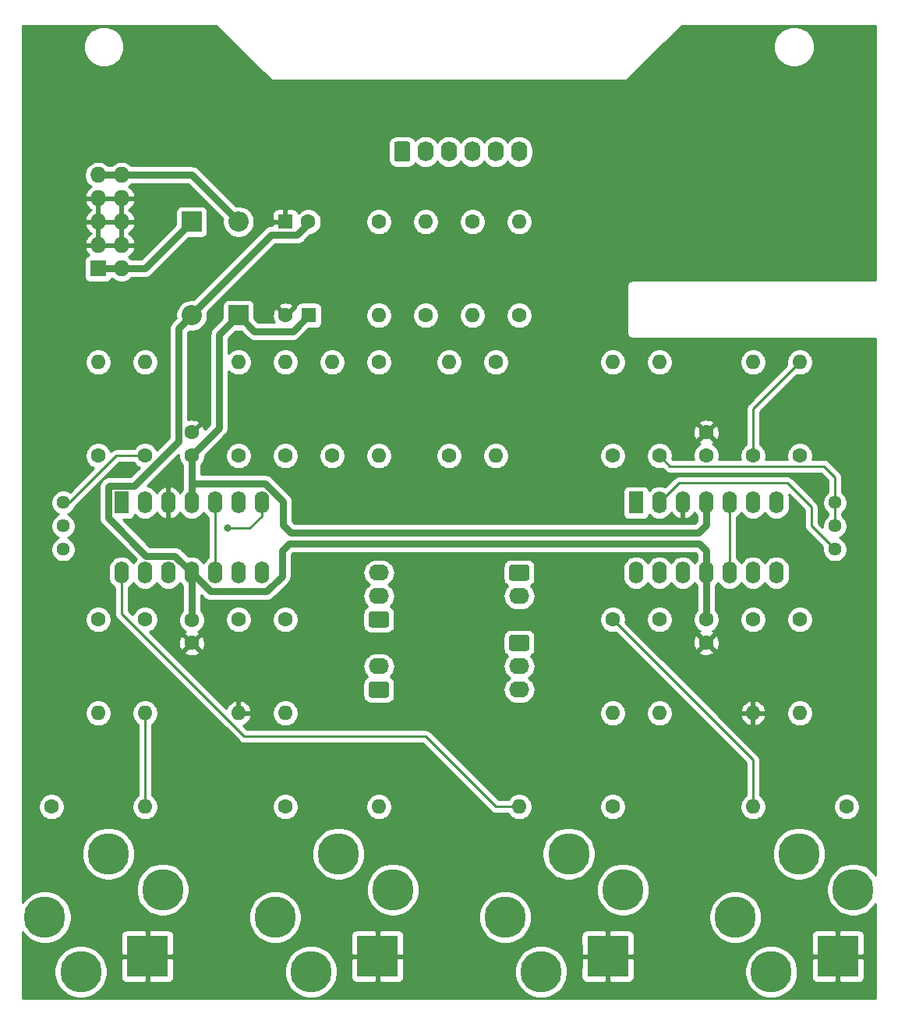
<source format=gbr>
%TF.GenerationSoftware,KiCad,Pcbnew,5.1.12-84ad8e8a86~92~ubuntu20.04.1*%
%TF.CreationDate,2021-11-13T16:17:45-05:00*%
%TF.ProjectId,joystick,6a6f7973-7469-4636-9b2e-6b696361645f,rev?*%
%TF.SameCoordinates,Original*%
%TF.FileFunction,Copper,L1,Top*%
%TF.FilePolarity,Positive*%
%FSLAX46Y46*%
G04 Gerber Fmt 4.6, Leading zero omitted, Abs format (unit mm)*
G04 Created by KiCad (PCBNEW 5.1.12-84ad8e8a86~92~ubuntu20.04.1) date 2021-11-13 16:17:45*
%MOMM*%
%LPD*%
G01*
G04 APERTURE LIST*
%TA.AperFunction,ComponentPad*%
%ADD10C,1.440000*%
%TD*%
%TA.AperFunction,ComponentPad*%
%ADD11O,1.600000X2.400000*%
%TD*%
%TA.AperFunction,ComponentPad*%
%ADD12R,1.600000X2.400000*%
%TD*%
%TA.AperFunction,ComponentPad*%
%ADD13C,1.600000*%
%TD*%
%TA.AperFunction,ComponentPad*%
%ADD14O,1.600000X1.600000*%
%TD*%
%TA.AperFunction,ComponentPad*%
%ADD15R,1.600000X1.600000*%
%TD*%
%TA.AperFunction,ComponentPad*%
%ADD16O,2.200000X1.740000*%
%TD*%
%TA.AperFunction,ComponentPad*%
%ADD17C,4.500001*%
%TD*%
%TA.AperFunction,ComponentPad*%
%ADD18C,4.500000*%
%TD*%
%TA.AperFunction,ComponentPad*%
%ADD19R,4.500001X4.500001*%
%TD*%
%TA.AperFunction,ComponentPad*%
%ADD20O,1.740000X2.190000*%
%TD*%
%TA.AperFunction,ComponentPad*%
%ADD21O,2.200000X2.200000*%
%TD*%
%TA.AperFunction,ComponentPad*%
%ADD22R,2.200000X2.200000*%
%TD*%
%TA.AperFunction,ComponentPad*%
%ADD23O,1.727200X1.727200*%
%TD*%
%TA.AperFunction,ComponentPad*%
%ADD24R,1.727200X1.727200*%
%TD*%
%TA.AperFunction,ViaPad*%
%ADD25C,0.800000*%
%TD*%
%TA.AperFunction,Conductor*%
%ADD26C,0.750000*%
%TD*%
%TA.AperFunction,Conductor*%
%ADD27C,0.250000*%
%TD*%
%TA.AperFunction,Conductor*%
%ADD28C,0.254000*%
%TD*%
%TA.AperFunction,Conductor*%
%ADD29C,0.100000*%
%TD*%
G04 APERTURE END LIST*
D10*
%TO.P,RV4,3*%
%TO.N,Net-(R17-Pad1)*%
X188910000Y-100480000D03*
%TO.P,RV4,2*%
X188910000Y-103020000D03*
%TO.P,RV4,1*%
%TO.N,YRANGEPOT_CCW*%
X188910000Y-105560000D03*
%TD*%
%TO.P,RV1,3*%
%TO.N,Net-(R3-Pad1)*%
X105090000Y-100480000D03*
%TO.P,RV1,2*%
X105090000Y-103020000D03*
%TO.P,RV1,1*%
%TO.N,XRANGEPOT_CCW*%
X105090000Y-105560000D03*
%TD*%
D11*
%TO.P,U2,14*%
%TO.N,Net-(R27-Pad1)*%
X167320000Y-108100000D03*
%TO.P,U2,7*%
%TO.N,Net-(R22-Pad1)*%
X182560000Y-100480000D03*
%TO.P,U2,13*%
%TO.N,Net-(R26-Pad1)*%
X169860000Y-108100000D03*
%TO.P,U2,6*%
%TO.N,Net-(R21-Pad1)*%
X180020000Y-100480000D03*
%TO.P,U2,12*%
%TO.N,Net-(R24-Pad1)*%
X172400000Y-108100000D03*
%TO.P,U2,5*%
%TO.N,YOFFPOT_WIPER*%
X177480000Y-100480000D03*
%TO.P,U2,11*%
%TO.N,-12V*%
X174940000Y-108100000D03*
%TO.P,U2,4*%
%TO.N,+12V*%
X174940000Y-100480000D03*
%TO.P,U2,10*%
%TO.N,YOFFPOT_WIPER*%
X177480000Y-108100000D03*
%TO.P,U2,3*%
%TO.N,GND*%
X172400000Y-100480000D03*
%TO.P,U2,9*%
%TO.N,Net-(R23-Pad1)*%
X180020000Y-108100000D03*
%TO.P,U2,2*%
%TO.N,YRANGEPOT_CCW*%
X169860000Y-100480000D03*
%TO.P,U2,8*%
%TO.N,Net-(R24-Pad1)*%
X182560000Y-108100000D03*
D12*
%TO.P,U2,1*%
%TO.N,Net-(R20-Pad1)*%
X167320000Y-100480000D03*
%TD*%
D13*
%TO.P,R20,1*%
%TO.N,Net-(R20-Pad1)*%
X164780000Y-95400000D03*
D14*
%TO.P,R20,2*%
%TO.N,YRANGEPOT_WIPER*%
X164780000Y-85240000D03*
%TD*%
D13*
%TO.P,C1,2*%
%TO.N,GND*%
X129260000Y-80160000D03*
D15*
%TO.P,C1,1*%
%TO.N,+12V*%
X131760000Y-80160000D03*
%TD*%
D13*
%TO.P,C2,2*%
%TO.N,-12V*%
X131720000Y-70000000D03*
D15*
%TO.P,C2,1*%
%TO.N,GND*%
X129220000Y-70000000D03*
%TD*%
D16*
%TO.P,J14,2*%
%TO.N,YRANGEPOT_CCW*%
X154620000Y-110640000D03*
%TO.P,J14,1*%
%TO.N,YRANGEPOT_WIPER*%
%TA.AperFunction,ComponentPad*%
G36*
G01*
X153769999Y-107230000D02*
X155470001Y-107230000D01*
G75*
G02*
X155720000Y-107479999I0J-249999D01*
G01*
X155720000Y-108720001D01*
G75*
G02*
X155470001Y-108970000I-249999J0D01*
G01*
X153769999Y-108970000D01*
G75*
G02*
X153520000Y-108720001I0J249999D01*
G01*
X153520000Y-107479999D01*
G75*
G02*
X153769999Y-107230000I249999J0D01*
G01*
G37*
%TD.AperFunction*%
%TD*%
%TO.P,J12,3*%
%TO.N,YOFFPOT_CCW*%
X154620000Y-120800000D03*
%TO.P,J12,2*%
%TO.N,YOFFPOT_WIPER*%
X154620000Y-118260000D03*
%TO.P,J12,1*%
%TO.N,YOFFPOT_CW*%
%TA.AperFunction,ComponentPad*%
G36*
G01*
X153769999Y-114850000D02*
X155470001Y-114850000D01*
G75*
G02*
X155720000Y-115099999I0J-249999D01*
G01*
X155720000Y-116340001D01*
G75*
G02*
X155470001Y-116590000I-249999J0D01*
G01*
X153769999Y-116590000D01*
G75*
G02*
X153520000Y-116340001I0J249999D01*
G01*
X153520000Y-115099999D01*
G75*
G02*
X153769999Y-114850000I249999J0D01*
G01*
G37*
%TD.AperFunction*%
%TD*%
%TO.P,J8,2*%
%TO.N,XRANGEPOT_CCW*%
X139380000Y-118260000D03*
%TO.P,J8,1*%
%TO.N,XRANGEPOT_WIPER*%
%TA.AperFunction,ComponentPad*%
G36*
G01*
X140230001Y-121670000D02*
X138529999Y-121670000D01*
G75*
G02*
X138280000Y-121420001I0J249999D01*
G01*
X138280000Y-120179999D01*
G75*
G02*
X138529999Y-119930000I249999J0D01*
G01*
X140230001Y-119930000D01*
G75*
G02*
X140480000Y-120179999I0J-249999D01*
G01*
X140480000Y-121420001D01*
G75*
G02*
X140230001Y-121670000I-249999J0D01*
G01*
G37*
%TD.AperFunction*%
%TD*%
%TO.P,J7,3*%
%TO.N,XOFFPOT_CCW*%
X139380000Y-108100000D03*
%TO.P,J7,2*%
%TO.N,XOFFPOT_WIPER*%
X139380000Y-110640000D03*
%TO.P,J7,1*%
%TO.N,XOFFPOT_CW*%
%TA.AperFunction,ComponentPad*%
G36*
G01*
X140230001Y-114050000D02*
X138529999Y-114050000D01*
G75*
G02*
X138280000Y-113800001I0J249999D01*
G01*
X138280000Y-112559999D01*
G75*
G02*
X138529999Y-112310000I249999J0D01*
G01*
X140230001Y-112310000D01*
G75*
G02*
X140480000Y-112559999I0J-249999D01*
G01*
X140480000Y-113800001D01*
G75*
G02*
X140230001Y-114050000I-249999J0D01*
G01*
G37*
%TD.AperFunction*%
%TD*%
D17*
%TO.P,J13,RN*%
%TO.N,N/C*%
X190900000Y-142500000D03*
D18*
%TO.P,J13,TN*%
X182000000Y-151400000D03*
D17*
%TO.P,J13,R*%
X185000000Y-138600000D03*
D19*
%TO.P,J13,S*%
%TO.N,GND*%
X189240000Y-149740000D03*
D18*
%TO.P,J13,T*%
%TO.N,/Y channel/~YOUT*%
X178100000Y-145500000D03*
%TD*%
D17*
%TO.P,J11,RN*%
%TO.N,N/C*%
X140900000Y-142500000D03*
D18*
%TO.P,J11,TN*%
X132000000Y-151400000D03*
D17*
%TO.P,J11,R*%
X135000000Y-138600000D03*
D19*
%TO.P,J11,S*%
%TO.N,GND*%
X139240000Y-149740000D03*
D18*
%TO.P,J11,T*%
%TO.N,/Y channel/YOUT*%
X128100000Y-145500000D03*
%TD*%
D17*
%TO.P,J6,RN*%
%TO.N,N/C*%
X165900000Y-142500000D03*
D18*
%TO.P,J6,TN*%
X157000000Y-151400000D03*
D17*
%TO.P,J6,R*%
X160000000Y-138600000D03*
D19*
%TO.P,J6,S*%
%TO.N,GND*%
X164240000Y-149740000D03*
D18*
%TO.P,J6,T*%
%TO.N,/~XOUT*%
X153100000Y-145500000D03*
%TD*%
D17*
%TO.P,J4,RN*%
%TO.N,N/C*%
X115900000Y-142500000D03*
D18*
%TO.P,J4,TN*%
X107000000Y-151400000D03*
D17*
%TO.P,J4,R*%
X110000000Y-138600000D03*
D19*
%TO.P,J4,S*%
%TO.N,GND*%
X114240000Y-149740000D03*
D18*
%TO.P,J4,T*%
%TO.N,/XOUT*%
X103100000Y-145500000D03*
%TD*%
D20*
%TO.P,J5,6*%
%TO.N,YPOT_CW*%
X154620000Y-62380000D03*
%TO.P,J5,5*%
%TO.N,YPOT_WIPER*%
X152080000Y-62380000D03*
%TO.P,J5,4*%
%TO.N,YPOT_CCW*%
X149540000Y-62380000D03*
%TO.P,J5,3*%
%TO.N,XPOT_CW*%
X147000000Y-62380000D03*
%TO.P,J5,2*%
%TO.N,XPOT_WIPER*%
X144460000Y-62380000D03*
%TO.P,J5,1*%
%TO.N,XPOT_CCW*%
%TA.AperFunction,ComponentPad*%
G36*
G01*
X141050000Y-63225001D02*
X141050000Y-61534999D01*
G75*
G02*
X141299999Y-61285000I249999J0D01*
G01*
X142540001Y-61285000D01*
G75*
G02*
X142790000Y-61534999I0J-249999D01*
G01*
X142790000Y-63225001D01*
G75*
G02*
X142540001Y-63475000I-249999J0D01*
G01*
X141299999Y-63475000D01*
G75*
G02*
X141050000Y-63225001I0J249999D01*
G01*
G37*
%TD.AperFunction*%
%TD*%
D13*
%TO.P,R28,1*%
%TO.N,/Y channel/~YOUT*%
X190180000Y-133500000D03*
D14*
%TO.P,R28,2*%
%TO.N,Net-(R27-Pad1)*%
X180020000Y-133500000D03*
%TD*%
D13*
%TO.P,R27,1*%
%TO.N,Net-(R27-Pad1)*%
X164780000Y-113180000D03*
D14*
%TO.P,R27,2*%
%TO.N,Net-(R26-Pad1)*%
X164780000Y-123340000D03*
%TD*%
D13*
%TO.P,R26,1*%
%TO.N,Net-(R26-Pad1)*%
X169860000Y-113180000D03*
D14*
%TO.P,R26,2*%
%TO.N,Net-(R22-Pad1)*%
X169860000Y-123340000D03*
%TD*%
D13*
%TO.P,R25,1*%
%TO.N,/Y channel/YOUT*%
X129220000Y-133500000D03*
D14*
%TO.P,R25,2*%
%TO.N,Net-(R22-Pad1)*%
X139380000Y-133500000D03*
%TD*%
D13*
%TO.P,R24,1*%
%TO.N,Net-(R24-Pad1)*%
X185100000Y-113180000D03*
D14*
%TO.P,R24,2*%
%TO.N,Net-(R23-Pad1)*%
X185100000Y-123340000D03*
%TD*%
D13*
%TO.P,R23,1*%
%TO.N,Net-(R23-Pad1)*%
X180020000Y-113180000D03*
D14*
%TO.P,R23,2*%
%TO.N,GND*%
X180020000Y-123340000D03*
%TD*%
D13*
%TO.P,R22,1*%
%TO.N,Net-(R22-Pad1)*%
X185100000Y-95400000D03*
D14*
%TO.P,R22,2*%
%TO.N,Net-(R21-Pad1)*%
X185100000Y-85240000D03*
%TD*%
D13*
%TO.P,R21,1*%
%TO.N,Net-(R21-Pad1)*%
X180020000Y-95400000D03*
D14*
%TO.P,R21,2*%
%TO.N,Net-(R20-Pad1)*%
X180020000Y-85240000D03*
%TD*%
D13*
%TO.P,R17,1*%
%TO.N,Net-(R17-Pad1)*%
X169860000Y-95400000D03*
D14*
%TO.P,R17,2*%
%TO.N,YPOT_WIPER*%
X169860000Y-85240000D03*
%TD*%
D13*
%TO.P,R19,1*%
%TO.N,YOFFPOT_CCW*%
X147000000Y-95400000D03*
D14*
%TO.P,R19,2*%
%TO.N,-12V*%
X147000000Y-85240000D03*
%TD*%
D13*
%TO.P,R18,1*%
%TO.N,+12V*%
X152080000Y-85240000D03*
D14*
%TO.P,R18,2*%
%TO.N,YOFFPOT_CW*%
X152080000Y-95400000D03*
%TD*%
D13*
%TO.P,R16,1*%
%TO.N,YPOT_CCW*%
X149540000Y-70000000D03*
D14*
%TO.P,R16,2*%
%TO.N,-12V*%
X149540000Y-80160000D03*
%TD*%
D13*
%TO.P,R15,1*%
%TO.N,+12V*%
X154620000Y-80160000D03*
D14*
%TO.P,R15,2*%
%TO.N,YPOT_CW*%
X154620000Y-70000000D03*
%TD*%
D13*
%TO.P,R14,1*%
%TO.N,/~XOUT*%
X164780000Y-133500000D03*
D14*
%TO.P,R14,2*%
%TO.N,Net-(R13-Pad1)*%
X154620000Y-133500000D03*
%TD*%
D13*
%TO.P,R13,1*%
%TO.N,Net-(R13-Pad1)*%
X108900000Y-113180000D03*
D14*
%TO.P,R13,2*%
%TO.N,Net-(R12-Pad1)*%
X108900000Y-123340000D03*
%TD*%
D13*
%TO.P,R12,1*%
%TO.N,Net-(R12-Pad1)*%
X113980000Y-113180000D03*
D14*
%TO.P,R12,2*%
%TO.N,Net-(R11-Pad2)*%
X113980000Y-123340000D03*
%TD*%
D13*
%TO.P,R11,1*%
%TO.N,/XOUT*%
X103820000Y-133500000D03*
D14*
%TO.P,R11,2*%
%TO.N,Net-(R11-Pad2)*%
X113980000Y-133500000D03*
%TD*%
D13*
%TO.P,R10,1*%
%TO.N,Net-(R10-Pad1)*%
X129220000Y-113180000D03*
D14*
%TO.P,R10,2*%
%TO.N,Net-(R10-Pad2)*%
X129220000Y-123340000D03*
%TD*%
D13*
%TO.P,R9,1*%
%TO.N,Net-(R10-Pad2)*%
X124140000Y-113180000D03*
D14*
%TO.P,R9,2*%
%TO.N,GND*%
X124140000Y-123340000D03*
%TD*%
D13*
%TO.P,R8,1*%
%TO.N,Net-(R11-Pad2)*%
X129220000Y-95400000D03*
D14*
%TO.P,R8,2*%
%TO.N,Net-(R7-Pad1)*%
X129220000Y-85240000D03*
%TD*%
D13*
%TO.P,R7,1*%
%TO.N,Net-(R7-Pad1)*%
X124140000Y-95400000D03*
D14*
%TO.P,R7,2*%
%TO.N,Net-(R6-Pad1)*%
X124140000Y-85240000D03*
%TD*%
D13*
%TO.P,R6,1*%
%TO.N,Net-(R6-Pad1)*%
X108900000Y-95400000D03*
D14*
%TO.P,R6,2*%
%TO.N,XRANGEPOT_WIPER*%
X108900000Y-85240000D03*
%TD*%
D13*
%TO.P,R3,1*%
%TO.N,Net-(R3-Pad1)*%
X113980000Y-95400000D03*
D14*
%TO.P,R3,2*%
%TO.N,XPOT_WIPER*%
X113980000Y-85240000D03*
%TD*%
D13*
%TO.P,C6,2*%
%TO.N,+12V*%
X174940000Y-95360000D03*
%TO.P,C6,1*%
%TO.N,GND*%
X174940000Y-92860000D03*
%TD*%
%TO.P,C5,2*%
%TO.N,GND*%
X174940000Y-115680000D03*
%TO.P,C5,1*%
%TO.N,-12V*%
X174940000Y-113180000D03*
%TD*%
%TO.P,R5,1*%
%TO.N,XOFFPOT_CCW*%
X134300000Y-95400000D03*
D14*
%TO.P,R5,2*%
%TO.N,-12V*%
X134300000Y-85240000D03*
%TD*%
D13*
%TO.P,R4,1*%
%TO.N,+12V*%
X139380000Y-85240000D03*
D14*
%TO.P,R4,2*%
%TO.N,XOFFPOT_CW*%
X139380000Y-95400000D03*
%TD*%
D13*
%TO.P,R2,1*%
%TO.N,XPOT_CCW*%
X139380000Y-70000000D03*
D14*
%TO.P,R2,2*%
%TO.N,-12V*%
X139380000Y-80160000D03*
%TD*%
D13*
%TO.P,R1,1*%
%TO.N,+12V*%
X144460000Y-80160000D03*
D14*
%TO.P,R1,2*%
%TO.N,XPOT_CW*%
X144460000Y-70000000D03*
%TD*%
D21*
%TO.P,D1,2*%
%TO.N,/+12_IN*%
X124140000Y-70000000D03*
D22*
%TO.P,D1,1*%
%TO.N,+12V*%
X124140000Y-80160000D03*
%TD*%
D21*
%TO.P,D2,2*%
%TO.N,-12V*%
X119060000Y-80160000D03*
D22*
%TO.P,D2,1*%
%TO.N,/-12_IN*%
X119060000Y-70000000D03*
%TD*%
D11*
%TO.P,U1,14*%
%TO.N,Net-(R13-Pad1)*%
X111440000Y-108100000D03*
%TO.P,U1,7*%
%TO.N,Net-(R11-Pad2)*%
X126680000Y-100480000D03*
%TO.P,U1,13*%
%TO.N,Net-(R12-Pad1)*%
X113980000Y-108100000D03*
%TO.P,U1,6*%
%TO.N,Net-(R7-Pad1)*%
X124140000Y-100480000D03*
%TO.P,U1,12*%
%TO.N,Net-(R10-Pad1)*%
X116520000Y-108100000D03*
%TO.P,U1,5*%
%TO.N,XOFFPOT_WIPER*%
X121600000Y-100480000D03*
%TO.P,U1,11*%
%TO.N,-12V*%
X119060000Y-108100000D03*
%TO.P,U1,4*%
%TO.N,+12V*%
X119060000Y-100480000D03*
%TO.P,U1,10*%
%TO.N,XOFFPOT_WIPER*%
X121600000Y-108100000D03*
%TO.P,U1,3*%
%TO.N,GND*%
X116520000Y-100480000D03*
%TO.P,U1,9*%
%TO.N,Net-(R10-Pad2)*%
X124140000Y-108100000D03*
%TO.P,U1,2*%
%TO.N,XRANGEPOT_CCW*%
X113980000Y-100480000D03*
%TO.P,U1,8*%
%TO.N,Net-(R10-Pad1)*%
X126680000Y-108100000D03*
D12*
%TO.P,U1,1*%
%TO.N,Net-(R6-Pad1)*%
X111440000Y-100480000D03*
%TD*%
D13*
%TO.P,C3,2*%
%TO.N,GND*%
X119060000Y-92860000D03*
%TO.P,C3,1*%
%TO.N,+12V*%
X119060000Y-95360000D03*
%TD*%
%TO.P,C4,2*%
%TO.N,-12V*%
X119060000Y-113220000D03*
%TO.P,C4,1*%
%TO.N,GND*%
X119060000Y-115720000D03*
%TD*%
D23*
%TO.P,J1,10*%
%TO.N,/+12_IN*%
X111440000Y-64920000D03*
%TO.P,J1,9*%
X108900000Y-64920000D03*
%TO.P,J1,8*%
%TO.N,GND*%
X111440000Y-67460000D03*
%TO.P,J1,7*%
X108900000Y-67460000D03*
%TO.P,J1,6*%
X111440000Y-70000000D03*
%TO.P,J1,5*%
X108900000Y-70000000D03*
%TO.P,J1,4*%
X111440000Y-72540000D03*
%TO.P,J1,3*%
X108900000Y-72540000D03*
%TO.P,J1,2*%
%TO.N,/-12_IN*%
X111440000Y-75080000D03*
D24*
%TO.P,J1,1*%
X108900000Y-75080000D03*
%TD*%
D25*
%TO.N,Net-(R11-Pad2)*%
X122997000Y-103274000D03*
%TD*%
D26*
%TO.N,+12V*%
X130034999Y-81885001D02*
X131760000Y-80160000D01*
X125865001Y-81885001D02*
X130034999Y-81885001D01*
X124140000Y-80160000D02*
X125865001Y-81885001D01*
X122055001Y-82244999D02*
X124140000Y-80160000D01*
X122055001Y-92364999D02*
X122055001Y-82244999D01*
X119060000Y-95360000D02*
X122055001Y-92364999D01*
X119060000Y-95360000D02*
X119060000Y-98448000D01*
X119060000Y-98448000D02*
X119060000Y-100480000D01*
X127063268Y-98448000D02*
X119060000Y-98448000D01*
X128966000Y-100350732D02*
X127063268Y-98448000D01*
X128966000Y-102893000D02*
X128966000Y-100350732D01*
X129855000Y-103782000D02*
X128966000Y-102893000D01*
X174098000Y-103782000D02*
X129855000Y-103782000D01*
X174940000Y-102940000D02*
X174098000Y-103782000D01*
X174940000Y-100480000D02*
X174940000Y-102940000D01*
%TO.N,-12V*%
X174940000Y-113180000D02*
X174940000Y-108100000D01*
X119060000Y-108100000D02*
X119060000Y-113180000D01*
X131720000Y-70225002D02*
X131720000Y-70000000D01*
X130520001Y-71425001D02*
X131720000Y-70225002D01*
X127667999Y-71425001D02*
X130520001Y-71425001D01*
X119060000Y-80033000D02*
X127667999Y-71425001D01*
X119060000Y-80160000D02*
X119060000Y-80033000D01*
X117234990Y-106274990D02*
X119060000Y-108100000D01*
X110014999Y-102180001D02*
X114109988Y-106274990D01*
X110014999Y-98779999D02*
X110014999Y-102180001D01*
X110139999Y-98654999D02*
X110014999Y-98779999D01*
X112834003Y-98654999D02*
X110139999Y-98654999D01*
X117634999Y-93854003D02*
X112834003Y-98654999D01*
X114109988Y-106274990D02*
X117234990Y-106274990D01*
X117634999Y-81585001D02*
X117634999Y-93854003D01*
X119060000Y-80160000D02*
X117634999Y-81585001D01*
X174151000Y-104925000D02*
X174940000Y-105714000D01*
X174940000Y-105714000D02*
X174940000Y-108100000D01*
X129648000Y-104925000D02*
X174151000Y-104925000D01*
X128849000Y-108471000D02*
X128849000Y-105724000D01*
X127188000Y-110132000D02*
X128849000Y-108471000D01*
X121092000Y-110132000D02*
X127188000Y-110132000D01*
X128849000Y-105724000D02*
X129648000Y-104925000D01*
X119060000Y-108100000D02*
X121092000Y-110132000D01*
%TO.N,/+12_IN*%
X108900000Y-64920000D02*
X111440000Y-64920000D01*
X119060000Y-64920000D02*
X124140000Y-70000000D01*
X111440000Y-64920000D02*
X119060000Y-64920000D01*
%TO.N,/-12_IN*%
X108900000Y-75080000D02*
X111440000Y-75080000D01*
X113980000Y-75080000D02*
X119060000Y-70000000D01*
X111440000Y-75080000D02*
X113980000Y-75080000D01*
D27*
%TO.N,Net-(R21-Pad1)*%
X180020000Y-90320000D02*
X185100000Y-85240000D01*
X180020000Y-95400000D02*
X180020000Y-90320000D01*
%TO.N,Net-(R27-Pad1)*%
X180020000Y-128420000D02*
X164780000Y-113180000D01*
X180020000Y-133500000D02*
X180020000Y-128420000D01*
%TO.N,YRANGEPOT_CCW*%
X183740000Y-98358000D02*
X186370000Y-100988000D01*
X171982000Y-98358000D02*
X183740000Y-98358000D01*
X169860000Y-100480000D02*
X171982000Y-98358000D01*
X186370000Y-103020000D02*
X188910000Y-105560000D01*
X186370000Y-100988000D02*
X186370000Y-103020000D01*
%TO.N,YOFFPOT_WIPER*%
X177480000Y-108100000D02*
X177480000Y-100480000D01*
%TO.N,XOFFPOT_WIPER*%
X121600000Y-108100000D02*
X121600000Y-100480000D01*
%TO.N,Net-(R11-Pad2)*%
X125336000Y-103274000D02*
X122997000Y-103274000D01*
X126680000Y-100480000D02*
X126680000Y-101930000D01*
X126680000Y-101930000D02*
X125336000Y-103274000D01*
X113980000Y-123340000D02*
X113980000Y-133500000D01*
%TO.N,Net-(R13-Pad1)*%
X152080000Y-133500000D02*
X154620000Y-133500000D01*
X124774000Y-125880000D02*
X144460000Y-125880000D01*
X111440000Y-112546000D02*
X124774000Y-125880000D01*
X144460000Y-125880000D02*
X152080000Y-133500000D01*
X111440000Y-108100000D02*
X111440000Y-112546000D01*
%TO.N,Net-(R3-Pad1)*%
X110852000Y-95400000D02*
X113980000Y-95400000D01*
X105772000Y-100480000D02*
X110852000Y-95400000D01*
X105090000Y-100480000D02*
X105772000Y-100480000D01*
%TO.N,Net-(R17-Pad1)*%
X188910000Y-97720000D02*
X188910000Y-103020000D01*
X187725001Y-96535001D02*
X188910000Y-97720000D01*
X170995001Y-96535001D02*
X187725001Y-96535001D01*
X169860000Y-95400000D02*
X170995001Y-96535001D01*
%TD*%
D28*
%TO.N,GND*%
X127491842Y-54460578D02*
X127513289Y-54486711D01*
X127617593Y-54572312D01*
X127736594Y-54635919D01*
X127826547Y-54663206D01*
X127865716Y-54675088D01*
X127878766Y-54676373D01*
X127966353Y-54685000D01*
X127966360Y-54685000D01*
X127999999Y-54688313D01*
X128033638Y-54685000D01*
X165966361Y-54685000D01*
X166000000Y-54688313D01*
X166033639Y-54685000D01*
X166033647Y-54685000D01*
X166134283Y-54675088D01*
X166263406Y-54635919D01*
X166382407Y-54572312D01*
X166486711Y-54486711D01*
X166508158Y-54460578D01*
X170188864Y-50779872D01*
X182265000Y-50779872D01*
X182265000Y-51220128D01*
X182350890Y-51651925D01*
X182519369Y-52058669D01*
X182763962Y-52424729D01*
X183075271Y-52736038D01*
X183441331Y-52980631D01*
X183848075Y-53149110D01*
X184279872Y-53235000D01*
X184720128Y-53235000D01*
X185151925Y-53149110D01*
X185558669Y-52980631D01*
X185924729Y-52736038D01*
X186236038Y-52424729D01*
X186480631Y-52058669D01*
X186649110Y-51651925D01*
X186735000Y-51220128D01*
X186735000Y-50779872D01*
X186649110Y-50348075D01*
X186480631Y-49941331D01*
X186236038Y-49575271D01*
X185924729Y-49263962D01*
X185558669Y-49019369D01*
X185151925Y-48850890D01*
X184720128Y-48765000D01*
X184279872Y-48765000D01*
X183848075Y-48850890D01*
X183441331Y-49019369D01*
X183075271Y-49263962D01*
X182763962Y-49575271D01*
X182519369Y-49941331D01*
X182350890Y-50348075D01*
X182265000Y-50779872D01*
X170188864Y-50779872D01*
X172283736Y-48685000D01*
X193315001Y-48685000D01*
X193315000Y-76315000D01*
X167033647Y-76315000D01*
X167000000Y-76311686D01*
X166966353Y-76315000D01*
X166865717Y-76324912D01*
X166736594Y-76364081D01*
X166617593Y-76427688D01*
X166513289Y-76513289D01*
X166427688Y-76617593D01*
X166364081Y-76736594D01*
X166324912Y-76865717D01*
X166311686Y-77000000D01*
X166315000Y-77033646D01*
X166315001Y-81966343D01*
X166311686Y-82000000D01*
X166324912Y-82134283D01*
X166364081Y-82263406D01*
X166427688Y-82382407D01*
X166513289Y-82486711D01*
X166617593Y-82572312D01*
X166736594Y-82635919D01*
X166865717Y-82675088D01*
X166966353Y-82685000D01*
X167000000Y-82688314D01*
X167033647Y-82685000D01*
X193315001Y-82685000D01*
X193315000Y-140921440D01*
X193140926Y-140660920D01*
X192739080Y-140259074D01*
X192266560Y-139943346D01*
X191741523Y-139725869D01*
X191184148Y-139615000D01*
X190615852Y-139615000D01*
X190058477Y-139725869D01*
X189533440Y-139943346D01*
X189060920Y-140259074D01*
X188659074Y-140660920D01*
X188343346Y-141133440D01*
X188125869Y-141658477D01*
X188015000Y-142215852D01*
X188015000Y-142784148D01*
X188125869Y-143341523D01*
X188343346Y-143866560D01*
X188659074Y-144339080D01*
X189060920Y-144740926D01*
X189533440Y-145056654D01*
X190058477Y-145274131D01*
X190615852Y-145385000D01*
X191184148Y-145385000D01*
X191741523Y-145274131D01*
X192266560Y-145056654D01*
X192739080Y-144740926D01*
X193140926Y-144339080D01*
X193315000Y-144078560D01*
X193315000Y-154315000D01*
X100685000Y-154315000D01*
X100685000Y-151115852D01*
X104115000Y-151115852D01*
X104115000Y-151684148D01*
X104225869Y-152241523D01*
X104443346Y-152766560D01*
X104759074Y-153239080D01*
X105160920Y-153640926D01*
X105633440Y-153956654D01*
X106158477Y-154174131D01*
X106715852Y-154285000D01*
X107284148Y-154285000D01*
X107841523Y-154174131D01*
X108366560Y-153956654D01*
X108839080Y-153640926D01*
X109240926Y-153239080D01*
X109556654Y-152766560D01*
X109774131Y-152241523D01*
X109824162Y-151990000D01*
X111351928Y-151990000D01*
X111364188Y-152114482D01*
X111400498Y-152234180D01*
X111459463Y-152344494D01*
X111538815Y-152441185D01*
X111635506Y-152520537D01*
X111745820Y-152579502D01*
X111865518Y-152615812D01*
X111990000Y-152628072D01*
X113954250Y-152625000D01*
X114113000Y-152466250D01*
X114113000Y-149867000D01*
X114367000Y-149867000D01*
X114367000Y-152466250D01*
X114525750Y-152625000D01*
X116490000Y-152628072D01*
X116614482Y-152615812D01*
X116734180Y-152579502D01*
X116844494Y-152520537D01*
X116941185Y-152441185D01*
X117020537Y-152344494D01*
X117079502Y-152234180D01*
X117115812Y-152114482D01*
X117128072Y-151990000D01*
X117126705Y-151115852D01*
X129115000Y-151115852D01*
X129115000Y-151684148D01*
X129225869Y-152241523D01*
X129443346Y-152766560D01*
X129759074Y-153239080D01*
X130160920Y-153640926D01*
X130633440Y-153956654D01*
X131158477Y-154174131D01*
X131715852Y-154285000D01*
X132284148Y-154285000D01*
X132841523Y-154174131D01*
X133366560Y-153956654D01*
X133839080Y-153640926D01*
X134240926Y-153239080D01*
X134556654Y-152766560D01*
X134774131Y-152241523D01*
X134824162Y-151990000D01*
X136351928Y-151990000D01*
X136364188Y-152114482D01*
X136400498Y-152234180D01*
X136459463Y-152344494D01*
X136538815Y-152441185D01*
X136635506Y-152520537D01*
X136745820Y-152579502D01*
X136865518Y-152615812D01*
X136990000Y-152628072D01*
X138954250Y-152625000D01*
X139113000Y-152466250D01*
X139113000Y-149867000D01*
X139367000Y-149867000D01*
X139367000Y-152466250D01*
X139525750Y-152625000D01*
X141490000Y-152628072D01*
X141614482Y-152615812D01*
X141734180Y-152579502D01*
X141844494Y-152520537D01*
X141941185Y-152441185D01*
X142020537Y-152344494D01*
X142079502Y-152234180D01*
X142115812Y-152114482D01*
X142128072Y-151990000D01*
X142126705Y-151115852D01*
X154115000Y-151115852D01*
X154115000Y-151684148D01*
X154225869Y-152241523D01*
X154443346Y-152766560D01*
X154759074Y-153239080D01*
X155160920Y-153640926D01*
X155633440Y-153956654D01*
X156158477Y-154174131D01*
X156715852Y-154285000D01*
X157284148Y-154285000D01*
X157841523Y-154174131D01*
X158366560Y-153956654D01*
X158839080Y-153640926D01*
X159240926Y-153239080D01*
X159556654Y-152766560D01*
X159774131Y-152241523D01*
X159824162Y-151990000D01*
X161351928Y-151990000D01*
X161364188Y-152114482D01*
X161400498Y-152234180D01*
X161459463Y-152344494D01*
X161538815Y-152441185D01*
X161635506Y-152520537D01*
X161745820Y-152579502D01*
X161865518Y-152615812D01*
X161990000Y-152628072D01*
X163954250Y-152625000D01*
X164113000Y-152466250D01*
X164113000Y-149867000D01*
X164367000Y-149867000D01*
X164367000Y-152466250D01*
X164525750Y-152625000D01*
X166490000Y-152628072D01*
X166614482Y-152615812D01*
X166734180Y-152579502D01*
X166844494Y-152520537D01*
X166941185Y-152441185D01*
X167020537Y-152344494D01*
X167079502Y-152234180D01*
X167115812Y-152114482D01*
X167128072Y-151990000D01*
X167126705Y-151115852D01*
X179115000Y-151115852D01*
X179115000Y-151684148D01*
X179225869Y-152241523D01*
X179443346Y-152766560D01*
X179759074Y-153239080D01*
X180160920Y-153640926D01*
X180633440Y-153956654D01*
X181158477Y-154174131D01*
X181715852Y-154285000D01*
X182284148Y-154285000D01*
X182841523Y-154174131D01*
X183366560Y-153956654D01*
X183839080Y-153640926D01*
X184240926Y-153239080D01*
X184556654Y-152766560D01*
X184774131Y-152241523D01*
X184824162Y-151990000D01*
X186351928Y-151990000D01*
X186364188Y-152114482D01*
X186400498Y-152234180D01*
X186459463Y-152344494D01*
X186538815Y-152441185D01*
X186635506Y-152520537D01*
X186745820Y-152579502D01*
X186865518Y-152615812D01*
X186990000Y-152628072D01*
X188954250Y-152625000D01*
X189113000Y-152466250D01*
X189113000Y-149867000D01*
X189367000Y-149867000D01*
X189367000Y-152466250D01*
X189525750Y-152625000D01*
X191490000Y-152628072D01*
X191614482Y-152615812D01*
X191734180Y-152579502D01*
X191844494Y-152520537D01*
X191941185Y-152441185D01*
X192020537Y-152344494D01*
X192079502Y-152234180D01*
X192115812Y-152114482D01*
X192128072Y-151990000D01*
X192125000Y-150025750D01*
X191966250Y-149867000D01*
X189367000Y-149867000D01*
X189113000Y-149867000D01*
X186513750Y-149867000D01*
X186355000Y-150025750D01*
X186351928Y-151990000D01*
X184824162Y-151990000D01*
X184885000Y-151684148D01*
X184885000Y-151115852D01*
X184774131Y-150558477D01*
X184556654Y-150033440D01*
X184240926Y-149560920D01*
X183839080Y-149159074D01*
X183366560Y-148843346D01*
X182841523Y-148625869D01*
X182284148Y-148515000D01*
X181715852Y-148515000D01*
X181158477Y-148625869D01*
X180633440Y-148843346D01*
X180160920Y-149159074D01*
X179759074Y-149560920D01*
X179443346Y-150033440D01*
X179225869Y-150558477D01*
X179115000Y-151115852D01*
X167126705Y-151115852D01*
X167125000Y-150025750D01*
X166966250Y-149867000D01*
X164367000Y-149867000D01*
X164113000Y-149867000D01*
X161513750Y-149867000D01*
X161355000Y-150025750D01*
X161351928Y-151990000D01*
X159824162Y-151990000D01*
X159885000Y-151684148D01*
X159885000Y-151115852D01*
X159774131Y-150558477D01*
X159556654Y-150033440D01*
X159240926Y-149560920D01*
X158839080Y-149159074D01*
X158366560Y-148843346D01*
X157841523Y-148625869D01*
X157284148Y-148515000D01*
X156715852Y-148515000D01*
X156158477Y-148625869D01*
X155633440Y-148843346D01*
X155160920Y-149159074D01*
X154759074Y-149560920D01*
X154443346Y-150033440D01*
X154225869Y-150558477D01*
X154115000Y-151115852D01*
X142126705Y-151115852D01*
X142125000Y-150025750D01*
X141966250Y-149867000D01*
X139367000Y-149867000D01*
X139113000Y-149867000D01*
X136513750Y-149867000D01*
X136355000Y-150025750D01*
X136351928Y-151990000D01*
X134824162Y-151990000D01*
X134885000Y-151684148D01*
X134885000Y-151115852D01*
X134774131Y-150558477D01*
X134556654Y-150033440D01*
X134240926Y-149560920D01*
X133839080Y-149159074D01*
X133366560Y-148843346D01*
X132841523Y-148625869D01*
X132284148Y-148515000D01*
X131715852Y-148515000D01*
X131158477Y-148625869D01*
X130633440Y-148843346D01*
X130160920Y-149159074D01*
X129759074Y-149560920D01*
X129443346Y-150033440D01*
X129225869Y-150558477D01*
X129115000Y-151115852D01*
X117126705Y-151115852D01*
X117125000Y-150025750D01*
X116966250Y-149867000D01*
X114367000Y-149867000D01*
X114113000Y-149867000D01*
X111513750Y-149867000D01*
X111355000Y-150025750D01*
X111351928Y-151990000D01*
X109824162Y-151990000D01*
X109885000Y-151684148D01*
X109885000Y-151115852D01*
X109774131Y-150558477D01*
X109556654Y-150033440D01*
X109240926Y-149560920D01*
X108839080Y-149159074D01*
X108366560Y-148843346D01*
X107841523Y-148625869D01*
X107284148Y-148515000D01*
X106715852Y-148515000D01*
X106158477Y-148625869D01*
X105633440Y-148843346D01*
X105160920Y-149159074D01*
X104759074Y-149560920D01*
X104443346Y-150033440D01*
X104225869Y-150558477D01*
X104115000Y-151115852D01*
X100685000Y-151115852D01*
X100685000Y-147078560D01*
X100859074Y-147339080D01*
X101260920Y-147740926D01*
X101733440Y-148056654D01*
X102258477Y-148274131D01*
X102815852Y-148385000D01*
X103384148Y-148385000D01*
X103941523Y-148274131D01*
X104466560Y-148056654D01*
X104939080Y-147740926D01*
X105190006Y-147490000D01*
X111351928Y-147490000D01*
X111355000Y-149454250D01*
X111513750Y-149613000D01*
X114113000Y-149613000D01*
X114113000Y-147013750D01*
X114367000Y-147013750D01*
X114367000Y-149613000D01*
X116966250Y-149613000D01*
X117125000Y-149454250D01*
X117128072Y-147490000D01*
X117115812Y-147365518D01*
X117079502Y-147245820D01*
X117020537Y-147135506D01*
X116941185Y-147038815D01*
X116844494Y-146959463D01*
X116734180Y-146900498D01*
X116614482Y-146864188D01*
X116490000Y-146851928D01*
X114525750Y-146855000D01*
X114367000Y-147013750D01*
X114113000Y-147013750D01*
X113954250Y-146855000D01*
X111990000Y-146851928D01*
X111865518Y-146864188D01*
X111745820Y-146900498D01*
X111635506Y-146959463D01*
X111538815Y-147038815D01*
X111459463Y-147135506D01*
X111400498Y-147245820D01*
X111364188Y-147365518D01*
X111351928Y-147490000D01*
X105190006Y-147490000D01*
X105340926Y-147339080D01*
X105656654Y-146866560D01*
X105874131Y-146341523D01*
X105985000Y-145784148D01*
X105985000Y-145215852D01*
X105874131Y-144658477D01*
X105656654Y-144133440D01*
X105340926Y-143660920D01*
X104939080Y-143259074D01*
X104466560Y-142943346D01*
X103941523Y-142725869D01*
X103384148Y-142615000D01*
X102815852Y-142615000D01*
X102258477Y-142725869D01*
X101733440Y-142943346D01*
X101260920Y-143259074D01*
X100859074Y-143660920D01*
X100685000Y-143921440D01*
X100685000Y-142215852D01*
X113015000Y-142215852D01*
X113015000Y-142784148D01*
X113125869Y-143341523D01*
X113343346Y-143866560D01*
X113659074Y-144339080D01*
X114060920Y-144740926D01*
X114533440Y-145056654D01*
X115058477Y-145274131D01*
X115615852Y-145385000D01*
X116184148Y-145385000D01*
X116741523Y-145274131D01*
X116882221Y-145215852D01*
X125215000Y-145215852D01*
X125215000Y-145784148D01*
X125325869Y-146341523D01*
X125543346Y-146866560D01*
X125859074Y-147339080D01*
X126260920Y-147740926D01*
X126733440Y-148056654D01*
X127258477Y-148274131D01*
X127815852Y-148385000D01*
X128384148Y-148385000D01*
X128941523Y-148274131D01*
X129466560Y-148056654D01*
X129939080Y-147740926D01*
X130190006Y-147490000D01*
X136351928Y-147490000D01*
X136355000Y-149454250D01*
X136513750Y-149613000D01*
X139113000Y-149613000D01*
X139113000Y-147013750D01*
X139367000Y-147013750D01*
X139367000Y-149613000D01*
X141966250Y-149613000D01*
X142125000Y-149454250D01*
X142128072Y-147490000D01*
X142115812Y-147365518D01*
X142079502Y-147245820D01*
X142020537Y-147135506D01*
X141941185Y-147038815D01*
X141844494Y-146959463D01*
X141734180Y-146900498D01*
X141614482Y-146864188D01*
X141490000Y-146851928D01*
X139525750Y-146855000D01*
X139367000Y-147013750D01*
X139113000Y-147013750D01*
X138954250Y-146855000D01*
X136990000Y-146851928D01*
X136865518Y-146864188D01*
X136745820Y-146900498D01*
X136635506Y-146959463D01*
X136538815Y-147038815D01*
X136459463Y-147135506D01*
X136400498Y-147245820D01*
X136364188Y-147365518D01*
X136351928Y-147490000D01*
X130190006Y-147490000D01*
X130340926Y-147339080D01*
X130656654Y-146866560D01*
X130874131Y-146341523D01*
X130985000Y-145784148D01*
X130985000Y-145215852D01*
X130874131Y-144658477D01*
X130656654Y-144133440D01*
X130340926Y-143660920D01*
X129939080Y-143259074D01*
X129466560Y-142943346D01*
X128941523Y-142725869D01*
X128384148Y-142615000D01*
X127815852Y-142615000D01*
X127258477Y-142725869D01*
X126733440Y-142943346D01*
X126260920Y-143259074D01*
X125859074Y-143660920D01*
X125543346Y-144133440D01*
X125325869Y-144658477D01*
X125215000Y-145215852D01*
X116882221Y-145215852D01*
X117266560Y-145056654D01*
X117739080Y-144740926D01*
X118140926Y-144339080D01*
X118456654Y-143866560D01*
X118674131Y-143341523D01*
X118785000Y-142784148D01*
X118785000Y-142215852D01*
X138015000Y-142215852D01*
X138015000Y-142784148D01*
X138125869Y-143341523D01*
X138343346Y-143866560D01*
X138659074Y-144339080D01*
X139060920Y-144740926D01*
X139533440Y-145056654D01*
X140058477Y-145274131D01*
X140615852Y-145385000D01*
X141184148Y-145385000D01*
X141741523Y-145274131D01*
X141882221Y-145215852D01*
X150215000Y-145215852D01*
X150215000Y-145784148D01*
X150325869Y-146341523D01*
X150543346Y-146866560D01*
X150859074Y-147339080D01*
X151260920Y-147740926D01*
X151733440Y-148056654D01*
X152258477Y-148274131D01*
X152815852Y-148385000D01*
X153384148Y-148385000D01*
X153941523Y-148274131D01*
X154466560Y-148056654D01*
X154939080Y-147740926D01*
X155190006Y-147490000D01*
X161351928Y-147490000D01*
X161355000Y-149454250D01*
X161513750Y-149613000D01*
X164113000Y-149613000D01*
X164113000Y-147013750D01*
X164367000Y-147013750D01*
X164367000Y-149613000D01*
X166966250Y-149613000D01*
X167125000Y-149454250D01*
X167128072Y-147490000D01*
X167115812Y-147365518D01*
X167079502Y-147245820D01*
X167020537Y-147135506D01*
X166941185Y-147038815D01*
X166844494Y-146959463D01*
X166734180Y-146900498D01*
X166614482Y-146864188D01*
X166490000Y-146851928D01*
X164525750Y-146855000D01*
X164367000Y-147013750D01*
X164113000Y-147013750D01*
X163954250Y-146855000D01*
X161990000Y-146851928D01*
X161865518Y-146864188D01*
X161745820Y-146900498D01*
X161635506Y-146959463D01*
X161538815Y-147038815D01*
X161459463Y-147135506D01*
X161400498Y-147245820D01*
X161364188Y-147365518D01*
X161351928Y-147490000D01*
X155190006Y-147490000D01*
X155340926Y-147339080D01*
X155656654Y-146866560D01*
X155874131Y-146341523D01*
X155985000Y-145784148D01*
X155985000Y-145215852D01*
X155874131Y-144658477D01*
X155656654Y-144133440D01*
X155340926Y-143660920D01*
X154939080Y-143259074D01*
X154466560Y-142943346D01*
X153941523Y-142725869D01*
X153384148Y-142615000D01*
X152815852Y-142615000D01*
X152258477Y-142725869D01*
X151733440Y-142943346D01*
X151260920Y-143259074D01*
X150859074Y-143660920D01*
X150543346Y-144133440D01*
X150325869Y-144658477D01*
X150215000Y-145215852D01*
X141882221Y-145215852D01*
X142266560Y-145056654D01*
X142739080Y-144740926D01*
X143140926Y-144339080D01*
X143456654Y-143866560D01*
X143674131Y-143341523D01*
X143785000Y-142784148D01*
X143785000Y-142215852D01*
X163015000Y-142215852D01*
X163015000Y-142784148D01*
X163125869Y-143341523D01*
X163343346Y-143866560D01*
X163659074Y-144339080D01*
X164060920Y-144740926D01*
X164533440Y-145056654D01*
X165058477Y-145274131D01*
X165615852Y-145385000D01*
X166184148Y-145385000D01*
X166741523Y-145274131D01*
X166882221Y-145215852D01*
X175215000Y-145215852D01*
X175215000Y-145784148D01*
X175325869Y-146341523D01*
X175543346Y-146866560D01*
X175859074Y-147339080D01*
X176260920Y-147740926D01*
X176733440Y-148056654D01*
X177258477Y-148274131D01*
X177815852Y-148385000D01*
X178384148Y-148385000D01*
X178941523Y-148274131D01*
X179466560Y-148056654D01*
X179939080Y-147740926D01*
X180190006Y-147490000D01*
X186351928Y-147490000D01*
X186355000Y-149454250D01*
X186513750Y-149613000D01*
X189113000Y-149613000D01*
X189113000Y-147013750D01*
X189367000Y-147013750D01*
X189367000Y-149613000D01*
X191966250Y-149613000D01*
X192125000Y-149454250D01*
X192128072Y-147490000D01*
X192115812Y-147365518D01*
X192079502Y-147245820D01*
X192020537Y-147135506D01*
X191941185Y-147038815D01*
X191844494Y-146959463D01*
X191734180Y-146900498D01*
X191614482Y-146864188D01*
X191490000Y-146851928D01*
X189525750Y-146855000D01*
X189367000Y-147013750D01*
X189113000Y-147013750D01*
X188954250Y-146855000D01*
X186990000Y-146851928D01*
X186865518Y-146864188D01*
X186745820Y-146900498D01*
X186635506Y-146959463D01*
X186538815Y-147038815D01*
X186459463Y-147135506D01*
X186400498Y-147245820D01*
X186364188Y-147365518D01*
X186351928Y-147490000D01*
X180190006Y-147490000D01*
X180340926Y-147339080D01*
X180656654Y-146866560D01*
X180874131Y-146341523D01*
X180985000Y-145784148D01*
X180985000Y-145215852D01*
X180874131Y-144658477D01*
X180656654Y-144133440D01*
X180340926Y-143660920D01*
X179939080Y-143259074D01*
X179466560Y-142943346D01*
X178941523Y-142725869D01*
X178384148Y-142615000D01*
X177815852Y-142615000D01*
X177258477Y-142725869D01*
X176733440Y-142943346D01*
X176260920Y-143259074D01*
X175859074Y-143660920D01*
X175543346Y-144133440D01*
X175325869Y-144658477D01*
X175215000Y-145215852D01*
X166882221Y-145215852D01*
X167266560Y-145056654D01*
X167739080Y-144740926D01*
X168140926Y-144339080D01*
X168456654Y-143866560D01*
X168674131Y-143341523D01*
X168785000Y-142784148D01*
X168785000Y-142215852D01*
X168674131Y-141658477D01*
X168456654Y-141133440D01*
X168140926Y-140660920D01*
X167739080Y-140259074D01*
X167266560Y-139943346D01*
X166741523Y-139725869D01*
X166184148Y-139615000D01*
X165615852Y-139615000D01*
X165058477Y-139725869D01*
X164533440Y-139943346D01*
X164060920Y-140259074D01*
X163659074Y-140660920D01*
X163343346Y-141133440D01*
X163125869Y-141658477D01*
X163015000Y-142215852D01*
X143785000Y-142215852D01*
X143674131Y-141658477D01*
X143456654Y-141133440D01*
X143140926Y-140660920D01*
X142739080Y-140259074D01*
X142266560Y-139943346D01*
X141741523Y-139725869D01*
X141184148Y-139615000D01*
X140615852Y-139615000D01*
X140058477Y-139725869D01*
X139533440Y-139943346D01*
X139060920Y-140259074D01*
X138659074Y-140660920D01*
X138343346Y-141133440D01*
X138125869Y-141658477D01*
X138015000Y-142215852D01*
X118785000Y-142215852D01*
X118674131Y-141658477D01*
X118456654Y-141133440D01*
X118140926Y-140660920D01*
X117739080Y-140259074D01*
X117266560Y-139943346D01*
X116741523Y-139725869D01*
X116184148Y-139615000D01*
X115615852Y-139615000D01*
X115058477Y-139725869D01*
X114533440Y-139943346D01*
X114060920Y-140259074D01*
X113659074Y-140660920D01*
X113343346Y-141133440D01*
X113125869Y-141658477D01*
X113015000Y-142215852D01*
X100685000Y-142215852D01*
X100685000Y-138315852D01*
X107115000Y-138315852D01*
X107115000Y-138884148D01*
X107225869Y-139441523D01*
X107443346Y-139966560D01*
X107759074Y-140439080D01*
X108160920Y-140840926D01*
X108633440Y-141156654D01*
X109158477Y-141374131D01*
X109715852Y-141485000D01*
X110284148Y-141485000D01*
X110841523Y-141374131D01*
X111366560Y-141156654D01*
X111839080Y-140840926D01*
X112240926Y-140439080D01*
X112556654Y-139966560D01*
X112774131Y-139441523D01*
X112885000Y-138884148D01*
X112885000Y-138315852D01*
X132115000Y-138315852D01*
X132115000Y-138884148D01*
X132225869Y-139441523D01*
X132443346Y-139966560D01*
X132759074Y-140439080D01*
X133160920Y-140840926D01*
X133633440Y-141156654D01*
X134158477Y-141374131D01*
X134715852Y-141485000D01*
X135284148Y-141485000D01*
X135841523Y-141374131D01*
X136366560Y-141156654D01*
X136839080Y-140840926D01*
X137240926Y-140439080D01*
X137556654Y-139966560D01*
X137774131Y-139441523D01*
X137885000Y-138884148D01*
X137885000Y-138315852D01*
X157115000Y-138315852D01*
X157115000Y-138884148D01*
X157225869Y-139441523D01*
X157443346Y-139966560D01*
X157759074Y-140439080D01*
X158160920Y-140840926D01*
X158633440Y-141156654D01*
X159158477Y-141374131D01*
X159715852Y-141485000D01*
X160284148Y-141485000D01*
X160841523Y-141374131D01*
X161366560Y-141156654D01*
X161839080Y-140840926D01*
X162240926Y-140439080D01*
X162556654Y-139966560D01*
X162774131Y-139441523D01*
X162885000Y-138884148D01*
X162885000Y-138315852D01*
X182115000Y-138315852D01*
X182115000Y-138884148D01*
X182225869Y-139441523D01*
X182443346Y-139966560D01*
X182759074Y-140439080D01*
X183160920Y-140840926D01*
X183633440Y-141156654D01*
X184158477Y-141374131D01*
X184715852Y-141485000D01*
X185284148Y-141485000D01*
X185841523Y-141374131D01*
X186366560Y-141156654D01*
X186839080Y-140840926D01*
X187240926Y-140439080D01*
X187556654Y-139966560D01*
X187774131Y-139441523D01*
X187885000Y-138884148D01*
X187885000Y-138315852D01*
X187774131Y-137758477D01*
X187556654Y-137233440D01*
X187240926Y-136760920D01*
X186839080Y-136359074D01*
X186366560Y-136043346D01*
X185841523Y-135825869D01*
X185284148Y-135715000D01*
X184715852Y-135715000D01*
X184158477Y-135825869D01*
X183633440Y-136043346D01*
X183160920Y-136359074D01*
X182759074Y-136760920D01*
X182443346Y-137233440D01*
X182225869Y-137758477D01*
X182115000Y-138315852D01*
X162885000Y-138315852D01*
X162774131Y-137758477D01*
X162556654Y-137233440D01*
X162240926Y-136760920D01*
X161839080Y-136359074D01*
X161366560Y-136043346D01*
X160841523Y-135825869D01*
X160284148Y-135715000D01*
X159715852Y-135715000D01*
X159158477Y-135825869D01*
X158633440Y-136043346D01*
X158160920Y-136359074D01*
X157759074Y-136760920D01*
X157443346Y-137233440D01*
X157225869Y-137758477D01*
X157115000Y-138315852D01*
X137885000Y-138315852D01*
X137774131Y-137758477D01*
X137556654Y-137233440D01*
X137240926Y-136760920D01*
X136839080Y-136359074D01*
X136366560Y-136043346D01*
X135841523Y-135825869D01*
X135284148Y-135715000D01*
X134715852Y-135715000D01*
X134158477Y-135825869D01*
X133633440Y-136043346D01*
X133160920Y-136359074D01*
X132759074Y-136760920D01*
X132443346Y-137233440D01*
X132225869Y-137758477D01*
X132115000Y-138315852D01*
X112885000Y-138315852D01*
X112774131Y-137758477D01*
X112556654Y-137233440D01*
X112240926Y-136760920D01*
X111839080Y-136359074D01*
X111366560Y-136043346D01*
X110841523Y-135825869D01*
X110284148Y-135715000D01*
X109715852Y-135715000D01*
X109158477Y-135825869D01*
X108633440Y-136043346D01*
X108160920Y-136359074D01*
X107759074Y-136760920D01*
X107443346Y-137233440D01*
X107225869Y-137758477D01*
X107115000Y-138315852D01*
X100685000Y-138315852D01*
X100685000Y-133358665D01*
X102385000Y-133358665D01*
X102385000Y-133641335D01*
X102440147Y-133918574D01*
X102548320Y-134179727D01*
X102705363Y-134414759D01*
X102905241Y-134614637D01*
X103140273Y-134771680D01*
X103401426Y-134879853D01*
X103678665Y-134935000D01*
X103961335Y-134935000D01*
X104238574Y-134879853D01*
X104499727Y-134771680D01*
X104734759Y-134614637D01*
X104934637Y-134414759D01*
X105091680Y-134179727D01*
X105199853Y-133918574D01*
X105255000Y-133641335D01*
X105255000Y-133358665D01*
X105199853Y-133081426D01*
X105091680Y-132820273D01*
X104934637Y-132585241D01*
X104734759Y-132385363D01*
X104499727Y-132228320D01*
X104238574Y-132120147D01*
X103961335Y-132065000D01*
X103678665Y-132065000D01*
X103401426Y-132120147D01*
X103140273Y-132228320D01*
X102905241Y-132385363D01*
X102705363Y-132585241D01*
X102548320Y-132820273D01*
X102440147Y-133081426D01*
X102385000Y-133358665D01*
X100685000Y-133358665D01*
X100685000Y-123198665D01*
X107465000Y-123198665D01*
X107465000Y-123481335D01*
X107520147Y-123758574D01*
X107628320Y-124019727D01*
X107785363Y-124254759D01*
X107985241Y-124454637D01*
X108220273Y-124611680D01*
X108481426Y-124719853D01*
X108758665Y-124775000D01*
X109041335Y-124775000D01*
X109318574Y-124719853D01*
X109579727Y-124611680D01*
X109814759Y-124454637D01*
X110014637Y-124254759D01*
X110171680Y-124019727D01*
X110279853Y-123758574D01*
X110335000Y-123481335D01*
X110335000Y-123198665D01*
X112545000Y-123198665D01*
X112545000Y-123481335D01*
X112600147Y-123758574D01*
X112708320Y-124019727D01*
X112865363Y-124254759D01*
X113065241Y-124454637D01*
X113220000Y-124558044D01*
X113220001Y-132281956D01*
X113065241Y-132385363D01*
X112865363Y-132585241D01*
X112708320Y-132820273D01*
X112600147Y-133081426D01*
X112545000Y-133358665D01*
X112545000Y-133641335D01*
X112600147Y-133918574D01*
X112708320Y-134179727D01*
X112865363Y-134414759D01*
X113065241Y-134614637D01*
X113300273Y-134771680D01*
X113561426Y-134879853D01*
X113838665Y-134935000D01*
X114121335Y-134935000D01*
X114398574Y-134879853D01*
X114659727Y-134771680D01*
X114894759Y-134614637D01*
X115094637Y-134414759D01*
X115251680Y-134179727D01*
X115359853Y-133918574D01*
X115415000Y-133641335D01*
X115415000Y-133358665D01*
X127785000Y-133358665D01*
X127785000Y-133641335D01*
X127840147Y-133918574D01*
X127948320Y-134179727D01*
X128105363Y-134414759D01*
X128305241Y-134614637D01*
X128540273Y-134771680D01*
X128801426Y-134879853D01*
X129078665Y-134935000D01*
X129361335Y-134935000D01*
X129638574Y-134879853D01*
X129899727Y-134771680D01*
X130134759Y-134614637D01*
X130334637Y-134414759D01*
X130491680Y-134179727D01*
X130599853Y-133918574D01*
X130655000Y-133641335D01*
X130655000Y-133358665D01*
X137945000Y-133358665D01*
X137945000Y-133641335D01*
X138000147Y-133918574D01*
X138108320Y-134179727D01*
X138265363Y-134414759D01*
X138465241Y-134614637D01*
X138700273Y-134771680D01*
X138961426Y-134879853D01*
X139238665Y-134935000D01*
X139521335Y-134935000D01*
X139798574Y-134879853D01*
X140059727Y-134771680D01*
X140294759Y-134614637D01*
X140494637Y-134414759D01*
X140651680Y-134179727D01*
X140759853Y-133918574D01*
X140815000Y-133641335D01*
X140815000Y-133358665D01*
X140759853Y-133081426D01*
X140651680Y-132820273D01*
X140494637Y-132585241D01*
X140294759Y-132385363D01*
X140059727Y-132228320D01*
X139798574Y-132120147D01*
X139521335Y-132065000D01*
X139238665Y-132065000D01*
X138961426Y-132120147D01*
X138700273Y-132228320D01*
X138465241Y-132385363D01*
X138265363Y-132585241D01*
X138108320Y-132820273D01*
X138000147Y-133081426D01*
X137945000Y-133358665D01*
X130655000Y-133358665D01*
X130599853Y-133081426D01*
X130491680Y-132820273D01*
X130334637Y-132585241D01*
X130134759Y-132385363D01*
X129899727Y-132228320D01*
X129638574Y-132120147D01*
X129361335Y-132065000D01*
X129078665Y-132065000D01*
X128801426Y-132120147D01*
X128540273Y-132228320D01*
X128305241Y-132385363D01*
X128105363Y-132585241D01*
X127948320Y-132820273D01*
X127840147Y-133081426D01*
X127785000Y-133358665D01*
X115415000Y-133358665D01*
X115359853Y-133081426D01*
X115251680Y-132820273D01*
X115094637Y-132585241D01*
X114894759Y-132385363D01*
X114740000Y-132281957D01*
X114740000Y-124558043D01*
X114894759Y-124454637D01*
X115094637Y-124254759D01*
X115251680Y-124019727D01*
X115359853Y-123758574D01*
X115415000Y-123481335D01*
X115415000Y-123198665D01*
X115359853Y-122921426D01*
X115251680Y-122660273D01*
X115094637Y-122425241D01*
X114894759Y-122225363D01*
X114659727Y-122068320D01*
X114398574Y-121960147D01*
X114121335Y-121905000D01*
X113838665Y-121905000D01*
X113561426Y-121960147D01*
X113300273Y-122068320D01*
X113065241Y-122225363D01*
X112865363Y-122425241D01*
X112708320Y-122660273D01*
X112600147Y-122921426D01*
X112545000Y-123198665D01*
X110335000Y-123198665D01*
X110279853Y-122921426D01*
X110171680Y-122660273D01*
X110014637Y-122425241D01*
X109814759Y-122225363D01*
X109579727Y-122068320D01*
X109318574Y-121960147D01*
X109041335Y-121905000D01*
X108758665Y-121905000D01*
X108481426Y-121960147D01*
X108220273Y-122068320D01*
X107985241Y-122225363D01*
X107785363Y-122425241D01*
X107628320Y-122660273D01*
X107520147Y-122921426D01*
X107465000Y-123198665D01*
X100685000Y-123198665D01*
X100685000Y-113038665D01*
X107465000Y-113038665D01*
X107465000Y-113321335D01*
X107520147Y-113598574D01*
X107628320Y-113859727D01*
X107785363Y-114094759D01*
X107985241Y-114294637D01*
X108220273Y-114451680D01*
X108481426Y-114559853D01*
X108758665Y-114615000D01*
X109041335Y-114615000D01*
X109318574Y-114559853D01*
X109579727Y-114451680D01*
X109814759Y-114294637D01*
X110014637Y-114094759D01*
X110171680Y-113859727D01*
X110279853Y-113598574D01*
X110335000Y-113321335D01*
X110335000Y-113038665D01*
X110279853Y-112761426D01*
X110171680Y-112500273D01*
X110014637Y-112265241D01*
X109814759Y-112065363D01*
X109579727Y-111908320D01*
X109318574Y-111800147D01*
X109041335Y-111745000D01*
X108758665Y-111745000D01*
X108481426Y-111800147D01*
X108220273Y-111908320D01*
X107985241Y-112065363D01*
X107785363Y-112265241D01*
X107628320Y-112500273D01*
X107520147Y-112761426D01*
X107465000Y-113038665D01*
X100685000Y-113038665D01*
X100685000Y-100346544D01*
X103735000Y-100346544D01*
X103735000Y-100613456D01*
X103787072Y-100875239D01*
X103889215Y-101121833D01*
X104037503Y-101343762D01*
X104226238Y-101532497D01*
X104448167Y-101680785D01*
X104615266Y-101750000D01*
X104448167Y-101819215D01*
X104226238Y-101967503D01*
X104037503Y-102156238D01*
X103889215Y-102378167D01*
X103787072Y-102624761D01*
X103735000Y-102886544D01*
X103735000Y-103153456D01*
X103787072Y-103415239D01*
X103889215Y-103661833D01*
X104037503Y-103883762D01*
X104226238Y-104072497D01*
X104448167Y-104220785D01*
X104615266Y-104290000D01*
X104448167Y-104359215D01*
X104226238Y-104507503D01*
X104037503Y-104696238D01*
X103889215Y-104918167D01*
X103787072Y-105164761D01*
X103735000Y-105426544D01*
X103735000Y-105693456D01*
X103787072Y-105955239D01*
X103889215Y-106201833D01*
X104037503Y-106423762D01*
X104226238Y-106612497D01*
X104448167Y-106760785D01*
X104694761Y-106862928D01*
X104956544Y-106915000D01*
X105223456Y-106915000D01*
X105485239Y-106862928D01*
X105731833Y-106760785D01*
X105953762Y-106612497D01*
X106142497Y-106423762D01*
X106290785Y-106201833D01*
X106392928Y-105955239D01*
X106445000Y-105693456D01*
X106445000Y-105426544D01*
X106392928Y-105164761D01*
X106290785Y-104918167D01*
X106142497Y-104696238D01*
X105953762Y-104507503D01*
X105731833Y-104359215D01*
X105564734Y-104290000D01*
X105731833Y-104220785D01*
X105953762Y-104072497D01*
X106142497Y-103883762D01*
X106290785Y-103661833D01*
X106392928Y-103415239D01*
X106445000Y-103153456D01*
X106445000Y-102886544D01*
X106392928Y-102624761D01*
X106290785Y-102378167D01*
X106142497Y-102156238D01*
X105953762Y-101967503D01*
X105731833Y-101819215D01*
X105564734Y-101750000D01*
X105731833Y-101680785D01*
X105953762Y-101532497D01*
X106142497Y-101343762D01*
X106290785Y-101121833D01*
X106351467Y-100975334D01*
X111166802Y-96160000D01*
X112761957Y-96160000D01*
X112865363Y-96314759D01*
X113065241Y-96514637D01*
X113300273Y-96671680D01*
X113362989Y-96697658D01*
X112415648Y-97644999D01*
X110189607Y-97644999D01*
X110139999Y-97640113D01*
X110090391Y-97644999D01*
X109942005Y-97659614D01*
X109751619Y-97717367D01*
X109576159Y-97811152D01*
X109422366Y-97937366D01*
X109390738Y-97975905D01*
X109335905Y-98030738D01*
X109297366Y-98062366D01*
X109171152Y-98216159D01*
X109096955Y-98354974D01*
X109077367Y-98391620D01*
X109019614Y-98582005D01*
X109000113Y-98779999D01*
X109004999Y-98829607D01*
X109005000Y-102130383D01*
X109000113Y-102180001D01*
X109019614Y-102377995D01*
X109077367Y-102568380D01*
X109171153Y-102743841D01*
X109206257Y-102786615D01*
X109297367Y-102897634D01*
X109335900Y-102929257D01*
X113029950Y-106623308D01*
X112960393Y-106680392D01*
X112781068Y-106898899D01*
X112710000Y-107031858D01*
X112638932Y-106898899D01*
X112459608Y-106680392D01*
X112241101Y-106501068D01*
X111991808Y-106367818D01*
X111721309Y-106285764D01*
X111440000Y-106258057D01*
X111158692Y-106285764D01*
X110888193Y-106367818D01*
X110638900Y-106501068D01*
X110420393Y-106680392D01*
X110241068Y-106898899D01*
X110107818Y-107148192D01*
X110025764Y-107418691D01*
X110005000Y-107629508D01*
X110005000Y-108570491D01*
X110025764Y-108781308D01*
X110107818Y-109051807D01*
X110241068Y-109301100D01*
X110420392Y-109519607D01*
X110638899Y-109698932D01*
X110680000Y-109720901D01*
X110680001Y-112508668D01*
X110676324Y-112546000D01*
X110690998Y-112694985D01*
X110734454Y-112838246D01*
X110805026Y-112970276D01*
X110854874Y-113031015D01*
X110900000Y-113086001D01*
X110928998Y-113109799D01*
X124210200Y-126391002D01*
X124233999Y-126420001D01*
X124349724Y-126514974D01*
X124481753Y-126585546D01*
X124625014Y-126629003D01*
X124736667Y-126640000D01*
X124736675Y-126640000D01*
X124774000Y-126643676D01*
X124811325Y-126640000D01*
X144145199Y-126640000D01*
X151516201Y-134011003D01*
X151539999Y-134040001D01*
X151655724Y-134134974D01*
X151787753Y-134205546D01*
X151931014Y-134249003D01*
X152042667Y-134260000D01*
X152042676Y-134260000D01*
X152079999Y-134263676D01*
X152117322Y-134260000D01*
X153401957Y-134260000D01*
X153505363Y-134414759D01*
X153705241Y-134614637D01*
X153940273Y-134771680D01*
X154201426Y-134879853D01*
X154478665Y-134935000D01*
X154761335Y-134935000D01*
X155038574Y-134879853D01*
X155299727Y-134771680D01*
X155534759Y-134614637D01*
X155734637Y-134414759D01*
X155891680Y-134179727D01*
X155999853Y-133918574D01*
X156055000Y-133641335D01*
X156055000Y-133358665D01*
X163345000Y-133358665D01*
X163345000Y-133641335D01*
X163400147Y-133918574D01*
X163508320Y-134179727D01*
X163665363Y-134414759D01*
X163865241Y-134614637D01*
X164100273Y-134771680D01*
X164361426Y-134879853D01*
X164638665Y-134935000D01*
X164921335Y-134935000D01*
X165198574Y-134879853D01*
X165459727Y-134771680D01*
X165694759Y-134614637D01*
X165894637Y-134414759D01*
X166051680Y-134179727D01*
X166159853Y-133918574D01*
X166215000Y-133641335D01*
X166215000Y-133358665D01*
X166159853Y-133081426D01*
X166051680Y-132820273D01*
X165894637Y-132585241D01*
X165694759Y-132385363D01*
X165459727Y-132228320D01*
X165198574Y-132120147D01*
X164921335Y-132065000D01*
X164638665Y-132065000D01*
X164361426Y-132120147D01*
X164100273Y-132228320D01*
X163865241Y-132385363D01*
X163665363Y-132585241D01*
X163508320Y-132820273D01*
X163400147Y-133081426D01*
X163345000Y-133358665D01*
X156055000Y-133358665D01*
X155999853Y-133081426D01*
X155891680Y-132820273D01*
X155734637Y-132585241D01*
X155534759Y-132385363D01*
X155299727Y-132228320D01*
X155038574Y-132120147D01*
X154761335Y-132065000D01*
X154478665Y-132065000D01*
X154201426Y-132120147D01*
X153940273Y-132228320D01*
X153705241Y-132385363D01*
X153505363Y-132585241D01*
X153401957Y-132740000D01*
X152394802Y-132740000D01*
X145023804Y-125369003D01*
X145000001Y-125339999D01*
X144884276Y-125245026D01*
X144752247Y-125174454D01*
X144608986Y-125130997D01*
X144497333Y-125120000D01*
X144497322Y-125120000D01*
X144460000Y-125116324D01*
X144422678Y-125120000D01*
X125088802Y-125120000D01*
X124648185Y-124679383D01*
X124877420Y-124571037D01*
X125103414Y-124403519D01*
X125292385Y-124195131D01*
X125437070Y-123953881D01*
X125531909Y-123689040D01*
X125410624Y-123467000D01*
X124267000Y-123467000D01*
X124267000Y-123487000D01*
X124013000Y-123487000D01*
X124013000Y-123467000D01*
X123993000Y-123467000D01*
X123993000Y-123213000D01*
X124013000Y-123213000D01*
X124013000Y-122070085D01*
X124267000Y-122070085D01*
X124267000Y-123213000D01*
X125410624Y-123213000D01*
X125418454Y-123198665D01*
X127785000Y-123198665D01*
X127785000Y-123481335D01*
X127840147Y-123758574D01*
X127948320Y-124019727D01*
X128105363Y-124254759D01*
X128305241Y-124454637D01*
X128540273Y-124611680D01*
X128801426Y-124719853D01*
X129078665Y-124775000D01*
X129361335Y-124775000D01*
X129638574Y-124719853D01*
X129899727Y-124611680D01*
X130134759Y-124454637D01*
X130334637Y-124254759D01*
X130491680Y-124019727D01*
X130599853Y-123758574D01*
X130655000Y-123481335D01*
X130655000Y-123198665D01*
X163345000Y-123198665D01*
X163345000Y-123481335D01*
X163400147Y-123758574D01*
X163508320Y-124019727D01*
X163665363Y-124254759D01*
X163865241Y-124454637D01*
X164100273Y-124611680D01*
X164361426Y-124719853D01*
X164638665Y-124775000D01*
X164921335Y-124775000D01*
X165198574Y-124719853D01*
X165459727Y-124611680D01*
X165694759Y-124454637D01*
X165894637Y-124254759D01*
X166051680Y-124019727D01*
X166159853Y-123758574D01*
X166215000Y-123481335D01*
X166215000Y-123198665D01*
X168425000Y-123198665D01*
X168425000Y-123481335D01*
X168480147Y-123758574D01*
X168588320Y-124019727D01*
X168745363Y-124254759D01*
X168945241Y-124454637D01*
X169180273Y-124611680D01*
X169441426Y-124719853D01*
X169718665Y-124775000D01*
X170001335Y-124775000D01*
X170278574Y-124719853D01*
X170539727Y-124611680D01*
X170774759Y-124454637D01*
X170974637Y-124254759D01*
X171131680Y-124019727D01*
X171239853Y-123758574D01*
X171295000Y-123481335D01*
X171295000Y-123198665D01*
X171239853Y-122921426D01*
X171131680Y-122660273D01*
X170974637Y-122425241D01*
X170774759Y-122225363D01*
X170539727Y-122068320D01*
X170278574Y-121960147D01*
X170001335Y-121905000D01*
X169718665Y-121905000D01*
X169441426Y-121960147D01*
X169180273Y-122068320D01*
X168945241Y-122225363D01*
X168745363Y-122425241D01*
X168588320Y-122660273D01*
X168480147Y-122921426D01*
X168425000Y-123198665D01*
X166215000Y-123198665D01*
X166159853Y-122921426D01*
X166051680Y-122660273D01*
X165894637Y-122425241D01*
X165694759Y-122225363D01*
X165459727Y-122068320D01*
X165198574Y-121960147D01*
X164921335Y-121905000D01*
X164638665Y-121905000D01*
X164361426Y-121960147D01*
X164100273Y-122068320D01*
X163865241Y-122225363D01*
X163665363Y-122425241D01*
X163508320Y-122660273D01*
X163400147Y-122921426D01*
X163345000Y-123198665D01*
X130655000Y-123198665D01*
X130599853Y-122921426D01*
X130491680Y-122660273D01*
X130334637Y-122425241D01*
X130134759Y-122225363D01*
X129899727Y-122068320D01*
X129638574Y-121960147D01*
X129361335Y-121905000D01*
X129078665Y-121905000D01*
X128801426Y-121960147D01*
X128540273Y-122068320D01*
X128305241Y-122225363D01*
X128105363Y-122425241D01*
X127948320Y-122660273D01*
X127840147Y-122921426D01*
X127785000Y-123198665D01*
X125418454Y-123198665D01*
X125531909Y-122990960D01*
X125437070Y-122726119D01*
X125292385Y-122484869D01*
X125103414Y-122276481D01*
X124877420Y-122108963D01*
X124623087Y-121988754D01*
X124489039Y-121948096D01*
X124267000Y-122070085D01*
X124013000Y-122070085D01*
X123790961Y-121948096D01*
X123656913Y-121988754D01*
X123402580Y-122108963D01*
X123176586Y-122276481D01*
X122987615Y-122484869D01*
X122842930Y-122726119D01*
X122803904Y-122835102D01*
X118228802Y-118260000D01*
X137637718Y-118260000D01*
X137666776Y-118555032D01*
X137752834Y-118838725D01*
X137892583Y-119100179D01*
X138080655Y-119329345D01*
X138146114Y-119383066D01*
X138036613Y-119441595D01*
X137902038Y-119552038D01*
X137791595Y-119686613D01*
X137709528Y-119840149D01*
X137658992Y-120006745D01*
X137641928Y-120179999D01*
X137641928Y-121420001D01*
X137658992Y-121593255D01*
X137709528Y-121759851D01*
X137791595Y-121913387D01*
X137902038Y-122047962D01*
X138036613Y-122158405D01*
X138190149Y-122240472D01*
X138356745Y-122291008D01*
X138529999Y-122308072D01*
X140230001Y-122308072D01*
X140403255Y-122291008D01*
X140569851Y-122240472D01*
X140723387Y-122158405D01*
X140857962Y-122047962D01*
X140968405Y-121913387D01*
X141050472Y-121759851D01*
X141101008Y-121593255D01*
X141118072Y-121420001D01*
X141118072Y-120179999D01*
X141101008Y-120006745D01*
X141050472Y-119840149D01*
X140968405Y-119686613D01*
X140857962Y-119552038D01*
X140723387Y-119441595D01*
X140613886Y-119383066D01*
X140679345Y-119329345D01*
X140867417Y-119100179D01*
X141007166Y-118838725D01*
X141093224Y-118555032D01*
X141122282Y-118260000D01*
X152877718Y-118260000D01*
X152906776Y-118555032D01*
X152992834Y-118838725D01*
X153132583Y-119100179D01*
X153320655Y-119329345D01*
X153549821Y-119517417D01*
X153573362Y-119530000D01*
X153549821Y-119542583D01*
X153320655Y-119730655D01*
X153132583Y-119959821D01*
X152992834Y-120221275D01*
X152906776Y-120504968D01*
X152877718Y-120800000D01*
X152906776Y-121095032D01*
X152992834Y-121378725D01*
X153132583Y-121640179D01*
X153320655Y-121869345D01*
X153549821Y-122057417D01*
X153811275Y-122197166D01*
X154094968Y-122283224D01*
X154316064Y-122305000D01*
X154923936Y-122305000D01*
X155145032Y-122283224D01*
X155428725Y-122197166D01*
X155690179Y-122057417D01*
X155919345Y-121869345D01*
X156107417Y-121640179D01*
X156247166Y-121378725D01*
X156333224Y-121095032D01*
X156362282Y-120800000D01*
X156333224Y-120504968D01*
X156247166Y-120221275D01*
X156107417Y-119959821D01*
X155919345Y-119730655D01*
X155690179Y-119542583D01*
X155666638Y-119530000D01*
X155690179Y-119517417D01*
X155919345Y-119329345D01*
X156107417Y-119100179D01*
X156247166Y-118838725D01*
X156333224Y-118555032D01*
X156362282Y-118260000D01*
X156333224Y-117964968D01*
X156247166Y-117681275D01*
X156107417Y-117419821D01*
X155919345Y-117190655D01*
X155853886Y-117136934D01*
X155963387Y-117078405D01*
X156097962Y-116967962D01*
X156208405Y-116833387D01*
X156290472Y-116679851D01*
X156341008Y-116513255D01*
X156358072Y-116340001D01*
X156358072Y-115099999D01*
X156341008Y-114926745D01*
X156290472Y-114760149D01*
X156208405Y-114606613D01*
X156097962Y-114472038D01*
X155963387Y-114361595D01*
X155809851Y-114279528D01*
X155643255Y-114228992D01*
X155470001Y-114211928D01*
X153769999Y-114211928D01*
X153596745Y-114228992D01*
X153430149Y-114279528D01*
X153276613Y-114361595D01*
X153142038Y-114472038D01*
X153031595Y-114606613D01*
X152949528Y-114760149D01*
X152898992Y-114926745D01*
X152881928Y-115099999D01*
X152881928Y-116340001D01*
X152898992Y-116513255D01*
X152949528Y-116679851D01*
X153031595Y-116833387D01*
X153142038Y-116967962D01*
X153276613Y-117078405D01*
X153386114Y-117136934D01*
X153320655Y-117190655D01*
X153132583Y-117419821D01*
X152992834Y-117681275D01*
X152906776Y-117964968D01*
X152877718Y-118260000D01*
X141122282Y-118260000D01*
X141093224Y-117964968D01*
X141007166Y-117681275D01*
X140867417Y-117419821D01*
X140679345Y-117190655D01*
X140450179Y-117002583D01*
X140188725Y-116862834D01*
X139905032Y-116776776D01*
X139683936Y-116755000D01*
X139076064Y-116755000D01*
X138854968Y-116776776D01*
X138571275Y-116862834D01*
X138309821Y-117002583D01*
X138080655Y-117190655D01*
X137892583Y-117419821D01*
X137752834Y-117681275D01*
X137666776Y-117964968D01*
X137637718Y-118260000D01*
X118228802Y-118260000D01*
X116681504Y-116712702D01*
X118246903Y-116712702D01*
X118318486Y-116956671D01*
X118573996Y-117077571D01*
X118848184Y-117146300D01*
X119130512Y-117160217D01*
X119410130Y-117118787D01*
X119676292Y-117023603D01*
X119801514Y-116956671D01*
X119873097Y-116712702D01*
X119060000Y-115899605D01*
X118246903Y-116712702D01*
X116681504Y-116712702D01*
X115759314Y-115790512D01*
X117619783Y-115790512D01*
X117661213Y-116070130D01*
X117756397Y-116336292D01*
X117823329Y-116461514D01*
X118067298Y-116533097D01*
X118880395Y-115720000D01*
X119239605Y-115720000D01*
X120052702Y-116533097D01*
X120296671Y-116461514D01*
X120417571Y-116206004D01*
X120486300Y-115931816D01*
X120500217Y-115649488D01*
X120458787Y-115369870D01*
X120363603Y-115103708D01*
X120296671Y-114978486D01*
X120052702Y-114906903D01*
X119239605Y-115720000D01*
X118880395Y-115720000D01*
X118067298Y-114906903D01*
X117823329Y-114978486D01*
X117702429Y-115233996D01*
X117633700Y-115508184D01*
X117619783Y-115790512D01*
X115759314Y-115790512D01*
X114490555Y-114521753D01*
X114659727Y-114451680D01*
X114894759Y-114294637D01*
X115094637Y-114094759D01*
X115251680Y-113859727D01*
X115359853Y-113598574D01*
X115415000Y-113321335D01*
X115415000Y-113038665D01*
X115359853Y-112761426D01*
X115251680Y-112500273D01*
X115094637Y-112265241D01*
X114894759Y-112065363D01*
X114659727Y-111908320D01*
X114398574Y-111800147D01*
X114121335Y-111745000D01*
X113838665Y-111745000D01*
X113561426Y-111800147D01*
X113300273Y-111908320D01*
X113065241Y-112065363D01*
X112865363Y-112265241D01*
X112708320Y-112500273D01*
X112638247Y-112669445D01*
X112200000Y-112231199D01*
X112200000Y-109720900D01*
X112241100Y-109698932D01*
X112459607Y-109519608D01*
X112638932Y-109301101D01*
X112710000Y-109168142D01*
X112781068Y-109301100D01*
X112960392Y-109519607D01*
X113178899Y-109698932D01*
X113428192Y-109832182D01*
X113698691Y-109914236D01*
X113980000Y-109941943D01*
X114261308Y-109914236D01*
X114531807Y-109832182D01*
X114781100Y-109698932D01*
X114999607Y-109519608D01*
X115178932Y-109301101D01*
X115250000Y-109168142D01*
X115321068Y-109301100D01*
X115500392Y-109519607D01*
X115718899Y-109698932D01*
X115968192Y-109832182D01*
X116238691Y-109914236D01*
X116520000Y-109941943D01*
X116801308Y-109914236D01*
X117071807Y-109832182D01*
X117321100Y-109698932D01*
X117539607Y-109519608D01*
X117718932Y-109301101D01*
X117790000Y-109168142D01*
X117861068Y-109301100D01*
X118040392Y-109519607D01*
X118050000Y-109527492D01*
X118050001Y-112200603D01*
X117945363Y-112305241D01*
X117788320Y-112540273D01*
X117680147Y-112801426D01*
X117625000Y-113078665D01*
X117625000Y-113361335D01*
X117680147Y-113638574D01*
X117788320Y-113899727D01*
X117945363Y-114134759D01*
X118145241Y-114334637D01*
X118345869Y-114468692D01*
X118318486Y-114483329D01*
X118246903Y-114727298D01*
X119060000Y-115540395D01*
X119873097Y-114727298D01*
X119801514Y-114483329D01*
X119772659Y-114469676D01*
X119974759Y-114334637D01*
X120174637Y-114134759D01*
X120331680Y-113899727D01*
X120439853Y-113638574D01*
X120495000Y-113361335D01*
X120495000Y-113078665D01*
X120487044Y-113038665D01*
X122705000Y-113038665D01*
X122705000Y-113321335D01*
X122760147Y-113598574D01*
X122868320Y-113859727D01*
X123025363Y-114094759D01*
X123225241Y-114294637D01*
X123460273Y-114451680D01*
X123721426Y-114559853D01*
X123998665Y-114615000D01*
X124281335Y-114615000D01*
X124558574Y-114559853D01*
X124819727Y-114451680D01*
X125054759Y-114294637D01*
X125254637Y-114094759D01*
X125411680Y-113859727D01*
X125519853Y-113598574D01*
X125575000Y-113321335D01*
X125575000Y-113038665D01*
X127785000Y-113038665D01*
X127785000Y-113321335D01*
X127840147Y-113598574D01*
X127948320Y-113859727D01*
X128105363Y-114094759D01*
X128305241Y-114294637D01*
X128540273Y-114451680D01*
X128801426Y-114559853D01*
X129078665Y-114615000D01*
X129361335Y-114615000D01*
X129638574Y-114559853D01*
X129899727Y-114451680D01*
X130134759Y-114294637D01*
X130334637Y-114094759D01*
X130491680Y-113859727D01*
X130599853Y-113598574D01*
X130655000Y-113321335D01*
X130655000Y-113038665D01*
X130599853Y-112761426D01*
X130491680Y-112500273D01*
X130334637Y-112265241D01*
X130134759Y-112065363D01*
X129899727Y-111908320D01*
X129638574Y-111800147D01*
X129361335Y-111745000D01*
X129078665Y-111745000D01*
X128801426Y-111800147D01*
X128540273Y-111908320D01*
X128305241Y-112065363D01*
X128105363Y-112265241D01*
X127948320Y-112500273D01*
X127840147Y-112761426D01*
X127785000Y-113038665D01*
X125575000Y-113038665D01*
X125519853Y-112761426D01*
X125411680Y-112500273D01*
X125254637Y-112265241D01*
X125054759Y-112065363D01*
X124819727Y-111908320D01*
X124558574Y-111800147D01*
X124281335Y-111745000D01*
X123998665Y-111745000D01*
X123721426Y-111800147D01*
X123460273Y-111908320D01*
X123225241Y-112065363D01*
X123025363Y-112265241D01*
X122868320Y-112500273D01*
X122760147Y-112761426D01*
X122705000Y-113038665D01*
X120487044Y-113038665D01*
X120439853Y-112801426D01*
X120331680Y-112540273D01*
X120174637Y-112305241D01*
X120070000Y-112200604D01*
X120070000Y-110538356D01*
X120342744Y-110811100D01*
X120374367Y-110849633D01*
X120528160Y-110975847D01*
X120703620Y-111069632D01*
X120894005Y-111127385D01*
X121092000Y-111146886D01*
X121141608Y-111142000D01*
X127138392Y-111142000D01*
X127188000Y-111146886D01*
X127385994Y-111127385D01*
X127576380Y-111069632D01*
X127751840Y-110975847D01*
X127905633Y-110849633D01*
X127937261Y-110811094D01*
X129528099Y-109220256D01*
X129566633Y-109188633D01*
X129692847Y-109034840D01*
X129786632Y-108859380D01*
X129844385Y-108668994D01*
X129859000Y-108520608D01*
X129859000Y-108520607D01*
X129863886Y-108471000D01*
X129859000Y-108421392D01*
X129859000Y-108100000D01*
X137637718Y-108100000D01*
X137666776Y-108395032D01*
X137752834Y-108678725D01*
X137892583Y-108940179D01*
X138080655Y-109169345D01*
X138309821Y-109357417D01*
X138333362Y-109370000D01*
X138309821Y-109382583D01*
X138080655Y-109570655D01*
X137892583Y-109799821D01*
X137752834Y-110061275D01*
X137666776Y-110344968D01*
X137637718Y-110640000D01*
X137666776Y-110935032D01*
X137752834Y-111218725D01*
X137892583Y-111480179D01*
X138080655Y-111709345D01*
X138146114Y-111763066D01*
X138036613Y-111821595D01*
X137902038Y-111932038D01*
X137791595Y-112066613D01*
X137709528Y-112220149D01*
X137658992Y-112386745D01*
X137641928Y-112559999D01*
X137641928Y-113800001D01*
X137658992Y-113973255D01*
X137709528Y-114139851D01*
X137791595Y-114293387D01*
X137902038Y-114427962D01*
X138036613Y-114538405D01*
X138190149Y-114620472D01*
X138356745Y-114671008D01*
X138529999Y-114688072D01*
X140230001Y-114688072D01*
X140403255Y-114671008D01*
X140569851Y-114620472D01*
X140723387Y-114538405D01*
X140857962Y-114427962D01*
X140968405Y-114293387D01*
X141050472Y-114139851D01*
X141101008Y-113973255D01*
X141118072Y-113800001D01*
X141118072Y-113038665D01*
X163345000Y-113038665D01*
X163345000Y-113321335D01*
X163400147Y-113598574D01*
X163508320Y-113859727D01*
X163665363Y-114094759D01*
X163865241Y-114294637D01*
X164100273Y-114451680D01*
X164361426Y-114559853D01*
X164638665Y-114615000D01*
X164921335Y-114615000D01*
X165103887Y-114578688D01*
X179260001Y-128734803D01*
X179260000Y-132281956D01*
X179105241Y-132385363D01*
X178905363Y-132585241D01*
X178748320Y-132820273D01*
X178640147Y-133081426D01*
X178585000Y-133358665D01*
X178585000Y-133641335D01*
X178640147Y-133918574D01*
X178748320Y-134179727D01*
X178905363Y-134414759D01*
X179105241Y-134614637D01*
X179340273Y-134771680D01*
X179601426Y-134879853D01*
X179878665Y-134935000D01*
X180161335Y-134935000D01*
X180438574Y-134879853D01*
X180699727Y-134771680D01*
X180934759Y-134614637D01*
X181134637Y-134414759D01*
X181291680Y-134179727D01*
X181399853Y-133918574D01*
X181455000Y-133641335D01*
X181455000Y-133358665D01*
X188745000Y-133358665D01*
X188745000Y-133641335D01*
X188800147Y-133918574D01*
X188908320Y-134179727D01*
X189065363Y-134414759D01*
X189265241Y-134614637D01*
X189500273Y-134771680D01*
X189761426Y-134879853D01*
X190038665Y-134935000D01*
X190321335Y-134935000D01*
X190598574Y-134879853D01*
X190859727Y-134771680D01*
X191094759Y-134614637D01*
X191294637Y-134414759D01*
X191451680Y-134179727D01*
X191559853Y-133918574D01*
X191615000Y-133641335D01*
X191615000Y-133358665D01*
X191559853Y-133081426D01*
X191451680Y-132820273D01*
X191294637Y-132585241D01*
X191094759Y-132385363D01*
X190859727Y-132228320D01*
X190598574Y-132120147D01*
X190321335Y-132065000D01*
X190038665Y-132065000D01*
X189761426Y-132120147D01*
X189500273Y-132228320D01*
X189265241Y-132385363D01*
X189065363Y-132585241D01*
X188908320Y-132820273D01*
X188800147Y-133081426D01*
X188745000Y-133358665D01*
X181455000Y-133358665D01*
X181399853Y-133081426D01*
X181291680Y-132820273D01*
X181134637Y-132585241D01*
X180934759Y-132385363D01*
X180780000Y-132281957D01*
X180780000Y-128457325D01*
X180783676Y-128420000D01*
X180780000Y-128382675D01*
X180780000Y-128382667D01*
X180769003Y-128271014D01*
X180725546Y-128127753D01*
X180654974Y-127995724D01*
X180560001Y-127879999D01*
X180531003Y-127856201D01*
X176363842Y-123689040D01*
X178628091Y-123689040D01*
X178722930Y-123953881D01*
X178867615Y-124195131D01*
X179056586Y-124403519D01*
X179282580Y-124571037D01*
X179536913Y-124691246D01*
X179670961Y-124731904D01*
X179893000Y-124609915D01*
X179893000Y-123467000D01*
X180147000Y-123467000D01*
X180147000Y-124609915D01*
X180369039Y-124731904D01*
X180503087Y-124691246D01*
X180757420Y-124571037D01*
X180983414Y-124403519D01*
X181172385Y-124195131D01*
X181317070Y-123953881D01*
X181411909Y-123689040D01*
X181290624Y-123467000D01*
X180147000Y-123467000D01*
X179893000Y-123467000D01*
X178749376Y-123467000D01*
X178628091Y-123689040D01*
X176363842Y-123689040D01*
X175665762Y-122990960D01*
X178628091Y-122990960D01*
X178749376Y-123213000D01*
X179893000Y-123213000D01*
X179893000Y-122070085D01*
X180147000Y-122070085D01*
X180147000Y-123213000D01*
X181290624Y-123213000D01*
X181298454Y-123198665D01*
X183665000Y-123198665D01*
X183665000Y-123481335D01*
X183720147Y-123758574D01*
X183828320Y-124019727D01*
X183985363Y-124254759D01*
X184185241Y-124454637D01*
X184420273Y-124611680D01*
X184681426Y-124719853D01*
X184958665Y-124775000D01*
X185241335Y-124775000D01*
X185518574Y-124719853D01*
X185779727Y-124611680D01*
X186014759Y-124454637D01*
X186214637Y-124254759D01*
X186371680Y-124019727D01*
X186479853Y-123758574D01*
X186535000Y-123481335D01*
X186535000Y-123198665D01*
X186479853Y-122921426D01*
X186371680Y-122660273D01*
X186214637Y-122425241D01*
X186014759Y-122225363D01*
X185779727Y-122068320D01*
X185518574Y-121960147D01*
X185241335Y-121905000D01*
X184958665Y-121905000D01*
X184681426Y-121960147D01*
X184420273Y-122068320D01*
X184185241Y-122225363D01*
X183985363Y-122425241D01*
X183828320Y-122660273D01*
X183720147Y-122921426D01*
X183665000Y-123198665D01*
X181298454Y-123198665D01*
X181411909Y-122990960D01*
X181317070Y-122726119D01*
X181172385Y-122484869D01*
X180983414Y-122276481D01*
X180757420Y-122108963D01*
X180503087Y-121988754D01*
X180369039Y-121948096D01*
X180147000Y-122070085D01*
X179893000Y-122070085D01*
X179670961Y-121948096D01*
X179536913Y-121988754D01*
X179282580Y-122108963D01*
X179056586Y-122276481D01*
X178867615Y-122484869D01*
X178722930Y-122726119D01*
X178628091Y-122990960D01*
X175665762Y-122990960D01*
X169347504Y-116672702D01*
X174126903Y-116672702D01*
X174198486Y-116916671D01*
X174453996Y-117037571D01*
X174728184Y-117106300D01*
X175010512Y-117120217D01*
X175290130Y-117078787D01*
X175556292Y-116983603D01*
X175681514Y-116916671D01*
X175753097Y-116672702D01*
X174940000Y-115859605D01*
X174126903Y-116672702D01*
X169347504Y-116672702D01*
X168425314Y-115750512D01*
X173499783Y-115750512D01*
X173541213Y-116030130D01*
X173636397Y-116296292D01*
X173703329Y-116421514D01*
X173947298Y-116493097D01*
X174760395Y-115680000D01*
X175119605Y-115680000D01*
X175932702Y-116493097D01*
X176176671Y-116421514D01*
X176297571Y-116166004D01*
X176366300Y-115891816D01*
X176380217Y-115609488D01*
X176338787Y-115329870D01*
X176243603Y-115063708D01*
X176176671Y-114938486D01*
X175932702Y-114866903D01*
X175119605Y-115680000D01*
X174760395Y-115680000D01*
X173947298Y-114866903D01*
X173703329Y-114938486D01*
X173582429Y-115193996D01*
X173513700Y-115468184D01*
X173499783Y-115750512D01*
X168425314Y-115750512D01*
X166178688Y-113503887D01*
X166215000Y-113321335D01*
X166215000Y-113038665D01*
X168425000Y-113038665D01*
X168425000Y-113321335D01*
X168480147Y-113598574D01*
X168588320Y-113859727D01*
X168745363Y-114094759D01*
X168945241Y-114294637D01*
X169180273Y-114451680D01*
X169441426Y-114559853D01*
X169718665Y-114615000D01*
X170001335Y-114615000D01*
X170278574Y-114559853D01*
X170539727Y-114451680D01*
X170774759Y-114294637D01*
X170974637Y-114094759D01*
X171131680Y-113859727D01*
X171239853Y-113598574D01*
X171295000Y-113321335D01*
X171295000Y-113038665D01*
X171239853Y-112761426D01*
X171131680Y-112500273D01*
X170974637Y-112265241D01*
X170774759Y-112065363D01*
X170539727Y-111908320D01*
X170278574Y-111800147D01*
X170001335Y-111745000D01*
X169718665Y-111745000D01*
X169441426Y-111800147D01*
X169180273Y-111908320D01*
X168945241Y-112065363D01*
X168745363Y-112265241D01*
X168588320Y-112500273D01*
X168480147Y-112761426D01*
X168425000Y-113038665D01*
X166215000Y-113038665D01*
X166159853Y-112761426D01*
X166051680Y-112500273D01*
X165894637Y-112265241D01*
X165694759Y-112065363D01*
X165459727Y-111908320D01*
X165198574Y-111800147D01*
X164921335Y-111745000D01*
X164638665Y-111745000D01*
X164361426Y-111800147D01*
X164100273Y-111908320D01*
X163865241Y-112065363D01*
X163665363Y-112265241D01*
X163508320Y-112500273D01*
X163400147Y-112761426D01*
X163345000Y-113038665D01*
X141118072Y-113038665D01*
X141118072Y-112559999D01*
X141101008Y-112386745D01*
X141050472Y-112220149D01*
X140968405Y-112066613D01*
X140857962Y-111932038D01*
X140723387Y-111821595D01*
X140613886Y-111763066D01*
X140679345Y-111709345D01*
X140867417Y-111480179D01*
X141007166Y-111218725D01*
X141093224Y-110935032D01*
X141122282Y-110640000D01*
X152877718Y-110640000D01*
X152906776Y-110935032D01*
X152992834Y-111218725D01*
X153132583Y-111480179D01*
X153320655Y-111709345D01*
X153549821Y-111897417D01*
X153811275Y-112037166D01*
X154094968Y-112123224D01*
X154316064Y-112145000D01*
X154923936Y-112145000D01*
X155145032Y-112123224D01*
X155428725Y-112037166D01*
X155690179Y-111897417D01*
X155919345Y-111709345D01*
X156107417Y-111480179D01*
X156247166Y-111218725D01*
X156333224Y-110935032D01*
X156362282Y-110640000D01*
X156333224Y-110344968D01*
X156247166Y-110061275D01*
X156107417Y-109799821D01*
X155919345Y-109570655D01*
X155853886Y-109516934D01*
X155963387Y-109458405D01*
X156097962Y-109347962D01*
X156208405Y-109213387D01*
X156290472Y-109059851D01*
X156341008Y-108893255D01*
X156358072Y-108720001D01*
X156358072Y-107479999D01*
X156341008Y-107306745D01*
X156290472Y-107140149D01*
X156208405Y-106986613D01*
X156097962Y-106852038D01*
X155963387Y-106741595D01*
X155809851Y-106659528D01*
X155643255Y-106608992D01*
X155470001Y-106591928D01*
X153769999Y-106591928D01*
X153596745Y-106608992D01*
X153430149Y-106659528D01*
X153276613Y-106741595D01*
X153142038Y-106852038D01*
X153031595Y-106986613D01*
X152949528Y-107140149D01*
X152898992Y-107306745D01*
X152881928Y-107479999D01*
X152881928Y-108720001D01*
X152898992Y-108893255D01*
X152949528Y-109059851D01*
X153031595Y-109213387D01*
X153142038Y-109347962D01*
X153276613Y-109458405D01*
X153386114Y-109516934D01*
X153320655Y-109570655D01*
X153132583Y-109799821D01*
X152992834Y-110061275D01*
X152906776Y-110344968D01*
X152877718Y-110640000D01*
X141122282Y-110640000D01*
X141093224Y-110344968D01*
X141007166Y-110061275D01*
X140867417Y-109799821D01*
X140679345Y-109570655D01*
X140450179Y-109382583D01*
X140426638Y-109370000D01*
X140450179Y-109357417D01*
X140679345Y-109169345D01*
X140867417Y-108940179D01*
X141007166Y-108678725D01*
X141093224Y-108395032D01*
X141122282Y-108100000D01*
X141093224Y-107804968D01*
X141007166Y-107521275D01*
X140867417Y-107259821D01*
X140679345Y-107030655D01*
X140450179Y-106842583D01*
X140188725Y-106702834D01*
X139905032Y-106616776D01*
X139683936Y-106595000D01*
X139076064Y-106595000D01*
X138854968Y-106616776D01*
X138571275Y-106702834D01*
X138309821Y-106842583D01*
X138080655Y-107030655D01*
X137892583Y-107259821D01*
X137752834Y-107521275D01*
X137666776Y-107804968D01*
X137637718Y-108100000D01*
X129859000Y-108100000D01*
X129859000Y-106142355D01*
X130066356Y-105935000D01*
X173732645Y-105935000D01*
X173930000Y-106132356D01*
X173930000Y-106672507D01*
X173920393Y-106680392D01*
X173741068Y-106898899D01*
X173670000Y-107031858D01*
X173598932Y-106898899D01*
X173419608Y-106680392D01*
X173201101Y-106501068D01*
X172951808Y-106367818D01*
X172681309Y-106285764D01*
X172400000Y-106258057D01*
X172118692Y-106285764D01*
X171848193Y-106367818D01*
X171598900Y-106501068D01*
X171380393Y-106680392D01*
X171201068Y-106898899D01*
X171130000Y-107031858D01*
X171058932Y-106898899D01*
X170879608Y-106680392D01*
X170661101Y-106501068D01*
X170411808Y-106367818D01*
X170141309Y-106285764D01*
X169860000Y-106258057D01*
X169578692Y-106285764D01*
X169308193Y-106367818D01*
X169058900Y-106501068D01*
X168840393Y-106680392D01*
X168661068Y-106898899D01*
X168590000Y-107031858D01*
X168518932Y-106898899D01*
X168339608Y-106680392D01*
X168121101Y-106501068D01*
X167871808Y-106367818D01*
X167601309Y-106285764D01*
X167320000Y-106258057D01*
X167038692Y-106285764D01*
X166768193Y-106367818D01*
X166518900Y-106501068D01*
X166300393Y-106680392D01*
X166121068Y-106898899D01*
X165987818Y-107148192D01*
X165905764Y-107418691D01*
X165885000Y-107629508D01*
X165885000Y-108570491D01*
X165905764Y-108781308D01*
X165987818Y-109051807D01*
X166121068Y-109301100D01*
X166300392Y-109519607D01*
X166518899Y-109698932D01*
X166768192Y-109832182D01*
X167038691Y-109914236D01*
X167320000Y-109941943D01*
X167601308Y-109914236D01*
X167871807Y-109832182D01*
X168121100Y-109698932D01*
X168339607Y-109519608D01*
X168518932Y-109301101D01*
X168590000Y-109168142D01*
X168661068Y-109301100D01*
X168840392Y-109519607D01*
X169058899Y-109698932D01*
X169308192Y-109832182D01*
X169578691Y-109914236D01*
X169860000Y-109941943D01*
X170141308Y-109914236D01*
X170411807Y-109832182D01*
X170661100Y-109698932D01*
X170879607Y-109519608D01*
X171058932Y-109301101D01*
X171130000Y-109168142D01*
X171201068Y-109301100D01*
X171380392Y-109519607D01*
X171598899Y-109698932D01*
X171848192Y-109832182D01*
X172118691Y-109914236D01*
X172400000Y-109941943D01*
X172681308Y-109914236D01*
X172951807Y-109832182D01*
X173201100Y-109698932D01*
X173419607Y-109519608D01*
X173598932Y-109301101D01*
X173670000Y-109168142D01*
X173741068Y-109301100D01*
X173920392Y-109519607D01*
X173930001Y-109527493D01*
X173930000Y-112160604D01*
X173825363Y-112265241D01*
X173668320Y-112500273D01*
X173560147Y-112761426D01*
X173505000Y-113038665D01*
X173505000Y-113321335D01*
X173560147Y-113598574D01*
X173668320Y-113859727D01*
X173825363Y-114094759D01*
X174025241Y-114294637D01*
X174225869Y-114428692D01*
X174198486Y-114443329D01*
X174126903Y-114687298D01*
X174940000Y-115500395D01*
X175753097Y-114687298D01*
X175681514Y-114443329D01*
X175652659Y-114429676D01*
X175854759Y-114294637D01*
X176054637Y-114094759D01*
X176211680Y-113859727D01*
X176319853Y-113598574D01*
X176375000Y-113321335D01*
X176375000Y-113038665D01*
X178585000Y-113038665D01*
X178585000Y-113321335D01*
X178640147Y-113598574D01*
X178748320Y-113859727D01*
X178905363Y-114094759D01*
X179105241Y-114294637D01*
X179340273Y-114451680D01*
X179601426Y-114559853D01*
X179878665Y-114615000D01*
X180161335Y-114615000D01*
X180438574Y-114559853D01*
X180699727Y-114451680D01*
X180934759Y-114294637D01*
X181134637Y-114094759D01*
X181291680Y-113859727D01*
X181399853Y-113598574D01*
X181455000Y-113321335D01*
X181455000Y-113038665D01*
X183665000Y-113038665D01*
X183665000Y-113321335D01*
X183720147Y-113598574D01*
X183828320Y-113859727D01*
X183985363Y-114094759D01*
X184185241Y-114294637D01*
X184420273Y-114451680D01*
X184681426Y-114559853D01*
X184958665Y-114615000D01*
X185241335Y-114615000D01*
X185518574Y-114559853D01*
X185779727Y-114451680D01*
X186014759Y-114294637D01*
X186214637Y-114094759D01*
X186371680Y-113859727D01*
X186479853Y-113598574D01*
X186535000Y-113321335D01*
X186535000Y-113038665D01*
X186479853Y-112761426D01*
X186371680Y-112500273D01*
X186214637Y-112265241D01*
X186014759Y-112065363D01*
X185779727Y-111908320D01*
X185518574Y-111800147D01*
X185241335Y-111745000D01*
X184958665Y-111745000D01*
X184681426Y-111800147D01*
X184420273Y-111908320D01*
X184185241Y-112065363D01*
X183985363Y-112265241D01*
X183828320Y-112500273D01*
X183720147Y-112761426D01*
X183665000Y-113038665D01*
X181455000Y-113038665D01*
X181399853Y-112761426D01*
X181291680Y-112500273D01*
X181134637Y-112265241D01*
X180934759Y-112065363D01*
X180699727Y-111908320D01*
X180438574Y-111800147D01*
X180161335Y-111745000D01*
X179878665Y-111745000D01*
X179601426Y-111800147D01*
X179340273Y-111908320D01*
X179105241Y-112065363D01*
X178905363Y-112265241D01*
X178748320Y-112500273D01*
X178640147Y-112761426D01*
X178585000Y-113038665D01*
X176375000Y-113038665D01*
X176319853Y-112761426D01*
X176211680Y-112500273D01*
X176054637Y-112265241D01*
X175950000Y-112160604D01*
X175950000Y-109527492D01*
X175959607Y-109519608D01*
X176138932Y-109301101D01*
X176210000Y-109168142D01*
X176281068Y-109301100D01*
X176460392Y-109519607D01*
X176678899Y-109698932D01*
X176928192Y-109832182D01*
X177198691Y-109914236D01*
X177480000Y-109941943D01*
X177761308Y-109914236D01*
X178031807Y-109832182D01*
X178281100Y-109698932D01*
X178499607Y-109519608D01*
X178678932Y-109301101D01*
X178750000Y-109168142D01*
X178821068Y-109301100D01*
X179000392Y-109519607D01*
X179218899Y-109698932D01*
X179468192Y-109832182D01*
X179738691Y-109914236D01*
X180020000Y-109941943D01*
X180301308Y-109914236D01*
X180571807Y-109832182D01*
X180821100Y-109698932D01*
X181039607Y-109519608D01*
X181218932Y-109301101D01*
X181290000Y-109168142D01*
X181361068Y-109301100D01*
X181540392Y-109519607D01*
X181758899Y-109698932D01*
X182008192Y-109832182D01*
X182278691Y-109914236D01*
X182560000Y-109941943D01*
X182841308Y-109914236D01*
X183111807Y-109832182D01*
X183361100Y-109698932D01*
X183579607Y-109519608D01*
X183758932Y-109301101D01*
X183892182Y-109051808D01*
X183974236Y-108781309D01*
X183995000Y-108570492D01*
X183995000Y-107629509D01*
X183974236Y-107418691D01*
X183892182Y-107148192D01*
X183758932Y-106898899D01*
X183579608Y-106680392D01*
X183361101Y-106501068D01*
X183111808Y-106367818D01*
X182841309Y-106285764D01*
X182560000Y-106258057D01*
X182278692Y-106285764D01*
X182008193Y-106367818D01*
X181758900Y-106501068D01*
X181540393Y-106680392D01*
X181361068Y-106898899D01*
X181290000Y-107031858D01*
X181218932Y-106898899D01*
X181039608Y-106680392D01*
X180821101Y-106501068D01*
X180571808Y-106367818D01*
X180301309Y-106285764D01*
X180020000Y-106258057D01*
X179738692Y-106285764D01*
X179468193Y-106367818D01*
X179218900Y-106501068D01*
X179000393Y-106680392D01*
X178821068Y-106898899D01*
X178750000Y-107031858D01*
X178678932Y-106898899D01*
X178499608Y-106680392D01*
X178281101Y-106501068D01*
X178240000Y-106479099D01*
X178240000Y-102100900D01*
X178281100Y-102078932D01*
X178499607Y-101899608D01*
X178678932Y-101681101D01*
X178750000Y-101548142D01*
X178821068Y-101681100D01*
X179000392Y-101899607D01*
X179218899Y-102078932D01*
X179468192Y-102212182D01*
X179738691Y-102294236D01*
X180020000Y-102321943D01*
X180301308Y-102294236D01*
X180571807Y-102212182D01*
X180821100Y-102078932D01*
X181039607Y-101899608D01*
X181218932Y-101681101D01*
X181290000Y-101548142D01*
X181361068Y-101681100D01*
X181540392Y-101899607D01*
X181758899Y-102078932D01*
X182008192Y-102212182D01*
X182278691Y-102294236D01*
X182560000Y-102321943D01*
X182841308Y-102294236D01*
X183111807Y-102212182D01*
X183361100Y-102078932D01*
X183579607Y-101899608D01*
X183758932Y-101681101D01*
X183892182Y-101431808D01*
X183974236Y-101161309D01*
X183995000Y-100950492D01*
X183995000Y-100009509D01*
X183974236Y-99798691D01*
X183916910Y-99609712D01*
X185610000Y-101302802D01*
X185610001Y-102982668D01*
X185606324Y-103020000D01*
X185610001Y-103057333D01*
X185620998Y-103168986D01*
X185628855Y-103194887D01*
X185664454Y-103312246D01*
X185735026Y-103444276D01*
X185806201Y-103531002D01*
X185830000Y-103560001D01*
X185858998Y-103583799D01*
X187579346Y-105304148D01*
X187555000Y-105426544D01*
X187555000Y-105693456D01*
X187607072Y-105955239D01*
X187709215Y-106201833D01*
X187857503Y-106423762D01*
X188046238Y-106612497D01*
X188268167Y-106760785D01*
X188514761Y-106862928D01*
X188776544Y-106915000D01*
X189043456Y-106915000D01*
X189305239Y-106862928D01*
X189551833Y-106760785D01*
X189773762Y-106612497D01*
X189962497Y-106423762D01*
X190110785Y-106201833D01*
X190212928Y-105955239D01*
X190265000Y-105693456D01*
X190265000Y-105426544D01*
X190212928Y-105164761D01*
X190110785Y-104918167D01*
X189962497Y-104696238D01*
X189773762Y-104507503D01*
X189551833Y-104359215D01*
X189384734Y-104290000D01*
X189551833Y-104220785D01*
X189773762Y-104072497D01*
X189962497Y-103883762D01*
X190110785Y-103661833D01*
X190212928Y-103415239D01*
X190265000Y-103153456D01*
X190265000Y-102886544D01*
X190212928Y-102624761D01*
X190110785Y-102378167D01*
X189962497Y-102156238D01*
X189773762Y-101967503D01*
X189670000Y-101898172D01*
X189670000Y-101601828D01*
X189773762Y-101532497D01*
X189962497Y-101343762D01*
X190110785Y-101121833D01*
X190212928Y-100875239D01*
X190265000Y-100613456D01*
X190265000Y-100346544D01*
X190212928Y-100084761D01*
X190110785Y-99838167D01*
X189962497Y-99616238D01*
X189773762Y-99427503D01*
X189670000Y-99358172D01*
X189670000Y-97757325D01*
X189673676Y-97720000D01*
X189670000Y-97682675D01*
X189670000Y-97682667D01*
X189659003Y-97571014D01*
X189615546Y-97427753D01*
X189544974Y-97295724D01*
X189450001Y-97179999D01*
X189421004Y-97156202D01*
X188288805Y-96024004D01*
X188265002Y-95995000D01*
X188149277Y-95900027D01*
X188017248Y-95829455D01*
X187873987Y-95785998D01*
X187762334Y-95775001D01*
X187762323Y-95775001D01*
X187725001Y-95771325D01*
X187687679Y-95775001D01*
X186488520Y-95775001D01*
X186535000Y-95541335D01*
X186535000Y-95258665D01*
X186479853Y-94981426D01*
X186371680Y-94720273D01*
X186214637Y-94485241D01*
X186014759Y-94285363D01*
X185779727Y-94128320D01*
X185518574Y-94020147D01*
X185241335Y-93965000D01*
X184958665Y-93965000D01*
X184681426Y-94020147D01*
X184420273Y-94128320D01*
X184185241Y-94285363D01*
X183985363Y-94485241D01*
X183828320Y-94720273D01*
X183720147Y-94981426D01*
X183665000Y-95258665D01*
X183665000Y-95541335D01*
X183711480Y-95775001D01*
X181408520Y-95775001D01*
X181455000Y-95541335D01*
X181455000Y-95258665D01*
X181399853Y-94981426D01*
X181291680Y-94720273D01*
X181134637Y-94485241D01*
X180934759Y-94285363D01*
X180780000Y-94181957D01*
X180780000Y-90634801D01*
X184776114Y-86638688D01*
X184958665Y-86675000D01*
X185241335Y-86675000D01*
X185518574Y-86619853D01*
X185779727Y-86511680D01*
X186014759Y-86354637D01*
X186214637Y-86154759D01*
X186371680Y-85919727D01*
X186479853Y-85658574D01*
X186535000Y-85381335D01*
X186535000Y-85098665D01*
X186479853Y-84821426D01*
X186371680Y-84560273D01*
X186214637Y-84325241D01*
X186014759Y-84125363D01*
X185779727Y-83968320D01*
X185518574Y-83860147D01*
X185241335Y-83805000D01*
X184958665Y-83805000D01*
X184681426Y-83860147D01*
X184420273Y-83968320D01*
X184185241Y-84125363D01*
X183985363Y-84325241D01*
X183828320Y-84560273D01*
X183720147Y-84821426D01*
X183665000Y-85098665D01*
X183665000Y-85381335D01*
X183701312Y-85563886D01*
X179508998Y-89756201D01*
X179480000Y-89779999D01*
X179456202Y-89808997D01*
X179456201Y-89808998D01*
X179385026Y-89895724D01*
X179314454Y-90027754D01*
X179270998Y-90171015D01*
X179256324Y-90320000D01*
X179260001Y-90357332D01*
X179260000Y-94181956D01*
X179105241Y-94285363D01*
X178905363Y-94485241D01*
X178748320Y-94720273D01*
X178640147Y-94981426D01*
X178585000Y-95258665D01*
X178585000Y-95541335D01*
X178631480Y-95775001D01*
X176320564Y-95775001D01*
X176375000Y-95501335D01*
X176375000Y-95218665D01*
X176319853Y-94941426D01*
X176211680Y-94680273D01*
X176054637Y-94445241D01*
X175854759Y-94245363D01*
X175654131Y-94111308D01*
X175681514Y-94096671D01*
X175753097Y-93852702D01*
X174940000Y-93039605D01*
X174126903Y-93852702D01*
X174198486Y-94096671D01*
X174227341Y-94110324D01*
X174025241Y-94245363D01*
X173825363Y-94445241D01*
X173668320Y-94680273D01*
X173560147Y-94941426D01*
X173505000Y-95218665D01*
X173505000Y-95501335D01*
X173559436Y-95775001D01*
X171309803Y-95775001D01*
X171258688Y-95723886D01*
X171295000Y-95541335D01*
X171295000Y-95258665D01*
X171239853Y-94981426D01*
X171131680Y-94720273D01*
X170974637Y-94485241D01*
X170774759Y-94285363D01*
X170539727Y-94128320D01*
X170278574Y-94020147D01*
X170001335Y-93965000D01*
X169718665Y-93965000D01*
X169441426Y-94020147D01*
X169180273Y-94128320D01*
X168945241Y-94285363D01*
X168745363Y-94485241D01*
X168588320Y-94720273D01*
X168480147Y-94981426D01*
X168425000Y-95258665D01*
X168425000Y-95541335D01*
X168480147Y-95818574D01*
X168588320Y-96079727D01*
X168745363Y-96314759D01*
X168945241Y-96514637D01*
X169180273Y-96671680D01*
X169441426Y-96779853D01*
X169718665Y-96835000D01*
X170001335Y-96835000D01*
X170183886Y-96798688D01*
X170431201Y-97046003D01*
X170455000Y-97075002D01*
X170570725Y-97169975D01*
X170702754Y-97240547D01*
X170846015Y-97284004D01*
X170957668Y-97295001D01*
X170957678Y-97295001D01*
X170995001Y-97298677D01*
X171032324Y-97295001D01*
X187410200Y-97295001D01*
X188150000Y-98034802D01*
X188150000Y-99358171D01*
X188046238Y-99427503D01*
X187857503Y-99616238D01*
X187709215Y-99838167D01*
X187607072Y-100084761D01*
X187555000Y-100346544D01*
X187555000Y-100613456D01*
X187607072Y-100875239D01*
X187709215Y-101121833D01*
X187857503Y-101343762D01*
X188046238Y-101532497D01*
X188150001Y-101601829D01*
X188150001Y-101898171D01*
X188046238Y-101967503D01*
X187857503Y-102156238D01*
X187709215Y-102378167D01*
X187607072Y-102624761D01*
X187555000Y-102886544D01*
X187555000Y-103130198D01*
X187130000Y-102705199D01*
X187130000Y-101025325D01*
X187133676Y-100988000D01*
X187130000Y-100950675D01*
X187130000Y-100950667D01*
X187119003Y-100839014D01*
X187075546Y-100695753D01*
X187004974Y-100563724D01*
X186910001Y-100447999D01*
X186881004Y-100424202D01*
X184303804Y-97847003D01*
X184280001Y-97817999D01*
X184164276Y-97723026D01*
X184032247Y-97652454D01*
X183888986Y-97608997D01*
X183777333Y-97598000D01*
X183777322Y-97598000D01*
X183740000Y-97594324D01*
X183702678Y-97598000D01*
X172019322Y-97598000D01*
X171981999Y-97594324D01*
X171944676Y-97598000D01*
X171944667Y-97598000D01*
X171833014Y-97608997D01*
X171689753Y-97652454D01*
X171557724Y-97723026D01*
X171441999Y-97817999D01*
X171418201Y-97846997D01*
X170480607Y-98784592D01*
X170411808Y-98747818D01*
X170141309Y-98665764D01*
X169860000Y-98638057D01*
X169578692Y-98665764D01*
X169308193Y-98747818D01*
X169058900Y-98881068D01*
X168840393Y-99060392D01*
X168747581Y-99173483D01*
X168745812Y-99155518D01*
X168709502Y-99035820D01*
X168650537Y-98925506D01*
X168571185Y-98828815D01*
X168474494Y-98749463D01*
X168364180Y-98690498D01*
X168244482Y-98654188D01*
X168120000Y-98641928D01*
X166520000Y-98641928D01*
X166395518Y-98654188D01*
X166275820Y-98690498D01*
X166165506Y-98749463D01*
X166068815Y-98828815D01*
X165989463Y-98925506D01*
X165930498Y-99035820D01*
X165894188Y-99155518D01*
X165881928Y-99280000D01*
X165881928Y-101680000D01*
X165894188Y-101804482D01*
X165930498Y-101924180D01*
X165989463Y-102034494D01*
X166068815Y-102131185D01*
X166165506Y-102210537D01*
X166275820Y-102269502D01*
X166395518Y-102305812D01*
X166520000Y-102318072D01*
X168120000Y-102318072D01*
X168244482Y-102305812D01*
X168364180Y-102269502D01*
X168474494Y-102210537D01*
X168571185Y-102131185D01*
X168650537Y-102034494D01*
X168709502Y-101924180D01*
X168745812Y-101804482D01*
X168747581Y-101786517D01*
X168840392Y-101899607D01*
X169058899Y-102078932D01*
X169308192Y-102212182D01*
X169578691Y-102294236D01*
X169860000Y-102321943D01*
X170141308Y-102294236D01*
X170411807Y-102212182D01*
X170661100Y-102078932D01*
X170879607Y-101899608D01*
X171058932Y-101681101D01*
X171127265Y-101553259D01*
X171277399Y-101782839D01*
X171475105Y-101984500D01*
X171708354Y-102143715D01*
X171968182Y-102254367D01*
X172050961Y-102271904D01*
X172273000Y-102149915D01*
X172273000Y-100607000D01*
X172253000Y-100607000D01*
X172253000Y-100353000D01*
X172273000Y-100353000D01*
X172273000Y-100333000D01*
X172527000Y-100333000D01*
X172527000Y-100353000D01*
X172547000Y-100353000D01*
X172547000Y-100607000D01*
X172527000Y-100607000D01*
X172527000Y-102149915D01*
X172749039Y-102271904D01*
X172831818Y-102254367D01*
X173091646Y-102143715D01*
X173324895Y-101984500D01*
X173522601Y-101782839D01*
X173672735Y-101553258D01*
X173741068Y-101681100D01*
X173920392Y-101899607D01*
X173930001Y-101907493D01*
X173930001Y-102521644D01*
X173679645Y-102772000D01*
X130273356Y-102772000D01*
X129976000Y-102474645D01*
X129976000Y-100400336D01*
X129980886Y-100350731D01*
X129974117Y-100282006D01*
X129961385Y-100152738D01*
X129903632Y-99962352D01*
X129809847Y-99786892D01*
X129683633Y-99633099D01*
X129645094Y-99601471D01*
X127812529Y-97768906D01*
X127780901Y-97730367D01*
X127627108Y-97604153D01*
X127451648Y-97510368D01*
X127261262Y-97452615D01*
X127112876Y-97438000D01*
X127063268Y-97433114D01*
X127013660Y-97438000D01*
X120070000Y-97438000D01*
X120070000Y-96379396D01*
X120174637Y-96274759D01*
X120331680Y-96039727D01*
X120439853Y-95778574D01*
X120495000Y-95501335D01*
X120495000Y-95353355D01*
X120589690Y-95258665D01*
X122705000Y-95258665D01*
X122705000Y-95541335D01*
X122760147Y-95818574D01*
X122868320Y-96079727D01*
X123025363Y-96314759D01*
X123225241Y-96514637D01*
X123460273Y-96671680D01*
X123721426Y-96779853D01*
X123998665Y-96835000D01*
X124281335Y-96835000D01*
X124558574Y-96779853D01*
X124819727Y-96671680D01*
X125054759Y-96514637D01*
X125254637Y-96314759D01*
X125411680Y-96079727D01*
X125519853Y-95818574D01*
X125575000Y-95541335D01*
X125575000Y-95258665D01*
X127785000Y-95258665D01*
X127785000Y-95541335D01*
X127840147Y-95818574D01*
X127948320Y-96079727D01*
X128105363Y-96314759D01*
X128305241Y-96514637D01*
X128540273Y-96671680D01*
X128801426Y-96779853D01*
X129078665Y-96835000D01*
X129361335Y-96835000D01*
X129638574Y-96779853D01*
X129899727Y-96671680D01*
X130134759Y-96514637D01*
X130334637Y-96314759D01*
X130491680Y-96079727D01*
X130599853Y-95818574D01*
X130655000Y-95541335D01*
X130655000Y-95258665D01*
X132865000Y-95258665D01*
X132865000Y-95541335D01*
X132920147Y-95818574D01*
X133028320Y-96079727D01*
X133185363Y-96314759D01*
X133385241Y-96514637D01*
X133620273Y-96671680D01*
X133881426Y-96779853D01*
X134158665Y-96835000D01*
X134441335Y-96835000D01*
X134718574Y-96779853D01*
X134979727Y-96671680D01*
X135214759Y-96514637D01*
X135414637Y-96314759D01*
X135571680Y-96079727D01*
X135679853Y-95818574D01*
X135735000Y-95541335D01*
X135735000Y-95258665D01*
X137945000Y-95258665D01*
X137945000Y-95541335D01*
X138000147Y-95818574D01*
X138108320Y-96079727D01*
X138265363Y-96314759D01*
X138465241Y-96514637D01*
X138700273Y-96671680D01*
X138961426Y-96779853D01*
X139238665Y-96835000D01*
X139521335Y-96835000D01*
X139798574Y-96779853D01*
X140059727Y-96671680D01*
X140294759Y-96514637D01*
X140494637Y-96314759D01*
X140651680Y-96079727D01*
X140759853Y-95818574D01*
X140815000Y-95541335D01*
X140815000Y-95258665D01*
X145565000Y-95258665D01*
X145565000Y-95541335D01*
X145620147Y-95818574D01*
X145728320Y-96079727D01*
X145885363Y-96314759D01*
X146085241Y-96514637D01*
X146320273Y-96671680D01*
X146581426Y-96779853D01*
X146858665Y-96835000D01*
X147141335Y-96835000D01*
X147418574Y-96779853D01*
X147679727Y-96671680D01*
X147914759Y-96514637D01*
X148114637Y-96314759D01*
X148271680Y-96079727D01*
X148379853Y-95818574D01*
X148435000Y-95541335D01*
X148435000Y-95258665D01*
X150645000Y-95258665D01*
X150645000Y-95541335D01*
X150700147Y-95818574D01*
X150808320Y-96079727D01*
X150965363Y-96314759D01*
X151165241Y-96514637D01*
X151400273Y-96671680D01*
X151661426Y-96779853D01*
X151938665Y-96835000D01*
X152221335Y-96835000D01*
X152498574Y-96779853D01*
X152759727Y-96671680D01*
X152994759Y-96514637D01*
X153194637Y-96314759D01*
X153351680Y-96079727D01*
X153459853Y-95818574D01*
X153515000Y-95541335D01*
X153515000Y-95258665D01*
X163345000Y-95258665D01*
X163345000Y-95541335D01*
X163400147Y-95818574D01*
X163508320Y-96079727D01*
X163665363Y-96314759D01*
X163865241Y-96514637D01*
X164100273Y-96671680D01*
X164361426Y-96779853D01*
X164638665Y-96835000D01*
X164921335Y-96835000D01*
X165198574Y-96779853D01*
X165459727Y-96671680D01*
X165694759Y-96514637D01*
X165894637Y-96314759D01*
X166051680Y-96079727D01*
X166159853Y-95818574D01*
X166215000Y-95541335D01*
X166215000Y-95258665D01*
X166159853Y-94981426D01*
X166051680Y-94720273D01*
X165894637Y-94485241D01*
X165694759Y-94285363D01*
X165459727Y-94128320D01*
X165198574Y-94020147D01*
X164921335Y-93965000D01*
X164638665Y-93965000D01*
X164361426Y-94020147D01*
X164100273Y-94128320D01*
X163865241Y-94285363D01*
X163665363Y-94485241D01*
X163508320Y-94720273D01*
X163400147Y-94981426D01*
X163345000Y-95258665D01*
X153515000Y-95258665D01*
X153459853Y-94981426D01*
X153351680Y-94720273D01*
X153194637Y-94485241D01*
X152994759Y-94285363D01*
X152759727Y-94128320D01*
X152498574Y-94020147D01*
X152221335Y-93965000D01*
X151938665Y-93965000D01*
X151661426Y-94020147D01*
X151400273Y-94128320D01*
X151165241Y-94285363D01*
X150965363Y-94485241D01*
X150808320Y-94720273D01*
X150700147Y-94981426D01*
X150645000Y-95258665D01*
X148435000Y-95258665D01*
X148379853Y-94981426D01*
X148271680Y-94720273D01*
X148114637Y-94485241D01*
X147914759Y-94285363D01*
X147679727Y-94128320D01*
X147418574Y-94020147D01*
X147141335Y-93965000D01*
X146858665Y-93965000D01*
X146581426Y-94020147D01*
X146320273Y-94128320D01*
X146085241Y-94285363D01*
X145885363Y-94485241D01*
X145728320Y-94720273D01*
X145620147Y-94981426D01*
X145565000Y-95258665D01*
X140815000Y-95258665D01*
X140759853Y-94981426D01*
X140651680Y-94720273D01*
X140494637Y-94485241D01*
X140294759Y-94285363D01*
X140059727Y-94128320D01*
X139798574Y-94020147D01*
X139521335Y-93965000D01*
X139238665Y-93965000D01*
X138961426Y-94020147D01*
X138700273Y-94128320D01*
X138465241Y-94285363D01*
X138265363Y-94485241D01*
X138108320Y-94720273D01*
X138000147Y-94981426D01*
X137945000Y-95258665D01*
X135735000Y-95258665D01*
X135679853Y-94981426D01*
X135571680Y-94720273D01*
X135414637Y-94485241D01*
X135214759Y-94285363D01*
X134979727Y-94128320D01*
X134718574Y-94020147D01*
X134441335Y-93965000D01*
X134158665Y-93965000D01*
X133881426Y-94020147D01*
X133620273Y-94128320D01*
X133385241Y-94285363D01*
X133185363Y-94485241D01*
X133028320Y-94720273D01*
X132920147Y-94981426D01*
X132865000Y-95258665D01*
X130655000Y-95258665D01*
X130599853Y-94981426D01*
X130491680Y-94720273D01*
X130334637Y-94485241D01*
X130134759Y-94285363D01*
X129899727Y-94128320D01*
X129638574Y-94020147D01*
X129361335Y-93965000D01*
X129078665Y-93965000D01*
X128801426Y-94020147D01*
X128540273Y-94128320D01*
X128305241Y-94285363D01*
X128105363Y-94485241D01*
X127948320Y-94720273D01*
X127840147Y-94981426D01*
X127785000Y-95258665D01*
X125575000Y-95258665D01*
X125519853Y-94981426D01*
X125411680Y-94720273D01*
X125254637Y-94485241D01*
X125054759Y-94285363D01*
X124819727Y-94128320D01*
X124558574Y-94020147D01*
X124281335Y-93965000D01*
X123998665Y-93965000D01*
X123721426Y-94020147D01*
X123460273Y-94128320D01*
X123225241Y-94285363D01*
X123025363Y-94485241D01*
X122868320Y-94720273D01*
X122760147Y-94981426D01*
X122705000Y-95258665D01*
X120589690Y-95258665D01*
X122734095Y-93114260D01*
X122772634Y-93082632D01*
X122897475Y-92930512D01*
X173499783Y-92930512D01*
X173541213Y-93210130D01*
X173636397Y-93476292D01*
X173703329Y-93601514D01*
X173947298Y-93673097D01*
X174760395Y-92860000D01*
X175119605Y-92860000D01*
X175932702Y-93673097D01*
X176176671Y-93601514D01*
X176297571Y-93346004D01*
X176366300Y-93071816D01*
X176380217Y-92789488D01*
X176338787Y-92509870D01*
X176243603Y-92243708D01*
X176176671Y-92118486D01*
X175932702Y-92046903D01*
X175119605Y-92860000D01*
X174760395Y-92860000D01*
X173947298Y-92046903D01*
X173703329Y-92118486D01*
X173582429Y-92373996D01*
X173513700Y-92648184D01*
X173499783Y-92930512D01*
X122897475Y-92930512D01*
X122898848Y-92928839D01*
X122992633Y-92753379D01*
X123050386Y-92562993D01*
X123065001Y-92414607D01*
X123065001Y-92414605D01*
X123069887Y-92365000D01*
X123065001Y-92315395D01*
X123065001Y-91867298D01*
X174126903Y-91867298D01*
X174940000Y-92680395D01*
X175753097Y-91867298D01*
X175681514Y-91623329D01*
X175426004Y-91502429D01*
X175151816Y-91433700D01*
X174869488Y-91419783D01*
X174589870Y-91461213D01*
X174323708Y-91556397D01*
X174198486Y-91623329D01*
X174126903Y-91867298D01*
X123065001Y-91867298D01*
X123065001Y-86194397D01*
X123225241Y-86354637D01*
X123460273Y-86511680D01*
X123721426Y-86619853D01*
X123998665Y-86675000D01*
X124281335Y-86675000D01*
X124558574Y-86619853D01*
X124819727Y-86511680D01*
X125054759Y-86354637D01*
X125254637Y-86154759D01*
X125411680Y-85919727D01*
X125519853Y-85658574D01*
X125575000Y-85381335D01*
X125575000Y-85098665D01*
X127785000Y-85098665D01*
X127785000Y-85381335D01*
X127840147Y-85658574D01*
X127948320Y-85919727D01*
X128105363Y-86154759D01*
X128305241Y-86354637D01*
X128540273Y-86511680D01*
X128801426Y-86619853D01*
X129078665Y-86675000D01*
X129361335Y-86675000D01*
X129638574Y-86619853D01*
X129899727Y-86511680D01*
X130134759Y-86354637D01*
X130334637Y-86154759D01*
X130491680Y-85919727D01*
X130599853Y-85658574D01*
X130655000Y-85381335D01*
X130655000Y-85098665D01*
X132865000Y-85098665D01*
X132865000Y-85381335D01*
X132920147Y-85658574D01*
X133028320Y-85919727D01*
X133185363Y-86154759D01*
X133385241Y-86354637D01*
X133620273Y-86511680D01*
X133881426Y-86619853D01*
X134158665Y-86675000D01*
X134441335Y-86675000D01*
X134718574Y-86619853D01*
X134979727Y-86511680D01*
X135214759Y-86354637D01*
X135414637Y-86154759D01*
X135571680Y-85919727D01*
X135679853Y-85658574D01*
X135735000Y-85381335D01*
X135735000Y-85098665D01*
X137945000Y-85098665D01*
X137945000Y-85381335D01*
X138000147Y-85658574D01*
X138108320Y-85919727D01*
X138265363Y-86154759D01*
X138465241Y-86354637D01*
X138700273Y-86511680D01*
X138961426Y-86619853D01*
X139238665Y-86675000D01*
X139521335Y-86675000D01*
X139798574Y-86619853D01*
X140059727Y-86511680D01*
X140294759Y-86354637D01*
X140494637Y-86154759D01*
X140651680Y-85919727D01*
X140759853Y-85658574D01*
X140815000Y-85381335D01*
X140815000Y-85098665D01*
X145565000Y-85098665D01*
X145565000Y-85381335D01*
X145620147Y-85658574D01*
X145728320Y-85919727D01*
X145885363Y-86154759D01*
X146085241Y-86354637D01*
X146320273Y-86511680D01*
X146581426Y-86619853D01*
X146858665Y-86675000D01*
X147141335Y-86675000D01*
X147418574Y-86619853D01*
X147679727Y-86511680D01*
X147914759Y-86354637D01*
X148114637Y-86154759D01*
X148271680Y-85919727D01*
X148379853Y-85658574D01*
X148435000Y-85381335D01*
X148435000Y-85098665D01*
X150645000Y-85098665D01*
X150645000Y-85381335D01*
X150700147Y-85658574D01*
X150808320Y-85919727D01*
X150965363Y-86154759D01*
X151165241Y-86354637D01*
X151400273Y-86511680D01*
X151661426Y-86619853D01*
X151938665Y-86675000D01*
X152221335Y-86675000D01*
X152498574Y-86619853D01*
X152759727Y-86511680D01*
X152994759Y-86354637D01*
X153194637Y-86154759D01*
X153351680Y-85919727D01*
X153459853Y-85658574D01*
X153515000Y-85381335D01*
X153515000Y-85098665D01*
X163345000Y-85098665D01*
X163345000Y-85381335D01*
X163400147Y-85658574D01*
X163508320Y-85919727D01*
X163665363Y-86154759D01*
X163865241Y-86354637D01*
X164100273Y-86511680D01*
X164361426Y-86619853D01*
X164638665Y-86675000D01*
X164921335Y-86675000D01*
X165198574Y-86619853D01*
X165459727Y-86511680D01*
X165694759Y-86354637D01*
X165894637Y-86154759D01*
X166051680Y-85919727D01*
X166159853Y-85658574D01*
X166215000Y-85381335D01*
X166215000Y-85098665D01*
X168425000Y-85098665D01*
X168425000Y-85381335D01*
X168480147Y-85658574D01*
X168588320Y-85919727D01*
X168745363Y-86154759D01*
X168945241Y-86354637D01*
X169180273Y-86511680D01*
X169441426Y-86619853D01*
X169718665Y-86675000D01*
X170001335Y-86675000D01*
X170278574Y-86619853D01*
X170539727Y-86511680D01*
X170774759Y-86354637D01*
X170974637Y-86154759D01*
X171131680Y-85919727D01*
X171239853Y-85658574D01*
X171295000Y-85381335D01*
X171295000Y-85098665D01*
X178585000Y-85098665D01*
X178585000Y-85381335D01*
X178640147Y-85658574D01*
X178748320Y-85919727D01*
X178905363Y-86154759D01*
X179105241Y-86354637D01*
X179340273Y-86511680D01*
X179601426Y-86619853D01*
X179878665Y-86675000D01*
X180161335Y-86675000D01*
X180438574Y-86619853D01*
X180699727Y-86511680D01*
X180934759Y-86354637D01*
X181134637Y-86154759D01*
X181291680Y-85919727D01*
X181399853Y-85658574D01*
X181455000Y-85381335D01*
X181455000Y-85098665D01*
X181399853Y-84821426D01*
X181291680Y-84560273D01*
X181134637Y-84325241D01*
X180934759Y-84125363D01*
X180699727Y-83968320D01*
X180438574Y-83860147D01*
X180161335Y-83805000D01*
X179878665Y-83805000D01*
X179601426Y-83860147D01*
X179340273Y-83968320D01*
X179105241Y-84125363D01*
X178905363Y-84325241D01*
X178748320Y-84560273D01*
X178640147Y-84821426D01*
X178585000Y-85098665D01*
X171295000Y-85098665D01*
X171239853Y-84821426D01*
X171131680Y-84560273D01*
X170974637Y-84325241D01*
X170774759Y-84125363D01*
X170539727Y-83968320D01*
X170278574Y-83860147D01*
X170001335Y-83805000D01*
X169718665Y-83805000D01*
X169441426Y-83860147D01*
X169180273Y-83968320D01*
X168945241Y-84125363D01*
X168745363Y-84325241D01*
X168588320Y-84560273D01*
X168480147Y-84821426D01*
X168425000Y-85098665D01*
X166215000Y-85098665D01*
X166159853Y-84821426D01*
X166051680Y-84560273D01*
X165894637Y-84325241D01*
X165694759Y-84125363D01*
X165459727Y-83968320D01*
X165198574Y-83860147D01*
X164921335Y-83805000D01*
X164638665Y-83805000D01*
X164361426Y-83860147D01*
X164100273Y-83968320D01*
X163865241Y-84125363D01*
X163665363Y-84325241D01*
X163508320Y-84560273D01*
X163400147Y-84821426D01*
X163345000Y-85098665D01*
X153515000Y-85098665D01*
X153459853Y-84821426D01*
X153351680Y-84560273D01*
X153194637Y-84325241D01*
X152994759Y-84125363D01*
X152759727Y-83968320D01*
X152498574Y-83860147D01*
X152221335Y-83805000D01*
X151938665Y-83805000D01*
X151661426Y-83860147D01*
X151400273Y-83968320D01*
X151165241Y-84125363D01*
X150965363Y-84325241D01*
X150808320Y-84560273D01*
X150700147Y-84821426D01*
X150645000Y-85098665D01*
X148435000Y-85098665D01*
X148379853Y-84821426D01*
X148271680Y-84560273D01*
X148114637Y-84325241D01*
X147914759Y-84125363D01*
X147679727Y-83968320D01*
X147418574Y-83860147D01*
X147141335Y-83805000D01*
X146858665Y-83805000D01*
X146581426Y-83860147D01*
X146320273Y-83968320D01*
X146085241Y-84125363D01*
X145885363Y-84325241D01*
X145728320Y-84560273D01*
X145620147Y-84821426D01*
X145565000Y-85098665D01*
X140815000Y-85098665D01*
X140759853Y-84821426D01*
X140651680Y-84560273D01*
X140494637Y-84325241D01*
X140294759Y-84125363D01*
X140059727Y-83968320D01*
X139798574Y-83860147D01*
X139521335Y-83805000D01*
X139238665Y-83805000D01*
X138961426Y-83860147D01*
X138700273Y-83968320D01*
X138465241Y-84125363D01*
X138265363Y-84325241D01*
X138108320Y-84560273D01*
X138000147Y-84821426D01*
X137945000Y-85098665D01*
X135735000Y-85098665D01*
X135679853Y-84821426D01*
X135571680Y-84560273D01*
X135414637Y-84325241D01*
X135214759Y-84125363D01*
X134979727Y-83968320D01*
X134718574Y-83860147D01*
X134441335Y-83805000D01*
X134158665Y-83805000D01*
X133881426Y-83860147D01*
X133620273Y-83968320D01*
X133385241Y-84125363D01*
X133185363Y-84325241D01*
X133028320Y-84560273D01*
X132920147Y-84821426D01*
X132865000Y-85098665D01*
X130655000Y-85098665D01*
X130599853Y-84821426D01*
X130491680Y-84560273D01*
X130334637Y-84325241D01*
X130134759Y-84125363D01*
X129899727Y-83968320D01*
X129638574Y-83860147D01*
X129361335Y-83805000D01*
X129078665Y-83805000D01*
X128801426Y-83860147D01*
X128540273Y-83968320D01*
X128305241Y-84125363D01*
X128105363Y-84325241D01*
X127948320Y-84560273D01*
X127840147Y-84821426D01*
X127785000Y-85098665D01*
X125575000Y-85098665D01*
X125519853Y-84821426D01*
X125411680Y-84560273D01*
X125254637Y-84325241D01*
X125054759Y-84125363D01*
X124819727Y-83968320D01*
X124558574Y-83860147D01*
X124281335Y-83805000D01*
X123998665Y-83805000D01*
X123721426Y-83860147D01*
X123460273Y-83968320D01*
X123225241Y-84125363D01*
X123065001Y-84285603D01*
X123065001Y-82663354D01*
X123830284Y-81898072D01*
X124449716Y-81898072D01*
X125115745Y-82564100D01*
X125147368Y-82602634D01*
X125301161Y-82728848D01*
X125450814Y-82808839D01*
X125476621Y-82822633D01*
X125667006Y-82880386D01*
X125865001Y-82899887D01*
X125914609Y-82895001D01*
X129985391Y-82895001D01*
X130034999Y-82899887D01*
X130232993Y-82880386D01*
X130423379Y-82822633D01*
X130598839Y-82728848D01*
X130752632Y-82602634D01*
X130784260Y-82564095D01*
X131750284Y-81598072D01*
X132560000Y-81598072D01*
X132684482Y-81585812D01*
X132804180Y-81549502D01*
X132914494Y-81490537D01*
X133011185Y-81411185D01*
X133090537Y-81314494D01*
X133149502Y-81204180D01*
X133185812Y-81084482D01*
X133198072Y-80960000D01*
X133198072Y-80018665D01*
X137945000Y-80018665D01*
X137945000Y-80301335D01*
X138000147Y-80578574D01*
X138108320Y-80839727D01*
X138265363Y-81074759D01*
X138465241Y-81274637D01*
X138700273Y-81431680D01*
X138961426Y-81539853D01*
X139238665Y-81595000D01*
X139521335Y-81595000D01*
X139798574Y-81539853D01*
X140059727Y-81431680D01*
X140294759Y-81274637D01*
X140494637Y-81074759D01*
X140651680Y-80839727D01*
X140759853Y-80578574D01*
X140815000Y-80301335D01*
X140815000Y-80018665D01*
X143025000Y-80018665D01*
X143025000Y-80301335D01*
X143080147Y-80578574D01*
X143188320Y-80839727D01*
X143345363Y-81074759D01*
X143545241Y-81274637D01*
X143780273Y-81431680D01*
X144041426Y-81539853D01*
X144318665Y-81595000D01*
X144601335Y-81595000D01*
X144878574Y-81539853D01*
X145139727Y-81431680D01*
X145374759Y-81274637D01*
X145574637Y-81074759D01*
X145731680Y-80839727D01*
X145839853Y-80578574D01*
X145895000Y-80301335D01*
X145895000Y-80018665D01*
X148105000Y-80018665D01*
X148105000Y-80301335D01*
X148160147Y-80578574D01*
X148268320Y-80839727D01*
X148425363Y-81074759D01*
X148625241Y-81274637D01*
X148860273Y-81431680D01*
X149121426Y-81539853D01*
X149398665Y-81595000D01*
X149681335Y-81595000D01*
X149958574Y-81539853D01*
X150219727Y-81431680D01*
X150454759Y-81274637D01*
X150654637Y-81074759D01*
X150811680Y-80839727D01*
X150919853Y-80578574D01*
X150975000Y-80301335D01*
X150975000Y-80018665D01*
X153185000Y-80018665D01*
X153185000Y-80301335D01*
X153240147Y-80578574D01*
X153348320Y-80839727D01*
X153505363Y-81074759D01*
X153705241Y-81274637D01*
X153940273Y-81431680D01*
X154201426Y-81539853D01*
X154478665Y-81595000D01*
X154761335Y-81595000D01*
X155038574Y-81539853D01*
X155299727Y-81431680D01*
X155534759Y-81274637D01*
X155734637Y-81074759D01*
X155891680Y-80839727D01*
X155999853Y-80578574D01*
X156055000Y-80301335D01*
X156055000Y-80018665D01*
X155999853Y-79741426D01*
X155891680Y-79480273D01*
X155734637Y-79245241D01*
X155534759Y-79045363D01*
X155299727Y-78888320D01*
X155038574Y-78780147D01*
X154761335Y-78725000D01*
X154478665Y-78725000D01*
X154201426Y-78780147D01*
X153940273Y-78888320D01*
X153705241Y-79045363D01*
X153505363Y-79245241D01*
X153348320Y-79480273D01*
X153240147Y-79741426D01*
X153185000Y-80018665D01*
X150975000Y-80018665D01*
X150919853Y-79741426D01*
X150811680Y-79480273D01*
X150654637Y-79245241D01*
X150454759Y-79045363D01*
X150219727Y-78888320D01*
X149958574Y-78780147D01*
X149681335Y-78725000D01*
X149398665Y-78725000D01*
X149121426Y-78780147D01*
X148860273Y-78888320D01*
X148625241Y-79045363D01*
X148425363Y-79245241D01*
X148268320Y-79480273D01*
X148160147Y-79741426D01*
X148105000Y-80018665D01*
X145895000Y-80018665D01*
X145839853Y-79741426D01*
X145731680Y-79480273D01*
X145574637Y-79245241D01*
X145374759Y-79045363D01*
X145139727Y-78888320D01*
X144878574Y-78780147D01*
X144601335Y-78725000D01*
X144318665Y-78725000D01*
X144041426Y-78780147D01*
X143780273Y-78888320D01*
X143545241Y-79045363D01*
X143345363Y-79245241D01*
X143188320Y-79480273D01*
X143080147Y-79741426D01*
X143025000Y-80018665D01*
X140815000Y-80018665D01*
X140759853Y-79741426D01*
X140651680Y-79480273D01*
X140494637Y-79245241D01*
X140294759Y-79045363D01*
X140059727Y-78888320D01*
X139798574Y-78780147D01*
X139521335Y-78725000D01*
X139238665Y-78725000D01*
X138961426Y-78780147D01*
X138700273Y-78888320D01*
X138465241Y-79045363D01*
X138265363Y-79245241D01*
X138108320Y-79480273D01*
X138000147Y-79741426D01*
X137945000Y-80018665D01*
X133198072Y-80018665D01*
X133198072Y-79360000D01*
X133185812Y-79235518D01*
X133149502Y-79115820D01*
X133090537Y-79005506D01*
X133011185Y-78908815D01*
X132914494Y-78829463D01*
X132804180Y-78770498D01*
X132684482Y-78734188D01*
X132560000Y-78721928D01*
X130960000Y-78721928D01*
X130835518Y-78734188D01*
X130715820Y-78770498D01*
X130605506Y-78829463D01*
X130508815Y-78908815D01*
X130429463Y-79005506D01*
X130370498Y-79115820D01*
X130334188Y-79235518D01*
X130321928Y-79360000D01*
X130321928Y-79367215D01*
X130252702Y-79346903D01*
X129439605Y-80160000D01*
X129453748Y-80174143D01*
X129274143Y-80353748D01*
X129260000Y-80339605D01*
X129245858Y-80353748D01*
X129066253Y-80174143D01*
X129080395Y-80160000D01*
X128267298Y-79346903D01*
X128023329Y-79418486D01*
X127902429Y-79673996D01*
X127833700Y-79948184D01*
X127819783Y-80230512D01*
X127861213Y-80510130D01*
X127956397Y-80776292D01*
X128009158Y-80875001D01*
X126283357Y-80875001D01*
X125878072Y-80469716D01*
X125878072Y-79167298D01*
X128446903Y-79167298D01*
X129260000Y-79980395D01*
X130073097Y-79167298D01*
X130001514Y-78923329D01*
X129746004Y-78802429D01*
X129471816Y-78733700D01*
X129189488Y-78719783D01*
X128909870Y-78761213D01*
X128643708Y-78856397D01*
X128518486Y-78923329D01*
X128446903Y-79167298D01*
X125878072Y-79167298D01*
X125878072Y-79060000D01*
X125865812Y-78935518D01*
X125829502Y-78815820D01*
X125770537Y-78705506D01*
X125691185Y-78608815D01*
X125594494Y-78529463D01*
X125484180Y-78470498D01*
X125364482Y-78434188D01*
X125240000Y-78421928D01*
X123040000Y-78421928D01*
X122915518Y-78434188D01*
X122795820Y-78470498D01*
X122685506Y-78529463D01*
X122588815Y-78608815D01*
X122509463Y-78705506D01*
X122450498Y-78815820D01*
X122414188Y-78935518D01*
X122401928Y-79060000D01*
X122401928Y-80469716D01*
X121375902Y-81495743D01*
X121337369Y-81527366D01*
X121305746Y-81565899D01*
X121305745Y-81565900D01*
X121211155Y-81681159D01*
X121117369Y-81856620D01*
X121059616Y-82047005D01*
X121040115Y-82244999D01*
X121045002Y-82294617D01*
X121045001Y-91946644D01*
X120461754Y-92529891D01*
X120458787Y-92509870D01*
X120363603Y-92243708D01*
X120296671Y-92118486D01*
X120052702Y-92046903D01*
X119239605Y-92860000D01*
X119253748Y-92874143D01*
X119074143Y-93053748D01*
X119060000Y-93039605D01*
X119045858Y-93053748D01*
X118866253Y-92874143D01*
X118880395Y-92860000D01*
X118866253Y-92845858D01*
X119045858Y-92666253D01*
X119060000Y-92680395D01*
X119873097Y-91867298D01*
X119801514Y-91623329D01*
X119546004Y-91502429D01*
X119271816Y-91433700D01*
X118989488Y-91419783D01*
X118709870Y-91461213D01*
X118644999Y-91484412D01*
X118644999Y-82003356D01*
X118775880Y-81872476D01*
X118889117Y-81895000D01*
X119230883Y-81895000D01*
X119566081Y-81828325D01*
X119881831Y-81697537D01*
X120165998Y-81507663D01*
X120407663Y-81265998D01*
X120597537Y-80981831D01*
X120728325Y-80666081D01*
X120795000Y-80330883D01*
X120795000Y-79989117D01*
X120751405Y-79769950D01*
X128086355Y-72435001D01*
X130470393Y-72435001D01*
X130520001Y-72439887D01*
X130717995Y-72420386D01*
X130742343Y-72413000D01*
X130908381Y-72362633D01*
X131083841Y-72268848D01*
X131237634Y-72142634D01*
X131269262Y-72104095D01*
X131957483Y-71415875D01*
X132138574Y-71379853D01*
X132399727Y-71271680D01*
X132634759Y-71114637D01*
X132834637Y-70914759D01*
X132991680Y-70679727D01*
X133099853Y-70418574D01*
X133155000Y-70141335D01*
X133155000Y-69858665D01*
X137945000Y-69858665D01*
X137945000Y-70141335D01*
X138000147Y-70418574D01*
X138108320Y-70679727D01*
X138265363Y-70914759D01*
X138465241Y-71114637D01*
X138700273Y-71271680D01*
X138961426Y-71379853D01*
X139238665Y-71435000D01*
X139521335Y-71435000D01*
X139798574Y-71379853D01*
X140059727Y-71271680D01*
X140294759Y-71114637D01*
X140494637Y-70914759D01*
X140651680Y-70679727D01*
X140759853Y-70418574D01*
X140815000Y-70141335D01*
X140815000Y-69858665D01*
X143025000Y-69858665D01*
X143025000Y-70141335D01*
X143080147Y-70418574D01*
X143188320Y-70679727D01*
X143345363Y-70914759D01*
X143545241Y-71114637D01*
X143780273Y-71271680D01*
X144041426Y-71379853D01*
X144318665Y-71435000D01*
X144601335Y-71435000D01*
X144878574Y-71379853D01*
X145139727Y-71271680D01*
X145374759Y-71114637D01*
X145574637Y-70914759D01*
X145731680Y-70679727D01*
X145839853Y-70418574D01*
X145895000Y-70141335D01*
X145895000Y-69858665D01*
X148105000Y-69858665D01*
X148105000Y-70141335D01*
X148160147Y-70418574D01*
X148268320Y-70679727D01*
X148425363Y-70914759D01*
X148625241Y-71114637D01*
X148860273Y-71271680D01*
X149121426Y-71379853D01*
X149398665Y-71435000D01*
X149681335Y-71435000D01*
X149958574Y-71379853D01*
X150219727Y-71271680D01*
X150454759Y-71114637D01*
X150654637Y-70914759D01*
X150811680Y-70679727D01*
X150919853Y-70418574D01*
X150975000Y-70141335D01*
X150975000Y-69858665D01*
X153185000Y-69858665D01*
X153185000Y-70141335D01*
X153240147Y-70418574D01*
X153348320Y-70679727D01*
X153505363Y-70914759D01*
X153705241Y-71114637D01*
X153940273Y-71271680D01*
X154201426Y-71379853D01*
X154478665Y-71435000D01*
X154761335Y-71435000D01*
X155038574Y-71379853D01*
X155299727Y-71271680D01*
X155534759Y-71114637D01*
X155734637Y-70914759D01*
X155891680Y-70679727D01*
X155999853Y-70418574D01*
X156055000Y-70141335D01*
X156055000Y-69858665D01*
X155999853Y-69581426D01*
X155891680Y-69320273D01*
X155734637Y-69085241D01*
X155534759Y-68885363D01*
X155299727Y-68728320D01*
X155038574Y-68620147D01*
X154761335Y-68565000D01*
X154478665Y-68565000D01*
X154201426Y-68620147D01*
X153940273Y-68728320D01*
X153705241Y-68885363D01*
X153505363Y-69085241D01*
X153348320Y-69320273D01*
X153240147Y-69581426D01*
X153185000Y-69858665D01*
X150975000Y-69858665D01*
X150919853Y-69581426D01*
X150811680Y-69320273D01*
X150654637Y-69085241D01*
X150454759Y-68885363D01*
X150219727Y-68728320D01*
X149958574Y-68620147D01*
X149681335Y-68565000D01*
X149398665Y-68565000D01*
X149121426Y-68620147D01*
X148860273Y-68728320D01*
X148625241Y-68885363D01*
X148425363Y-69085241D01*
X148268320Y-69320273D01*
X148160147Y-69581426D01*
X148105000Y-69858665D01*
X145895000Y-69858665D01*
X145839853Y-69581426D01*
X145731680Y-69320273D01*
X145574637Y-69085241D01*
X145374759Y-68885363D01*
X145139727Y-68728320D01*
X144878574Y-68620147D01*
X144601335Y-68565000D01*
X144318665Y-68565000D01*
X144041426Y-68620147D01*
X143780273Y-68728320D01*
X143545241Y-68885363D01*
X143345363Y-69085241D01*
X143188320Y-69320273D01*
X143080147Y-69581426D01*
X143025000Y-69858665D01*
X140815000Y-69858665D01*
X140759853Y-69581426D01*
X140651680Y-69320273D01*
X140494637Y-69085241D01*
X140294759Y-68885363D01*
X140059727Y-68728320D01*
X139798574Y-68620147D01*
X139521335Y-68565000D01*
X139238665Y-68565000D01*
X138961426Y-68620147D01*
X138700273Y-68728320D01*
X138465241Y-68885363D01*
X138265363Y-69085241D01*
X138108320Y-69320273D01*
X138000147Y-69581426D01*
X137945000Y-69858665D01*
X133155000Y-69858665D01*
X133099853Y-69581426D01*
X132991680Y-69320273D01*
X132834637Y-69085241D01*
X132634759Y-68885363D01*
X132399727Y-68728320D01*
X132138574Y-68620147D01*
X131861335Y-68565000D01*
X131578665Y-68565000D01*
X131301426Y-68620147D01*
X131040273Y-68728320D01*
X130805241Y-68885363D01*
X130638661Y-69051943D01*
X130609502Y-68955820D01*
X130550537Y-68845506D01*
X130471185Y-68748815D01*
X130374494Y-68669463D01*
X130264180Y-68610498D01*
X130144482Y-68574188D01*
X130020000Y-68561928D01*
X129505750Y-68565000D01*
X129347000Y-68723750D01*
X129347000Y-69873000D01*
X129367000Y-69873000D01*
X129367000Y-70127000D01*
X129347000Y-70127000D01*
X129347000Y-70147000D01*
X129093000Y-70147000D01*
X129093000Y-70127000D01*
X127943750Y-70127000D01*
X127785000Y-70285750D01*
X127784228Y-70415001D01*
X127717607Y-70415001D01*
X127667999Y-70410115D01*
X127470004Y-70429616D01*
X127279619Y-70487369D01*
X127104159Y-70581154D01*
X126950366Y-70707368D01*
X126918743Y-70745901D01*
X119238191Y-78426454D01*
X119230883Y-78425000D01*
X118889117Y-78425000D01*
X118553919Y-78491675D01*
X118238169Y-78622463D01*
X117954002Y-78812337D01*
X117712337Y-79054002D01*
X117522463Y-79338169D01*
X117391675Y-79653919D01*
X117325000Y-79989117D01*
X117325000Y-80330883D01*
X117347524Y-80444120D01*
X116955905Y-80835740D01*
X116917366Y-80867368D01*
X116791152Y-81021161D01*
X116708985Y-81174886D01*
X116697367Y-81196622D01*
X116639614Y-81387007D01*
X116620113Y-81585001D01*
X116624999Y-81634609D01*
X116625000Y-93435646D01*
X115277658Y-94782989D01*
X115251680Y-94720273D01*
X115094637Y-94485241D01*
X114894759Y-94285363D01*
X114659727Y-94128320D01*
X114398574Y-94020147D01*
X114121335Y-93965000D01*
X113838665Y-93965000D01*
X113561426Y-94020147D01*
X113300273Y-94128320D01*
X113065241Y-94285363D01*
X112865363Y-94485241D01*
X112761957Y-94640000D01*
X110889323Y-94640000D01*
X110852000Y-94636324D01*
X110814677Y-94640000D01*
X110814667Y-94640000D01*
X110703014Y-94650997D01*
X110559753Y-94694454D01*
X110427723Y-94765026D01*
X110389787Y-94796160D01*
X110311999Y-94859999D01*
X110288201Y-94888997D01*
X110255226Y-94921972D01*
X110171680Y-94720273D01*
X110014637Y-94485241D01*
X109814759Y-94285363D01*
X109579727Y-94128320D01*
X109318574Y-94020147D01*
X109041335Y-93965000D01*
X108758665Y-93965000D01*
X108481426Y-94020147D01*
X108220273Y-94128320D01*
X107985241Y-94285363D01*
X107785363Y-94485241D01*
X107628320Y-94720273D01*
X107520147Y-94981426D01*
X107465000Y-95258665D01*
X107465000Y-95541335D01*
X107520147Y-95818574D01*
X107628320Y-96079727D01*
X107785363Y-96314759D01*
X107985241Y-96514637D01*
X108220273Y-96671680D01*
X108421972Y-96755226D01*
X105831433Y-99345766D01*
X105731833Y-99279215D01*
X105485239Y-99177072D01*
X105223456Y-99125000D01*
X104956544Y-99125000D01*
X104694761Y-99177072D01*
X104448167Y-99279215D01*
X104226238Y-99427503D01*
X104037503Y-99616238D01*
X103889215Y-99838167D01*
X103787072Y-100084761D01*
X103735000Y-100346544D01*
X100685000Y-100346544D01*
X100685000Y-85098665D01*
X107465000Y-85098665D01*
X107465000Y-85381335D01*
X107520147Y-85658574D01*
X107628320Y-85919727D01*
X107785363Y-86154759D01*
X107985241Y-86354637D01*
X108220273Y-86511680D01*
X108481426Y-86619853D01*
X108758665Y-86675000D01*
X109041335Y-86675000D01*
X109318574Y-86619853D01*
X109579727Y-86511680D01*
X109814759Y-86354637D01*
X110014637Y-86154759D01*
X110171680Y-85919727D01*
X110279853Y-85658574D01*
X110335000Y-85381335D01*
X110335000Y-85098665D01*
X112545000Y-85098665D01*
X112545000Y-85381335D01*
X112600147Y-85658574D01*
X112708320Y-85919727D01*
X112865363Y-86154759D01*
X113065241Y-86354637D01*
X113300273Y-86511680D01*
X113561426Y-86619853D01*
X113838665Y-86675000D01*
X114121335Y-86675000D01*
X114398574Y-86619853D01*
X114659727Y-86511680D01*
X114894759Y-86354637D01*
X115094637Y-86154759D01*
X115251680Y-85919727D01*
X115359853Y-85658574D01*
X115415000Y-85381335D01*
X115415000Y-85098665D01*
X115359853Y-84821426D01*
X115251680Y-84560273D01*
X115094637Y-84325241D01*
X114894759Y-84125363D01*
X114659727Y-83968320D01*
X114398574Y-83860147D01*
X114121335Y-83805000D01*
X113838665Y-83805000D01*
X113561426Y-83860147D01*
X113300273Y-83968320D01*
X113065241Y-84125363D01*
X112865363Y-84325241D01*
X112708320Y-84560273D01*
X112600147Y-84821426D01*
X112545000Y-85098665D01*
X110335000Y-85098665D01*
X110279853Y-84821426D01*
X110171680Y-84560273D01*
X110014637Y-84325241D01*
X109814759Y-84125363D01*
X109579727Y-83968320D01*
X109318574Y-83860147D01*
X109041335Y-83805000D01*
X108758665Y-83805000D01*
X108481426Y-83860147D01*
X108220273Y-83968320D01*
X107985241Y-84125363D01*
X107785363Y-84325241D01*
X107628320Y-84560273D01*
X107520147Y-84821426D01*
X107465000Y-85098665D01*
X100685000Y-85098665D01*
X100685000Y-74216400D01*
X107398328Y-74216400D01*
X107398328Y-75943600D01*
X107410588Y-76068082D01*
X107446898Y-76187780D01*
X107505863Y-76298094D01*
X107585215Y-76394785D01*
X107681906Y-76474137D01*
X107792220Y-76533102D01*
X107911918Y-76569412D01*
X108036400Y-76581672D01*
X109763600Y-76581672D01*
X109888082Y-76569412D01*
X110007780Y-76533102D01*
X110118094Y-76474137D01*
X110214785Y-76394785D01*
X110294137Y-76298094D01*
X110353102Y-76187780D01*
X110370636Y-76129977D01*
X110484698Y-76244039D01*
X110730147Y-76408042D01*
X111002875Y-76521010D01*
X111292401Y-76578600D01*
X111587599Y-76578600D01*
X111877125Y-76521010D01*
X112149853Y-76408042D01*
X112395302Y-76244039D01*
X112549341Y-76090000D01*
X113930392Y-76090000D01*
X113980000Y-76094886D01*
X114177994Y-76075385D01*
X114202069Y-76068082D01*
X114368380Y-76017632D01*
X114543840Y-75923847D01*
X114697633Y-75797633D01*
X114729261Y-75759094D01*
X118750284Y-71738072D01*
X120160000Y-71738072D01*
X120284482Y-71725812D01*
X120404180Y-71689502D01*
X120514494Y-71630537D01*
X120611185Y-71551185D01*
X120690537Y-71454494D01*
X120749502Y-71344180D01*
X120785812Y-71224482D01*
X120798072Y-71100000D01*
X120798072Y-68900000D01*
X120785812Y-68775518D01*
X120749502Y-68655820D01*
X120690537Y-68545506D01*
X120611185Y-68448815D01*
X120514494Y-68369463D01*
X120404180Y-68310498D01*
X120284482Y-68274188D01*
X120160000Y-68261928D01*
X117960000Y-68261928D01*
X117835518Y-68274188D01*
X117715820Y-68310498D01*
X117605506Y-68369463D01*
X117508815Y-68448815D01*
X117429463Y-68545506D01*
X117370498Y-68655820D01*
X117334188Y-68775518D01*
X117321928Y-68900000D01*
X117321928Y-70309716D01*
X113561645Y-74070000D01*
X112549341Y-74070000D01*
X112395302Y-73915961D01*
X112229897Y-73805441D01*
X112328488Y-73746817D01*
X112546854Y-73550293D01*
X112722684Y-73314944D01*
X112849222Y-73049814D01*
X112894958Y-72899026D01*
X112773817Y-72667000D01*
X111567000Y-72667000D01*
X111567000Y-72687000D01*
X111313000Y-72687000D01*
X111313000Y-72667000D01*
X109027000Y-72667000D01*
X109027000Y-72687000D01*
X108773000Y-72687000D01*
X108773000Y-72667000D01*
X107566183Y-72667000D01*
X107445042Y-72899026D01*
X107490778Y-73049814D01*
X107617316Y-73314944D01*
X107793146Y-73550293D01*
X107856574Y-73607376D01*
X107792220Y-73626898D01*
X107681906Y-73685863D01*
X107585215Y-73765215D01*
X107505863Y-73861906D01*
X107446898Y-73972220D01*
X107410588Y-74091918D01*
X107398328Y-74216400D01*
X100685000Y-74216400D01*
X100685000Y-70359026D01*
X107445042Y-70359026D01*
X107490778Y-70509814D01*
X107617316Y-70774944D01*
X107793146Y-71010293D01*
X108011512Y-71206817D01*
X108117770Y-71270000D01*
X108011512Y-71333183D01*
X107793146Y-71529707D01*
X107617316Y-71765056D01*
X107490778Y-72030186D01*
X107445042Y-72180974D01*
X107566183Y-72413000D01*
X108773000Y-72413000D01*
X108773000Y-70127000D01*
X109027000Y-70127000D01*
X109027000Y-72413000D01*
X111313000Y-72413000D01*
X111313000Y-70127000D01*
X111567000Y-70127000D01*
X111567000Y-72413000D01*
X112773817Y-72413000D01*
X112894958Y-72180974D01*
X112849222Y-72030186D01*
X112722684Y-71765056D01*
X112546854Y-71529707D01*
X112328488Y-71333183D01*
X112222230Y-71270000D01*
X112328488Y-71206817D01*
X112546854Y-71010293D01*
X112722684Y-70774944D01*
X112849222Y-70509814D01*
X112894958Y-70359026D01*
X112773817Y-70127000D01*
X111567000Y-70127000D01*
X111313000Y-70127000D01*
X109027000Y-70127000D01*
X108773000Y-70127000D01*
X107566183Y-70127000D01*
X107445042Y-70359026D01*
X100685000Y-70359026D01*
X100685000Y-67819026D01*
X107445042Y-67819026D01*
X107490778Y-67969814D01*
X107617316Y-68234944D01*
X107793146Y-68470293D01*
X108011512Y-68666817D01*
X108117770Y-68730000D01*
X108011512Y-68793183D01*
X107793146Y-68989707D01*
X107617316Y-69225056D01*
X107490778Y-69490186D01*
X107445042Y-69640974D01*
X107566183Y-69873000D01*
X108773000Y-69873000D01*
X108773000Y-67587000D01*
X109027000Y-67587000D01*
X109027000Y-69873000D01*
X111313000Y-69873000D01*
X111313000Y-67587000D01*
X111567000Y-67587000D01*
X111567000Y-69873000D01*
X112773817Y-69873000D01*
X112894958Y-69640974D01*
X112849222Y-69490186D01*
X112722684Y-69225056D01*
X112546854Y-68989707D01*
X112328488Y-68793183D01*
X112222230Y-68730000D01*
X112328488Y-68666817D01*
X112546854Y-68470293D01*
X112722684Y-68234944D01*
X112849222Y-67969814D01*
X112894958Y-67819026D01*
X112773817Y-67587000D01*
X111567000Y-67587000D01*
X111313000Y-67587000D01*
X109027000Y-67587000D01*
X108773000Y-67587000D01*
X107566183Y-67587000D01*
X107445042Y-67819026D01*
X100685000Y-67819026D01*
X100685000Y-64772401D01*
X107401400Y-64772401D01*
X107401400Y-65067599D01*
X107458990Y-65357125D01*
X107571958Y-65629853D01*
X107735961Y-65875302D01*
X107944698Y-66084039D01*
X108110103Y-66194559D01*
X108011512Y-66253183D01*
X107793146Y-66449707D01*
X107617316Y-66685056D01*
X107490778Y-66950186D01*
X107445042Y-67100974D01*
X107566183Y-67333000D01*
X108773000Y-67333000D01*
X108773000Y-67313000D01*
X109027000Y-67313000D01*
X109027000Y-67333000D01*
X111313000Y-67333000D01*
X111313000Y-67313000D01*
X111567000Y-67313000D01*
X111567000Y-67333000D01*
X112773817Y-67333000D01*
X112894958Y-67100974D01*
X112849222Y-66950186D01*
X112722684Y-66685056D01*
X112546854Y-66449707D01*
X112328488Y-66253183D01*
X112229897Y-66194559D01*
X112395302Y-66084039D01*
X112549341Y-65930000D01*
X118641645Y-65930000D01*
X122427524Y-69715880D01*
X122405000Y-69829117D01*
X122405000Y-70170883D01*
X122471675Y-70506081D01*
X122602463Y-70821831D01*
X122792337Y-71105998D01*
X123034002Y-71347663D01*
X123318169Y-71537537D01*
X123633919Y-71668325D01*
X123969117Y-71735000D01*
X124310883Y-71735000D01*
X124646081Y-71668325D01*
X124961831Y-71537537D01*
X125245998Y-71347663D01*
X125487663Y-71105998D01*
X125677537Y-70821831D01*
X125808325Y-70506081D01*
X125875000Y-70170883D01*
X125875000Y-69829117D01*
X125808325Y-69493919D01*
X125686580Y-69200000D01*
X127781928Y-69200000D01*
X127785000Y-69714250D01*
X127943750Y-69873000D01*
X129093000Y-69873000D01*
X129093000Y-68723750D01*
X128934250Y-68565000D01*
X128420000Y-68561928D01*
X128295518Y-68574188D01*
X128175820Y-68610498D01*
X128065506Y-68669463D01*
X127968815Y-68748815D01*
X127889463Y-68845506D01*
X127830498Y-68955820D01*
X127794188Y-69075518D01*
X127781928Y-69200000D01*
X125686580Y-69200000D01*
X125677537Y-69178169D01*
X125487663Y-68894002D01*
X125245998Y-68652337D01*
X124961831Y-68462463D01*
X124646081Y-68331675D01*
X124310883Y-68265000D01*
X123969117Y-68265000D01*
X123855880Y-68287524D01*
X119809261Y-64240906D01*
X119777633Y-64202367D01*
X119623840Y-64076153D01*
X119448380Y-63982368D01*
X119257994Y-63924615D01*
X119109608Y-63910000D01*
X119060000Y-63905114D01*
X119010392Y-63910000D01*
X112549341Y-63910000D01*
X112395302Y-63755961D01*
X112149853Y-63591958D01*
X111877125Y-63478990D01*
X111587599Y-63421400D01*
X111292401Y-63421400D01*
X111002875Y-63478990D01*
X110730147Y-63591958D01*
X110484698Y-63755961D01*
X110330659Y-63910000D01*
X110009341Y-63910000D01*
X109855302Y-63755961D01*
X109609853Y-63591958D01*
X109337125Y-63478990D01*
X109047599Y-63421400D01*
X108752401Y-63421400D01*
X108462875Y-63478990D01*
X108190147Y-63591958D01*
X107944698Y-63755961D01*
X107735961Y-63964698D01*
X107571958Y-64210147D01*
X107458990Y-64482875D01*
X107401400Y-64772401D01*
X100685000Y-64772401D01*
X100685000Y-61534999D01*
X140411928Y-61534999D01*
X140411928Y-63225001D01*
X140428992Y-63398255D01*
X140479528Y-63564851D01*
X140561595Y-63718387D01*
X140672038Y-63852962D01*
X140806613Y-63963405D01*
X140960149Y-64045472D01*
X141126745Y-64096008D01*
X141299999Y-64113072D01*
X142540001Y-64113072D01*
X142713255Y-64096008D01*
X142879851Y-64045472D01*
X143033387Y-63963405D01*
X143167962Y-63852962D01*
X143278405Y-63718387D01*
X143336934Y-63608886D01*
X143390655Y-63674345D01*
X143619822Y-63862417D01*
X143881276Y-64002166D01*
X144164969Y-64088224D01*
X144460000Y-64117282D01*
X144755032Y-64088224D01*
X145038725Y-64002166D01*
X145300179Y-63862417D01*
X145529345Y-63674345D01*
X145717417Y-63445179D01*
X145730000Y-63421638D01*
X145742583Y-63445179D01*
X145930655Y-63674345D01*
X146159822Y-63862417D01*
X146421276Y-64002166D01*
X146704969Y-64088224D01*
X147000000Y-64117282D01*
X147295032Y-64088224D01*
X147578725Y-64002166D01*
X147840179Y-63862417D01*
X148069345Y-63674345D01*
X148257417Y-63445179D01*
X148270000Y-63421638D01*
X148282583Y-63445179D01*
X148470655Y-63674345D01*
X148699822Y-63862417D01*
X148961276Y-64002166D01*
X149244969Y-64088224D01*
X149540000Y-64117282D01*
X149835032Y-64088224D01*
X150118725Y-64002166D01*
X150380179Y-63862417D01*
X150609345Y-63674345D01*
X150797417Y-63445179D01*
X150810000Y-63421638D01*
X150822583Y-63445179D01*
X151010655Y-63674345D01*
X151239822Y-63862417D01*
X151501276Y-64002166D01*
X151784969Y-64088224D01*
X152080000Y-64117282D01*
X152375032Y-64088224D01*
X152658725Y-64002166D01*
X152920179Y-63862417D01*
X153149345Y-63674345D01*
X153337417Y-63445179D01*
X153350000Y-63421638D01*
X153362583Y-63445179D01*
X153550655Y-63674345D01*
X153779822Y-63862417D01*
X154041276Y-64002166D01*
X154324969Y-64088224D01*
X154620000Y-64117282D01*
X154915032Y-64088224D01*
X155198725Y-64002166D01*
X155460179Y-63862417D01*
X155689345Y-63674345D01*
X155877417Y-63445179D01*
X156017166Y-63183724D01*
X156103224Y-62900031D01*
X156125000Y-62678935D01*
X156125000Y-62081064D01*
X156103224Y-61859968D01*
X156017166Y-61576275D01*
X155877417Y-61314821D01*
X155689345Y-61085655D01*
X155460178Y-60897583D01*
X155198724Y-60757834D01*
X154915031Y-60671776D01*
X154620000Y-60642718D01*
X154324968Y-60671776D01*
X154041275Y-60757834D01*
X153779821Y-60897583D01*
X153550655Y-61085655D01*
X153362583Y-61314822D01*
X153350000Y-61338363D01*
X153337417Y-61314821D01*
X153149345Y-61085655D01*
X152920178Y-60897583D01*
X152658724Y-60757834D01*
X152375031Y-60671776D01*
X152080000Y-60642718D01*
X151784968Y-60671776D01*
X151501275Y-60757834D01*
X151239821Y-60897583D01*
X151010655Y-61085655D01*
X150822583Y-61314822D01*
X150810000Y-61338363D01*
X150797417Y-61314821D01*
X150609345Y-61085655D01*
X150380178Y-60897583D01*
X150118724Y-60757834D01*
X149835031Y-60671776D01*
X149540000Y-60642718D01*
X149244968Y-60671776D01*
X148961275Y-60757834D01*
X148699821Y-60897583D01*
X148470655Y-61085655D01*
X148282583Y-61314822D01*
X148270000Y-61338363D01*
X148257417Y-61314821D01*
X148069345Y-61085655D01*
X147840178Y-60897583D01*
X147578724Y-60757834D01*
X147295031Y-60671776D01*
X147000000Y-60642718D01*
X146704968Y-60671776D01*
X146421275Y-60757834D01*
X146159821Y-60897583D01*
X145930655Y-61085655D01*
X145742583Y-61314822D01*
X145730000Y-61338363D01*
X145717417Y-61314821D01*
X145529345Y-61085655D01*
X145300178Y-60897583D01*
X145038724Y-60757834D01*
X144755031Y-60671776D01*
X144460000Y-60642718D01*
X144164968Y-60671776D01*
X143881275Y-60757834D01*
X143619821Y-60897583D01*
X143390655Y-61085655D01*
X143336935Y-61151114D01*
X143278405Y-61041613D01*
X143167962Y-60907038D01*
X143033387Y-60796595D01*
X142879851Y-60714528D01*
X142713255Y-60663992D01*
X142540001Y-60646928D01*
X141299999Y-60646928D01*
X141126745Y-60663992D01*
X140960149Y-60714528D01*
X140806613Y-60796595D01*
X140672038Y-60907038D01*
X140561595Y-61041613D01*
X140479528Y-61195149D01*
X140428992Y-61361745D01*
X140411928Y-61534999D01*
X100685000Y-61534999D01*
X100685000Y-50779872D01*
X107265000Y-50779872D01*
X107265000Y-51220128D01*
X107350890Y-51651925D01*
X107519369Y-52058669D01*
X107763962Y-52424729D01*
X108075271Y-52736038D01*
X108441331Y-52980631D01*
X108848075Y-53149110D01*
X109279872Y-53235000D01*
X109720128Y-53235000D01*
X110151925Y-53149110D01*
X110558669Y-52980631D01*
X110924729Y-52736038D01*
X111236038Y-52424729D01*
X111480631Y-52058669D01*
X111649110Y-51651925D01*
X111735000Y-51220128D01*
X111735000Y-50779872D01*
X111649110Y-50348075D01*
X111480631Y-49941331D01*
X111236038Y-49575271D01*
X110924729Y-49263962D01*
X110558669Y-49019369D01*
X110151925Y-48850890D01*
X109720128Y-48765000D01*
X109279872Y-48765000D01*
X108848075Y-48850890D01*
X108441331Y-49019369D01*
X108075271Y-49263962D01*
X107763962Y-49575271D01*
X107519369Y-49941331D01*
X107350890Y-50348075D01*
X107265000Y-50779872D01*
X100685000Y-50779872D01*
X100685000Y-48685000D01*
X121716264Y-48685000D01*
X127491842Y-54460578D01*
%TA.AperFunction,Conductor*%
D29*
G36*
X127491842Y-54460578D02*
G01*
X127513289Y-54486711D01*
X127617593Y-54572312D01*
X127736594Y-54635919D01*
X127826547Y-54663206D01*
X127865716Y-54675088D01*
X127878766Y-54676373D01*
X127966353Y-54685000D01*
X127966360Y-54685000D01*
X127999999Y-54688313D01*
X128033638Y-54685000D01*
X165966361Y-54685000D01*
X166000000Y-54688313D01*
X166033639Y-54685000D01*
X166033647Y-54685000D01*
X166134283Y-54675088D01*
X166263406Y-54635919D01*
X166382407Y-54572312D01*
X166486711Y-54486711D01*
X166508158Y-54460578D01*
X170188864Y-50779872D01*
X182265000Y-50779872D01*
X182265000Y-51220128D01*
X182350890Y-51651925D01*
X182519369Y-52058669D01*
X182763962Y-52424729D01*
X183075271Y-52736038D01*
X183441331Y-52980631D01*
X183848075Y-53149110D01*
X184279872Y-53235000D01*
X184720128Y-53235000D01*
X185151925Y-53149110D01*
X185558669Y-52980631D01*
X185924729Y-52736038D01*
X186236038Y-52424729D01*
X186480631Y-52058669D01*
X186649110Y-51651925D01*
X186735000Y-51220128D01*
X186735000Y-50779872D01*
X186649110Y-50348075D01*
X186480631Y-49941331D01*
X186236038Y-49575271D01*
X185924729Y-49263962D01*
X185558669Y-49019369D01*
X185151925Y-48850890D01*
X184720128Y-48765000D01*
X184279872Y-48765000D01*
X183848075Y-48850890D01*
X183441331Y-49019369D01*
X183075271Y-49263962D01*
X182763962Y-49575271D01*
X182519369Y-49941331D01*
X182350890Y-50348075D01*
X182265000Y-50779872D01*
X170188864Y-50779872D01*
X172283736Y-48685000D01*
X193315001Y-48685000D01*
X193315000Y-76315000D01*
X167033647Y-76315000D01*
X167000000Y-76311686D01*
X166966353Y-76315000D01*
X166865717Y-76324912D01*
X166736594Y-76364081D01*
X166617593Y-76427688D01*
X166513289Y-76513289D01*
X166427688Y-76617593D01*
X166364081Y-76736594D01*
X166324912Y-76865717D01*
X166311686Y-77000000D01*
X166315000Y-77033646D01*
X166315001Y-81966343D01*
X166311686Y-82000000D01*
X166324912Y-82134283D01*
X166364081Y-82263406D01*
X166427688Y-82382407D01*
X166513289Y-82486711D01*
X166617593Y-82572312D01*
X166736594Y-82635919D01*
X166865717Y-82675088D01*
X166966353Y-82685000D01*
X167000000Y-82688314D01*
X167033647Y-82685000D01*
X193315001Y-82685000D01*
X193315000Y-140921440D01*
X193140926Y-140660920D01*
X192739080Y-140259074D01*
X192266560Y-139943346D01*
X191741523Y-139725869D01*
X191184148Y-139615000D01*
X190615852Y-139615000D01*
X190058477Y-139725869D01*
X189533440Y-139943346D01*
X189060920Y-140259074D01*
X188659074Y-140660920D01*
X188343346Y-141133440D01*
X188125869Y-141658477D01*
X188015000Y-142215852D01*
X188015000Y-142784148D01*
X188125869Y-143341523D01*
X188343346Y-143866560D01*
X188659074Y-144339080D01*
X189060920Y-144740926D01*
X189533440Y-145056654D01*
X190058477Y-145274131D01*
X190615852Y-145385000D01*
X191184148Y-145385000D01*
X191741523Y-145274131D01*
X192266560Y-145056654D01*
X192739080Y-144740926D01*
X193140926Y-144339080D01*
X193315000Y-144078560D01*
X193315000Y-154315000D01*
X100685000Y-154315000D01*
X100685000Y-151115852D01*
X104115000Y-151115852D01*
X104115000Y-151684148D01*
X104225869Y-152241523D01*
X104443346Y-152766560D01*
X104759074Y-153239080D01*
X105160920Y-153640926D01*
X105633440Y-153956654D01*
X106158477Y-154174131D01*
X106715852Y-154285000D01*
X107284148Y-154285000D01*
X107841523Y-154174131D01*
X108366560Y-153956654D01*
X108839080Y-153640926D01*
X109240926Y-153239080D01*
X109556654Y-152766560D01*
X109774131Y-152241523D01*
X109824162Y-151990000D01*
X111351928Y-151990000D01*
X111364188Y-152114482D01*
X111400498Y-152234180D01*
X111459463Y-152344494D01*
X111538815Y-152441185D01*
X111635506Y-152520537D01*
X111745820Y-152579502D01*
X111865518Y-152615812D01*
X111990000Y-152628072D01*
X113954250Y-152625000D01*
X114113000Y-152466250D01*
X114113000Y-149867000D01*
X114367000Y-149867000D01*
X114367000Y-152466250D01*
X114525750Y-152625000D01*
X116490000Y-152628072D01*
X116614482Y-152615812D01*
X116734180Y-152579502D01*
X116844494Y-152520537D01*
X116941185Y-152441185D01*
X117020537Y-152344494D01*
X117079502Y-152234180D01*
X117115812Y-152114482D01*
X117128072Y-151990000D01*
X117126705Y-151115852D01*
X129115000Y-151115852D01*
X129115000Y-151684148D01*
X129225869Y-152241523D01*
X129443346Y-152766560D01*
X129759074Y-153239080D01*
X130160920Y-153640926D01*
X130633440Y-153956654D01*
X131158477Y-154174131D01*
X131715852Y-154285000D01*
X132284148Y-154285000D01*
X132841523Y-154174131D01*
X133366560Y-153956654D01*
X133839080Y-153640926D01*
X134240926Y-153239080D01*
X134556654Y-152766560D01*
X134774131Y-152241523D01*
X134824162Y-151990000D01*
X136351928Y-151990000D01*
X136364188Y-152114482D01*
X136400498Y-152234180D01*
X136459463Y-152344494D01*
X136538815Y-152441185D01*
X136635506Y-152520537D01*
X136745820Y-152579502D01*
X136865518Y-152615812D01*
X136990000Y-152628072D01*
X138954250Y-152625000D01*
X139113000Y-152466250D01*
X139113000Y-149867000D01*
X139367000Y-149867000D01*
X139367000Y-152466250D01*
X139525750Y-152625000D01*
X141490000Y-152628072D01*
X141614482Y-152615812D01*
X141734180Y-152579502D01*
X141844494Y-152520537D01*
X141941185Y-152441185D01*
X142020537Y-152344494D01*
X142079502Y-152234180D01*
X142115812Y-152114482D01*
X142128072Y-151990000D01*
X142126705Y-151115852D01*
X154115000Y-151115852D01*
X154115000Y-151684148D01*
X154225869Y-152241523D01*
X154443346Y-152766560D01*
X154759074Y-153239080D01*
X155160920Y-153640926D01*
X155633440Y-153956654D01*
X156158477Y-154174131D01*
X156715852Y-154285000D01*
X157284148Y-154285000D01*
X157841523Y-154174131D01*
X158366560Y-153956654D01*
X158839080Y-153640926D01*
X159240926Y-153239080D01*
X159556654Y-152766560D01*
X159774131Y-152241523D01*
X159824162Y-151990000D01*
X161351928Y-151990000D01*
X161364188Y-152114482D01*
X161400498Y-152234180D01*
X161459463Y-152344494D01*
X161538815Y-152441185D01*
X161635506Y-152520537D01*
X161745820Y-152579502D01*
X161865518Y-152615812D01*
X161990000Y-152628072D01*
X163954250Y-152625000D01*
X164113000Y-152466250D01*
X164113000Y-149867000D01*
X164367000Y-149867000D01*
X164367000Y-152466250D01*
X164525750Y-152625000D01*
X166490000Y-152628072D01*
X166614482Y-152615812D01*
X166734180Y-152579502D01*
X166844494Y-152520537D01*
X166941185Y-152441185D01*
X167020537Y-152344494D01*
X167079502Y-152234180D01*
X167115812Y-152114482D01*
X167128072Y-151990000D01*
X167126705Y-151115852D01*
X179115000Y-151115852D01*
X179115000Y-151684148D01*
X179225869Y-152241523D01*
X179443346Y-152766560D01*
X179759074Y-153239080D01*
X180160920Y-153640926D01*
X180633440Y-153956654D01*
X181158477Y-154174131D01*
X181715852Y-154285000D01*
X182284148Y-154285000D01*
X182841523Y-154174131D01*
X183366560Y-153956654D01*
X183839080Y-153640926D01*
X184240926Y-153239080D01*
X184556654Y-152766560D01*
X184774131Y-152241523D01*
X184824162Y-151990000D01*
X186351928Y-151990000D01*
X186364188Y-152114482D01*
X186400498Y-152234180D01*
X186459463Y-152344494D01*
X186538815Y-152441185D01*
X186635506Y-152520537D01*
X186745820Y-152579502D01*
X186865518Y-152615812D01*
X186990000Y-152628072D01*
X188954250Y-152625000D01*
X189113000Y-152466250D01*
X189113000Y-149867000D01*
X189367000Y-149867000D01*
X189367000Y-152466250D01*
X189525750Y-152625000D01*
X191490000Y-152628072D01*
X191614482Y-152615812D01*
X191734180Y-152579502D01*
X191844494Y-152520537D01*
X191941185Y-152441185D01*
X192020537Y-152344494D01*
X192079502Y-152234180D01*
X192115812Y-152114482D01*
X192128072Y-151990000D01*
X192125000Y-150025750D01*
X191966250Y-149867000D01*
X189367000Y-149867000D01*
X189113000Y-149867000D01*
X186513750Y-149867000D01*
X186355000Y-150025750D01*
X186351928Y-151990000D01*
X184824162Y-151990000D01*
X184885000Y-151684148D01*
X184885000Y-151115852D01*
X184774131Y-150558477D01*
X184556654Y-150033440D01*
X184240926Y-149560920D01*
X183839080Y-149159074D01*
X183366560Y-148843346D01*
X182841523Y-148625869D01*
X182284148Y-148515000D01*
X181715852Y-148515000D01*
X181158477Y-148625869D01*
X180633440Y-148843346D01*
X180160920Y-149159074D01*
X179759074Y-149560920D01*
X179443346Y-150033440D01*
X179225869Y-150558477D01*
X179115000Y-151115852D01*
X167126705Y-151115852D01*
X167125000Y-150025750D01*
X166966250Y-149867000D01*
X164367000Y-149867000D01*
X164113000Y-149867000D01*
X161513750Y-149867000D01*
X161355000Y-150025750D01*
X161351928Y-151990000D01*
X159824162Y-151990000D01*
X159885000Y-151684148D01*
X159885000Y-151115852D01*
X159774131Y-150558477D01*
X159556654Y-150033440D01*
X159240926Y-149560920D01*
X158839080Y-149159074D01*
X158366560Y-148843346D01*
X157841523Y-148625869D01*
X157284148Y-148515000D01*
X156715852Y-148515000D01*
X156158477Y-148625869D01*
X155633440Y-148843346D01*
X155160920Y-149159074D01*
X154759074Y-149560920D01*
X154443346Y-150033440D01*
X154225869Y-150558477D01*
X154115000Y-151115852D01*
X142126705Y-151115852D01*
X142125000Y-150025750D01*
X141966250Y-149867000D01*
X139367000Y-149867000D01*
X139113000Y-149867000D01*
X136513750Y-149867000D01*
X136355000Y-150025750D01*
X136351928Y-151990000D01*
X134824162Y-151990000D01*
X134885000Y-151684148D01*
X134885000Y-151115852D01*
X134774131Y-150558477D01*
X134556654Y-150033440D01*
X134240926Y-149560920D01*
X133839080Y-149159074D01*
X133366560Y-148843346D01*
X132841523Y-148625869D01*
X132284148Y-148515000D01*
X131715852Y-148515000D01*
X131158477Y-148625869D01*
X130633440Y-148843346D01*
X130160920Y-149159074D01*
X129759074Y-149560920D01*
X129443346Y-150033440D01*
X129225869Y-150558477D01*
X129115000Y-151115852D01*
X117126705Y-151115852D01*
X117125000Y-150025750D01*
X116966250Y-149867000D01*
X114367000Y-149867000D01*
X114113000Y-149867000D01*
X111513750Y-149867000D01*
X111355000Y-150025750D01*
X111351928Y-151990000D01*
X109824162Y-151990000D01*
X109885000Y-151684148D01*
X109885000Y-151115852D01*
X109774131Y-150558477D01*
X109556654Y-150033440D01*
X109240926Y-149560920D01*
X108839080Y-149159074D01*
X108366560Y-148843346D01*
X107841523Y-148625869D01*
X107284148Y-148515000D01*
X106715852Y-148515000D01*
X106158477Y-148625869D01*
X105633440Y-148843346D01*
X105160920Y-149159074D01*
X104759074Y-149560920D01*
X104443346Y-150033440D01*
X104225869Y-150558477D01*
X104115000Y-151115852D01*
X100685000Y-151115852D01*
X100685000Y-147078560D01*
X100859074Y-147339080D01*
X101260920Y-147740926D01*
X101733440Y-148056654D01*
X102258477Y-148274131D01*
X102815852Y-148385000D01*
X103384148Y-148385000D01*
X103941523Y-148274131D01*
X104466560Y-148056654D01*
X104939080Y-147740926D01*
X105190006Y-147490000D01*
X111351928Y-147490000D01*
X111355000Y-149454250D01*
X111513750Y-149613000D01*
X114113000Y-149613000D01*
X114113000Y-147013750D01*
X114367000Y-147013750D01*
X114367000Y-149613000D01*
X116966250Y-149613000D01*
X117125000Y-149454250D01*
X117128072Y-147490000D01*
X117115812Y-147365518D01*
X117079502Y-147245820D01*
X117020537Y-147135506D01*
X116941185Y-147038815D01*
X116844494Y-146959463D01*
X116734180Y-146900498D01*
X116614482Y-146864188D01*
X116490000Y-146851928D01*
X114525750Y-146855000D01*
X114367000Y-147013750D01*
X114113000Y-147013750D01*
X113954250Y-146855000D01*
X111990000Y-146851928D01*
X111865518Y-146864188D01*
X111745820Y-146900498D01*
X111635506Y-146959463D01*
X111538815Y-147038815D01*
X111459463Y-147135506D01*
X111400498Y-147245820D01*
X111364188Y-147365518D01*
X111351928Y-147490000D01*
X105190006Y-147490000D01*
X105340926Y-147339080D01*
X105656654Y-146866560D01*
X105874131Y-146341523D01*
X105985000Y-145784148D01*
X105985000Y-145215852D01*
X105874131Y-144658477D01*
X105656654Y-144133440D01*
X105340926Y-143660920D01*
X104939080Y-143259074D01*
X104466560Y-142943346D01*
X103941523Y-142725869D01*
X103384148Y-142615000D01*
X102815852Y-142615000D01*
X102258477Y-142725869D01*
X101733440Y-142943346D01*
X101260920Y-143259074D01*
X100859074Y-143660920D01*
X100685000Y-143921440D01*
X100685000Y-142215852D01*
X113015000Y-142215852D01*
X113015000Y-142784148D01*
X113125869Y-143341523D01*
X113343346Y-143866560D01*
X113659074Y-144339080D01*
X114060920Y-144740926D01*
X114533440Y-145056654D01*
X115058477Y-145274131D01*
X115615852Y-145385000D01*
X116184148Y-145385000D01*
X116741523Y-145274131D01*
X116882221Y-145215852D01*
X125215000Y-145215852D01*
X125215000Y-145784148D01*
X125325869Y-146341523D01*
X125543346Y-146866560D01*
X125859074Y-147339080D01*
X126260920Y-147740926D01*
X126733440Y-148056654D01*
X127258477Y-148274131D01*
X127815852Y-148385000D01*
X128384148Y-148385000D01*
X128941523Y-148274131D01*
X129466560Y-148056654D01*
X129939080Y-147740926D01*
X130190006Y-147490000D01*
X136351928Y-147490000D01*
X136355000Y-149454250D01*
X136513750Y-149613000D01*
X139113000Y-149613000D01*
X139113000Y-147013750D01*
X139367000Y-147013750D01*
X139367000Y-149613000D01*
X141966250Y-149613000D01*
X142125000Y-149454250D01*
X142128072Y-147490000D01*
X142115812Y-147365518D01*
X142079502Y-147245820D01*
X142020537Y-147135506D01*
X141941185Y-147038815D01*
X141844494Y-146959463D01*
X141734180Y-146900498D01*
X141614482Y-146864188D01*
X141490000Y-146851928D01*
X139525750Y-146855000D01*
X139367000Y-147013750D01*
X139113000Y-147013750D01*
X138954250Y-146855000D01*
X136990000Y-146851928D01*
X136865518Y-146864188D01*
X136745820Y-146900498D01*
X136635506Y-146959463D01*
X136538815Y-147038815D01*
X136459463Y-147135506D01*
X136400498Y-147245820D01*
X136364188Y-147365518D01*
X136351928Y-147490000D01*
X130190006Y-147490000D01*
X130340926Y-147339080D01*
X130656654Y-146866560D01*
X130874131Y-146341523D01*
X130985000Y-145784148D01*
X130985000Y-145215852D01*
X130874131Y-144658477D01*
X130656654Y-144133440D01*
X130340926Y-143660920D01*
X129939080Y-143259074D01*
X129466560Y-142943346D01*
X128941523Y-142725869D01*
X128384148Y-142615000D01*
X127815852Y-142615000D01*
X127258477Y-142725869D01*
X126733440Y-142943346D01*
X126260920Y-143259074D01*
X125859074Y-143660920D01*
X125543346Y-144133440D01*
X125325869Y-144658477D01*
X125215000Y-145215852D01*
X116882221Y-145215852D01*
X117266560Y-145056654D01*
X117739080Y-144740926D01*
X118140926Y-144339080D01*
X118456654Y-143866560D01*
X118674131Y-143341523D01*
X118785000Y-142784148D01*
X118785000Y-142215852D01*
X138015000Y-142215852D01*
X138015000Y-142784148D01*
X138125869Y-143341523D01*
X138343346Y-143866560D01*
X138659074Y-144339080D01*
X139060920Y-144740926D01*
X139533440Y-145056654D01*
X140058477Y-145274131D01*
X140615852Y-145385000D01*
X141184148Y-145385000D01*
X141741523Y-145274131D01*
X141882221Y-145215852D01*
X150215000Y-145215852D01*
X150215000Y-145784148D01*
X150325869Y-146341523D01*
X150543346Y-146866560D01*
X150859074Y-147339080D01*
X151260920Y-147740926D01*
X151733440Y-148056654D01*
X152258477Y-148274131D01*
X152815852Y-148385000D01*
X153384148Y-148385000D01*
X153941523Y-148274131D01*
X154466560Y-148056654D01*
X154939080Y-147740926D01*
X155190006Y-147490000D01*
X161351928Y-147490000D01*
X161355000Y-149454250D01*
X161513750Y-149613000D01*
X164113000Y-149613000D01*
X164113000Y-147013750D01*
X164367000Y-147013750D01*
X164367000Y-149613000D01*
X166966250Y-149613000D01*
X167125000Y-149454250D01*
X167128072Y-147490000D01*
X167115812Y-147365518D01*
X167079502Y-147245820D01*
X167020537Y-147135506D01*
X166941185Y-147038815D01*
X166844494Y-146959463D01*
X166734180Y-146900498D01*
X166614482Y-146864188D01*
X166490000Y-146851928D01*
X164525750Y-146855000D01*
X164367000Y-147013750D01*
X164113000Y-147013750D01*
X163954250Y-146855000D01*
X161990000Y-146851928D01*
X161865518Y-146864188D01*
X161745820Y-146900498D01*
X161635506Y-146959463D01*
X161538815Y-147038815D01*
X161459463Y-147135506D01*
X161400498Y-147245820D01*
X161364188Y-147365518D01*
X161351928Y-147490000D01*
X155190006Y-147490000D01*
X155340926Y-147339080D01*
X155656654Y-146866560D01*
X155874131Y-146341523D01*
X155985000Y-145784148D01*
X155985000Y-145215852D01*
X155874131Y-144658477D01*
X155656654Y-144133440D01*
X155340926Y-143660920D01*
X154939080Y-143259074D01*
X154466560Y-142943346D01*
X153941523Y-142725869D01*
X153384148Y-142615000D01*
X152815852Y-142615000D01*
X152258477Y-142725869D01*
X151733440Y-142943346D01*
X151260920Y-143259074D01*
X150859074Y-143660920D01*
X150543346Y-144133440D01*
X150325869Y-144658477D01*
X150215000Y-145215852D01*
X141882221Y-145215852D01*
X142266560Y-145056654D01*
X142739080Y-144740926D01*
X143140926Y-144339080D01*
X143456654Y-143866560D01*
X143674131Y-143341523D01*
X143785000Y-142784148D01*
X143785000Y-142215852D01*
X163015000Y-142215852D01*
X163015000Y-142784148D01*
X163125869Y-143341523D01*
X163343346Y-143866560D01*
X163659074Y-144339080D01*
X164060920Y-144740926D01*
X164533440Y-145056654D01*
X165058477Y-145274131D01*
X165615852Y-145385000D01*
X166184148Y-145385000D01*
X166741523Y-145274131D01*
X166882221Y-145215852D01*
X175215000Y-145215852D01*
X175215000Y-145784148D01*
X175325869Y-146341523D01*
X175543346Y-146866560D01*
X175859074Y-147339080D01*
X176260920Y-147740926D01*
X176733440Y-148056654D01*
X177258477Y-148274131D01*
X177815852Y-148385000D01*
X178384148Y-148385000D01*
X178941523Y-148274131D01*
X179466560Y-148056654D01*
X179939080Y-147740926D01*
X180190006Y-147490000D01*
X186351928Y-147490000D01*
X186355000Y-149454250D01*
X186513750Y-149613000D01*
X189113000Y-149613000D01*
X189113000Y-147013750D01*
X189367000Y-147013750D01*
X189367000Y-149613000D01*
X191966250Y-149613000D01*
X192125000Y-149454250D01*
X192128072Y-147490000D01*
X192115812Y-147365518D01*
X192079502Y-147245820D01*
X192020537Y-147135506D01*
X191941185Y-147038815D01*
X191844494Y-146959463D01*
X191734180Y-146900498D01*
X191614482Y-146864188D01*
X191490000Y-146851928D01*
X189525750Y-146855000D01*
X189367000Y-147013750D01*
X189113000Y-147013750D01*
X188954250Y-146855000D01*
X186990000Y-146851928D01*
X186865518Y-146864188D01*
X186745820Y-146900498D01*
X186635506Y-146959463D01*
X186538815Y-147038815D01*
X186459463Y-147135506D01*
X186400498Y-147245820D01*
X186364188Y-147365518D01*
X186351928Y-147490000D01*
X180190006Y-147490000D01*
X180340926Y-147339080D01*
X180656654Y-146866560D01*
X180874131Y-146341523D01*
X180985000Y-145784148D01*
X180985000Y-145215852D01*
X180874131Y-144658477D01*
X180656654Y-144133440D01*
X180340926Y-143660920D01*
X179939080Y-143259074D01*
X179466560Y-142943346D01*
X178941523Y-142725869D01*
X178384148Y-142615000D01*
X177815852Y-142615000D01*
X177258477Y-142725869D01*
X176733440Y-142943346D01*
X176260920Y-143259074D01*
X175859074Y-143660920D01*
X175543346Y-144133440D01*
X175325869Y-144658477D01*
X175215000Y-145215852D01*
X166882221Y-145215852D01*
X167266560Y-145056654D01*
X167739080Y-144740926D01*
X168140926Y-144339080D01*
X168456654Y-143866560D01*
X168674131Y-143341523D01*
X168785000Y-142784148D01*
X168785000Y-142215852D01*
X168674131Y-141658477D01*
X168456654Y-141133440D01*
X168140926Y-140660920D01*
X167739080Y-140259074D01*
X167266560Y-139943346D01*
X166741523Y-139725869D01*
X166184148Y-139615000D01*
X165615852Y-139615000D01*
X165058477Y-139725869D01*
X164533440Y-139943346D01*
X164060920Y-140259074D01*
X163659074Y-140660920D01*
X163343346Y-141133440D01*
X163125869Y-141658477D01*
X163015000Y-142215852D01*
X143785000Y-142215852D01*
X143674131Y-141658477D01*
X143456654Y-141133440D01*
X143140926Y-140660920D01*
X142739080Y-140259074D01*
X142266560Y-139943346D01*
X141741523Y-139725869D01*
X141184148Y-139615000D01*
X140615852Y-139615000D01*
X140058477Y-139725869D01*
X139533440Y-139943346D01*
X139060920Y-140259074D01*
X138659074Y-140660920D01*
X138343346Y-141133440D01*
X138125869Y-141658477D01*
X138015000Y-142215852D01*
X118785000Y-142215852D01*
X118674131Y-141658477D01*
X118456654Y-141133440D01*
X118140926Y-140660920D01*
X117739080Y-140259074D01*
X117266560Y-139943346D01*
X116741523Y-139725869D01*
X116184148Y-139615000D01*
X115615852Y-139615000D01*
X115058477Y-139725869D01*
X114533440Y-139943346D01*
X114060920Y-140259074D01*
X113659074Y-140660920D01*
X113343346Y-141133440D01*
X113125869Y-141658477D01*
X113015000Y-142215852D01*
X100685000Y-142215852D01*
X100685000Y-138315852D01*
X107115000Y-138315852D01*
X107115000Y-138884148D01*
X107225869Y-139441523D01*
X107443346Y-139966560D01*
X107759074Y-140439080D01*
X108160920Y-140840926D01*
X108633440Y-141156654D01*
X109158477Y-141374131D01*
X109715852Y-141485000D01*
X110284148Y-141485000D01*
X110841523Y-141374131D01*
X111366560Y-141156654D01*
X111839080Y-140840926D01*
X112240926Y-140439080D01*
X112556654Y-139966560D01*
X112774131Y-139441523D01*
X112885000Y-138884148D01*
X112885000Y-138315852D01*
X132115000Y-138315852D01*
X132115000Y-138884148D01*
X132225869Y-139441523D01*
X132443346Y-139966560D01*
X132759074Y-140439080D01*
X133160920Y-140840926D01*
X133633440Y-141156654D01*
X134158477Y-141374131D01*
X134715852Y-141485000D01*
X135284148Y-141485000D01*
X135841523Y-141374131D01*
X136366560Y-141156654D01*
X136839080Y-140840926D01*
X137240926Y-140439080D01*
X137556654Y-139966560D01*
X137774131Y-139441523D01*
X137885000Y-138884148D01*
X137885000Y-138315852D01*
X157115000Y-138315852D01*
X157115000Y-138884148D01*
X157225869Y-139441523D01*
X157443346Y-139966560D01*
X157759074Y-140439080D01*
X158160920Y-140840926D01*
X158633440Y-141156654D01*
X159158477Y-141374131D01*
X159715852Y-141485000D01*
X160284148Y-141485000D01*
X160841523Y-141374131D01*
X161366560Y-141156654D01*
X161839080Y-140840926D01*
X162240926Y-140439080D01*
X162556654Y-139966560D01*
X162774131Y-139441523D01*
X162885000Y-138884148D01*
X162885000Y-138315852D01*
X182115000Y-138315852D01*
X182115000Y-138884148D01*
X182225869Y-139441523D01*
X182443346Y-139966560D01*
X182759074Y-140439080D01*
X183160920Y-140840926D01*
X183633440Y-141156654D01*
X184158477Y-141374131D01*
X184715852Y-141485000D01*
X185284148Y-141485000D01*
X185841523Y-141374131D01*
X186366560Y-141156654D01*
X186839080Y-140840926D01*
X187240926Y-140439080D01*
X187556654Y-139966560D01*
X187774131Y-139441523D01*
X187885000Y-138884148D01*
X187885000Y-138315852D01*
X187774131Y-137758477D01*
X187556654Y-137233440D01*
X187240926Y-136760920D01*
X186839080Y-136359074D01*
X186366560Y-136043346D01*
X185841523Y-135825869D01*
X185284148Y-135715000D01*
X184715852Y-135715000D01*
X184158477Y-135825869D01*
X183633440Y-136043346D01*
X183160920Y-136359074D01*
X182759074Y-136760920D01*
X182443346Y-137233440D01*
X182225869Y-137758477D01*
X182115000Y-138315852D01*
X162885000Y-138315852D01*
X162774131Y-137758477D01*
X162556654Y-137233440D01*
X162240926Y-136760920D01*
X161839080Y-136359074D01*
X161366560Y-136043346D01*
X160841523Y-135825869D01*
X160284148Y-135715000D01*
X159715852Y-135715000D01*
X159158477Y-135825869D01*
X158633440Y-136043346D01*
X158160920Y-136359074D01*
X157759074Y-136760920D01*
X157443346Y-137233440D01*
X157225869Y-137758477D01*
X157115000Y-138315852D01*
X137885000Y-138315852D01*
X137774131Y-137758477D01*
X137556654Y-137233440D01*
X137240926Y-136760920D01*
X136839080Y-136359074D01*
X136366560Y-136043346D01*
X135841523Y-135825869D01*
X135284148Y-135715000D01*
X134715852Y-135715000D01*
X134158477Y-135825869D01*
X133633440Y-136043346D01*
X133160920Y-136359074D01*
X132759074Y-136760920D01*
X132443346Y-137233440D01*
X132225869Y-137758477D01*
X132115000Y-138315852D01*
X112885000Y-138315852D01*
X112774131Y-137758477D01*
X112556654Y-137233440D01*
X112240926Y-136760920D01*
X111839080Y-136359074D01*
X111366560Y-136043346D01*
X110841523Y-135825869D01*
X110284148Y-135715000D01*
X109715852Y-135715000D01*
X109158477Y-135825869D01*
X108633440Y-136043346D01*
X108160920Y-136359074D01*
X107759074Y-136760920D01*
X107443346Y-137233440D01*
X107225869Y-137758477D01*
X107115000Y-138315852D01*
X100685000Y-138315852D01*
X100685000Y-133358665D01*
X102385000Y-133358665D01*
X102385000Y-133641335D01*
X102440147Y-133918574D01*
X102548320Y-134179727D01*
X102705363Y-134414759D01*
X102905241Y-134614637D01*
X103140273Y-134771680D01*
X103401426Y-134879853D01*
X103678665Y-134935000D01*
X103961335Y-134935000D01*
X104238574Y-134879853D01*
X104499727Y-134771680D01*
X104734759Y-134614637D01*
X104934637Y-134414759D01*
X105091680Y-134179727D01*
X105199853Y-133918574D01*
X105255000Y-133641335D01*
X105255000Y-133358665D01*
X105199853Y-133081426D01*
X105091680Y-132820273D01*
X104934637Y-132585241D01*
X104734759Y-132385363D01*
X104499727Y-132228320D01*
X104238574Y-132120147D01*
X103961335Y-132065000D01*
X103678665Y-132065000D01*
X103401426Y-132120147D01*
X103140273Y-132228320D01*
X102905241Y-132385363D01*
X102705363Y-132585241D01*
X102548320Y-132820273D01*
X102440147Y-133081426D01*
X102385000Y-133358665D01*
X100685000Y-133358665D01*
X100685000Y-123198665D01*
X107465000Y-123198665D01*
X107465000Y-123481335D01*
X107520147Y-123758574D01*
X107628320Y-124019727D01*
X107785363Y-124254759D01*
X107985241Y-124454637D01*
X108220273Y-124611680D01*
X108481426Y-124719853D01*
X108758665Y-124775000D01*
X109041335Y-124775000D01*
X109318574Y-124719853D01*
X109579727Y-124611680D01*
X109814759Y-124454637D01*
X110014637Y-124254759D01*
X110171680Y-124019727D01*
X110279853Y-123758574D01*
X110335000Y-123481335D01*
X110335000Y-123198665D01*
X112545000Y-123198665D01*
X112545000Y-123481335D01*
X112600147Y-123758574D01*
X112708320Y-124019727D01*
X112865363Y-124254759D01*
X113065241Y-124454637D01*
X113220000Y-124558044D01*
X113220001Y-132281956D01*
X113065241Y-132385363D01*
X112865363Y-132585241D01*
X112708320Y-132820273D01*
X112600147Y-133081426D01*
X112545000Y-133358665D01*
X112545000Y-133641335D01*
X112600147Y-133918574D01*
X112708320Y-134179727D01*
X112865363Y-134414759D01*
X113065241Y-134614637D01*
X113300273Y-134771680D01*
X113561426Y-134879853D01*
X113838665Y-134935000D01*
X114121335Y-134935000D01*
X114398574Y-134879853D01*
X114659727Y-134771680D01*
X114894759Y-134614637D01*
X115094637Y-134414759D01*
X115251680Y-134179727D01*
X115359853Y-133918574D01*
X115415000Y-133641335D01*
X115415000Y-133358665D01*
X127785000Y-133358665D01*
X127785000Y-133641335D01*
X127840147Y-133918574D01*
X127948320Y-134179727D01*
X128105363Y-134414759D01*
X128305241Y-134614637D01*
X128540273Y-134771680D01*
X128801426Y-134879853D01*
X129078665Y-134935000D01*
X129361335Y-134935000D01*
X129638574Y-134879853D01*
X129899727Y-134771680D01*
X130134759Y-134614637D01*
X130334637Y-134414759D01*
X130491680Y-134179727D01*
X130599853Y-133918574D01*
X130655000Y-133641335D01*
X130655000Y-133358665D01*
X137945000Y-133358665D01*
X137945000Y-133641335D01*
X138000147Y-133918574D01*
X138108320Y-134179727D01*
X138265363Y-134414759D01*
X138465241Y-134614637D01*
X138700273Y-134771680D01*
X138961426Y-134879853D01*
X139238665Y-134935000D01*
X139521335Y-134935000D01*
X139798574Y-134879853D01*
X140059727Y-134771680D01*
X140294759Y-134614637D01*
X140494637Y-134414759D01*
X140651680Y-134179727D01*
X140759853Y-133918574D01*
X140815000Y-133641335D01*
X140815000Y-133358665D01*
X140759853Y-133081426D01*
X140651680Y-132820273D01*
X140494637Y-132585241D01*
X140294759Y-132385363D01*
X140059727Y-132228320D01*
X139798574Y-132120147D01*
X139521335Y-132065000D01*
X139238665Y-132065000D01*
X138961426Y-132120147D01*
X138700273Y-132228320D01*
X138465241Y-132385363D01*
X138265363Y-132585241D01*
X138108320Y-132820273D01*
X138000147Y-133081426D01*
X137945000Y-133358665D01*
X130655000Y-133358665D01*
X130599853Y-133081426D01*
X130491680Y-132820273D01*
X130334637Y-132585241D01*
X130134759Y-132385363D01*
X129899727Y-132228320D01*
X129638574Y-132120147D01*
X129361335Y-132065000D01*
X129078665Y-132065000D01*
X128801426Y-132120147D01*
X128540273Y-132228320D01*
X128305241Y-132385363D01*
X128105363Y-132585241D01*
X127948320Y-132820273D01*
X127840147Y-133081426D01*
X127785000Y-133358665D01*
X115415000Y-133358665D01*
X115359853Y-133081426D01*
X115251680Y-132820273D01*
X115094637Y-132585241D01*
X114894759Y-132385363D01*
X114740000Y-132281957D01*
X114740000Y-124558043D01*
X114894759Y-124454637D01*
X115094637Y-124254759D01*
X115251680Y-124019727D01*
X115359853Y-123758574D01*
X115415000Y-123481335D01*
X115415000Y-123198665D01*
X115359853Y-122921426D01*
X115251680Y-122660273D01*
X115094637Y-122425241D01*
X114894759Y-122225363D01*
X114659727Y-122068320D01*
X114398574Y-121960147D01*
X114121335Y-121905000D01*
X113838665Y-121905000D01*
X113561426Y-121960147D01*
X113300273Y-122068320D01*
X113065241Y-122225363D01*
X112865363Y-122425241D01*
X112708320Y-122660273D01*
X112600147Y-122921426D01*
X112545000Y-123198665D01*
X110335000Y-123198665D01*
X110279853Y-122921426D01*
X110171680Y-122660273D01*
X110014637Y-122425241D01*
X109814759Y-122225363D01*
X109579727Y-122068320D01*
X109318574Y-121960147D01*
X109041335Y-121905000D01*
X108758665Y-121905000D01*
X108481426Y-121960147D01*
X108220273Y-122068320D01*
X107985241Y-122225363D01*
X107785363Y-122425241D01*
X107628320Y-122660273D01*
X107520147Y-122921426D01*
X107465000Y-123198665D01*
X100685000Y-123198665D01*
X100685000Y-113038665D01*
X107465000Y-113038665D01*
X107465000Y-113321335D01*
X107520147Y-113598574D01*
X107628320Y-113859727D01*
X107785363Y-114094759D01*
X107985241Y-114294637D01*
X108220273Y-114451680D01*
X108481426Y-114559853D01*
X108758665Y-114615000D01*
X109041335Y-114615000D01*
X109318574Y-114559853D01*
X109579727Y-114451680D01*
X109814759Y-114294637D01*
X110014637Y-114094759D01*
X110171680Y-113859727D01*
X110279853Y-113598574D01*
X110335000Y-113321335D01*
X110335000Y-113038665D01*
X110279853Y-112761426D01*
X110171680Y-112500273D01*
X110014637Y-112265241D01*
X109814759Y-112065363D01*
X109579727Y-111908320D01*
X109318574Y-111800147D01*
X109041335Y-111745000D01*
X108758665Y-111745000D01*
X108481426Y-111800147D01*
X108220273Y-111908320D01*
X107985241Y-112065363D01*
X107785363Y-112265241D01*
X107628320Y-112500273D01*
X107520147Y-112761426D01*
X107465000Y-113038665D01*
X100685000Y-113038665D01*
X100685000Y-100346544D01*
X103735000Y-100346544D01*
X103735000Y-100613456D01*
X103787072Y-100875239D01*
X103889215Y-101121833D01*
X104037503Y-101343762D01*
X104226238Y-101532497D01*
X104448167Y-101680785D01*
X104615266Y-101750000D01*
X104448167Y-101819215D01*
X104226238Y-101967503D01*
X104037503Y-102156238D01*
X103889215Y-102378167D01*
X103787072Y-102624761D01*
X103735000Y-102886544D01*
X103735000Y-103153456D01*
X103787072Y-103415239D01*
X103889215Y-103661833D01*
X104037503Y-103883762D01*
X104226238Y-104072497D01*
X104448167Y-104220785D01*
X104615266Y-104290000D01*
X104448167Y-104359215D01*
X104226238Y-104507503D01*
X104037503Y-104696238D01*
X103889215Y-104918167D01*
X103787072Y-105164761D01*
X103735000Y-105426544D01*
X103735000Y-105693456D01*
X103787072Y-105955239D01*
X103889215Y-106201833D01*
X104037503Y-106423762D01*
X104226238Y-106612497D01*
X104448167Y-106760785D01*
X104694761Y-106862928D01*
X104956544Y-106915000D01*
X105223456Y-106915000D01*
X105485239Y-106862928D01*
X105731833Y-106760785D01*
X105953762Y-106612497D01*
X106142497Y-106423762D01*
X106290785Y-106201833D01*
X106392928Y-105955239D01*
X106445000Y-105693456D01*
X106445000Y-105426544D01*
X106392928Y-105164761D01*
X106290785Y-104918167D01*
X106142497Y-104696238D01*
X105953762Y-104507503D01*
X105731833Y-104359215D01*
X105564734Y-104290000D01*
X105731833Y-104220785D01*
X105953762Y-104072497D01*
X106142497Y-103883762D01*
X106290785Y-103661833D01*
X106392928Y-103415239D01*
X106445000Y-103153456D01*
X106445000Y-102886544D01*
X106392928Y-102624761D01*
X106290785Y-102378167D01*
X106142497Y-102156238D01*
X105953762Y-101967503D01*
X105731833Y-101819215D01*
X105564734Y-101750000D01*
X105731833Y-101680785D01*
X105953762Y-101532497D01*
X106142497Y-101343762D01*
X106290785Y-101121833D01*
X106351467Y-100975334D01*
X111166802Y-96160000D01*
X112761957Y-96160000D01*
X112865363Y-96314759D01*
X113065241Y-96514637D01*
X113300273Y-96671680D01*
X113362989Y-96697658D01*
X112415648Y-97644999D01*
X110189607Y-97644999D01*
X110139999Y-97640113D01*
X110090391Y-97644999D01*
X109942005Y-97659614D01*
X109751619Y-97717367D01*
X109576159Y-97811152D01*
X109422366Y-97937366D01*
X109390738Y-97975905D01*
X109335905Y-98030738D01*
X109297366Y-98062366D01*
X109171152Y-98216159D01*
X109096955Y-98354974D01*
X109077367Y-98391620D01*
X109019614Y-98582005D01*
X109000113Y-98779999D01*
X109004999Y-98829607D01*
X109005000Y-102130383D01*
X109000113Y-102180001D01*
X109019614Y-102377995D01*
X109077367Y-102568380D01*
X109171153Y-102743841D01*
X109206257Y-102786615D01*
X109297367Y-102897634D01*
X109335900Y-102929257D01*
X113029950Y-106623308D01*
X112960393Y-106680392D01*
X112781068Y-106898899D01*
X112710000Y-107031858D01*
X112638932Y-106898899D01*
X112459608Y-106680392D01*
X112241101Y-106501068D01*
X111991808Y-106367818D01*
X111721309Y-106285764D01*
X111440000Y-106258057D01*
X111158692Y-106285764D01*
X110888193Y-106367818D01*
X110638900Y-106501068D01*
X110420393Y-106680392D01*
X110241068Y-106898899D01*
X110107818Y-107148192D01*
X110025764Y-107418691D01*
X110005000Y-107629508D01*
X110005000Y-108570491D01*
X110025764Y-108781308D01*
X110107818Y-109051807D01*
X110241068Y-109301100D01*
X110420392Y-109519607D01*
X110638899Y-109698932D01*
X110680000Y-109720901D01*
X110680001Y-112508668D01*
X110676324Y-112546000D01*
X110690998Y-112694985D01*
X110734454Y-112838246D01*
X110805026Y-112970276D01*
X110854874Y-113031015D01*
X110900000Y-113086001D01*
X110928998Y-113109799D01*
X124210200Y-126391002D01*
X124233999Y-126420001D01*
X124349724Y-126514974D01*
X124481753Y-126585546D01*
X124625014Y-126629003D01*
X124736667Y-126640000D01*
X124736675Y-126640000D01*
X124774000Y-126643676D01*
X124811325Y-126640000D01*
X144145199Y-126640000D01*
X151516201Y-134011003D01*
X151539999Y-134040001D01*
X151655724Y-134134974D01*
X151787753Y-134205546D01*
X151931014Y-134249003D01*
X152042667Y-134260000D01*
X152042676Y-134260000D01*
X152079999Y-134263676D01*
X152117322Y-134260000D01*
X153401957Y-134260000D01*
X153505363Y-134414759D01*
X153705241Y-134614637D01*
X153940273Y-134771680D01*
X154201426Y-134879853D01*
X154478665Y-134935000D01*
X154761335Y-134935000D01*
X155038574Y-134879853D01*
X155299727Y-134771680D01*
X155534759Y-134614637D01*
X155734637Y-134414759D01*
X155891680Y-134179727D01*
X155999853Y-133918574D01*
X156055000Y-133641335D01*
X156055000Y-133358665D01*
X163345000Y-133358665D01*
X163345000Y-133641335D01*
X163400147Y-133918574D01*
X163508320Y-134179727D01*
X163665363Y-134414759D01*
X163865241Y-134614637D01*
X164100273Y-134771680D01*
X164361426Y-134879853D01*
X164638665Y-134935000D01*
X164921335Y-134935000D01*
X165198574Y-134879853D01*
X165459727Y-134771680D01*
X165694759Y-134614637D01*
X165894637Y-134414759D01*
X166051680Y-134179727D01*
X166159853Y-133918574D01*
X166215000Y-133641335D01*
X166215000Y-133358665D01*
X166159853Y-133081426D01*
X166051680Y-132820273D01*
X165894637Y-132585241D01*
X165694759Y-132385363D01*
X165459727Y-132228320D01*
X165198574Y-132120147D01*
X164921335Y-132065000D01*
X164638665Y-132065000D01*
X164361426Y-132120147D01*
X164100273Y-132228320D01*
X163865241Y-132385363D01*
X163665363Y-132585241D01*
X163508320Y-132820273D01*
X163400147Y-133081426D01*
X163345000Y-133358665D01*
X156055000Y-133358665D01*
X155999853Y-133081426D01*
X155891680Y-132820273D01*
X155734637Y-132585241D01*
X155534759Y-132385363D01*
X155299727Y-132228320D01*
X155038574Y-132120147D01*
X154761335Y-132065000D01*
X154478665Y-132065000D01*
X154201426Y-132120147D01*
X153940273Y-132228320D01*
X153705241Y-132385363D01*
X153505363Y-132585241D01*
X153401957Y-132740000D01*
X152394802Y-132740000D01*
X145023804Y-125369003D01*
X145000001Y-125339999D01*
X144884276Y-125245026D01*
X144752247Y-125174454D01*
X144608986Y-125130997D01*
X144497333Y-125120000D01*
X144497322Y-125120000D01*
X144460000Y-125116324D01*
X144422678Y-125120000D01*
X125088802Y-125120000D01*
X124648185Y-124679383D01*
X124877420Y-124571037D01*
X125103414Y-124403519D01*
X125292385Y-124195131D01*
X125437070Y-123953881D01*
X125531909Y-123689040D01*
X125410624Y-123467000D01*
X124267000Y-123467000D01*
X124267000Y-123487000D01*
X124013000Y-123487000D01*
X124013000Y-123467000D01*
X123993000Y-123467000D01*
X123993000Y-123213000D01*
X124013000Y-123213000D01*
X124013000Y-122070085D01*
X124267000Y-122070085D01*
X124267000Y-123213000D01*
X125410624Y-123213000D01*
X125418454Y-123198665D01*
X127785000Y-123198665D01*
X127785000Y-123481335D01*
X127840147Y-123758574D01*
X127948320Y-124019727D01*
X128105363Y-124254759D01*
X128305241Y-124454637D01*
X128540273Y-124611680D01*
X128801426Y-124719853D01*
X129078665Y-124775000D01*
X129361335Y-124775000D01*
X129638574Y-124719853D01*
X129899727Y-124611680D01*
X130134759Y-124454637D01*
X130334637Y-124254759D01*
X130491680Y-124019727D01*
X130599853Y-123758574D01*
X130655000Y-123481335D01*
X130655000Y-123198665D01*
X163345000Y-123198665D01*
X163345000Y-123481335D01*
X163400147Y-123758574D01*
X163508320Y-124019727D01*
X163665363Y-124254759D01*
X163865241Y-124454637D01*
X164100273Y-124611680D01*
X164361426Y-124719853D01*
X164638665Y-124775000D01*
X164921335Y-124775000D01*
X165198574Y-124719853D01*
X165459727Y-124611680D01*
X165694759Y-124454637D01*
X165894637Y-124254759D01*
X166051680Y-124019727D01*
X166159853Y-123758574D01*
X166215000Y-123481335D01*
X166215000Y-123198665D01*
X168425000Y-123198665D01*
X168425000Y-123481335D01*
X168480147Y-123758574D01*
X168588320Y-124019727D01*
X168745363Y-124254759D01*
X168945241Y-124454637D01*
X169180273Y-124611680D01*
X169441426Y-124719853D01*
X169718665Y-124775000D01*
X170001335Y-124775000D01*
X170278574Y-124719853D01*
X170539727Y-124611680D01*
X170774759Y-124454637D01*
X170974637Y-124254759D01*
X171131680Y-124019727D01*
X171239853Y-123758574D01*
X171295000Y-123481335D01*
X171295000Y-123198665D01*
X171239853Y-122921426D01*
X171131680Y-122660273D01*
X170974637Y-122425241D01*
X170774759Y-122225363D01*
X170539727Y-122068320D01*
X170278574Y-121960147D01*
X170001335Y-121905000D01*
X169718665Y-121905000D01*
X169441426Y-121960147D01*
X169180273Y-122068320D01*
X168945241Y-122225363D01*
X168745363Y-122425241D01*
X168588320Y-122660273D01*
X168480147Y-122921426D01*
X168425000Y-123198665D01*
X166215000Y-123198665D01*
X166159853Y-122921426D01*
X166051680Y-122660273D01*
X165894637Y-122425241D01*
X165694759Y-122225363D01*
X165459727Y-122068320D01*
X165198574Y-121960147D01*
X164921335Y-121905000D01*
X164638665Y-121905000D01*
X164361426Y-121960147D01*
X164100273Y-122068320D01*
X163865241Y-122225363D01*
X163665363Y-122425241D01*
X163508320Y-122660273D01*
X163400147Y-122921426D01*
X163345000Y-123198665D01*
X130655000Y-123198665D01*
X130599853Y-122921426D01*
X130491680Y-122660273D01*
X130334637Y-122425241D01*
X130134759Y-122225363D01*
X129899727Y-122068320D01*
X129638574Y-121960147D01*
X129361335Y-121905000D01*
X129078665Y-121905000D01*
X128801426Y-121960147D01*
X128540273Y-122068320D01*
X128305241Y-122225363D01*
X128105363Y-122425241D01*
X127948320Y-122660273D01*
X127840147Y-122921426D01*
X127785000Y-123198665D01*
X125418454Y-123198665D01*
X125531909Y-122990960D01*
X125437070Y-122726119D01*
X125292385Y-122484869D01*
X125103414Y-122276481D01*
X124877420Y-122108963D01*
X124623087Y-121988754D01*
X124489039Y-121948096D01*
X124267000Y-122070085D01*
X124013000Y-122070085D01*
X123790961Y-121948096D01*
X123656913Y-121988754D01*
X123402580Y-122108963D01*
X123176586Y-122276481D01*
X122987615Y-122484869D01*
X122842930Y-122726119D01*
X122803904Y-122835102D01*
X118228802Y-118260000D01*
X137637718Y-118260000D01*
X137666776Y-118555032D01*
X137752834Y-118838725D01*
X137892583Y-119100179D01*
X138080655Y-119329345D01*
X138146114Y-119383066D01*
X138036613Y-119441595D01*
X137902038Y-119552038D01*
X137791595Y-119686613D01*
X137709528Y-119840149D01*
X137658992Y-120006745D01*
X137641928Y-120179999D01*
X137641928Y-121420001D01*
X137658992Y-121593255D01*
X137709528Y-121759851D01*
X137791595Y-121913387D01*
X137902038Y-122047962D01*
X138036613Y-122158405D01*
X138190149Y-122240472D01*
X138356745Y-122291008D01*
X138529999Y-122308072D01*
X140230001Y-122308072D01*
X140403255Y-122291008D01*
X140569851Y-122240472D01*
X140723387Y-122158405D01*
X140857962Y-122047962D01*
X140968405Y-121913387D01*
X141050472Y-121759851D01*
X141101008Y-121593255D01*
X141118072Y-121420001D01*
X141118072Y-120179999D01*
X141101008Y-120006745D01*
X141050472Y-119840149D01*
X140968405Y-119686613D01*
X140857962Y-119552038D01*
X140723387Y-119441595D01*
X140613886Y-119383066D01*
X140679345Y-119329345D01*
X140867417Y-119100179D01*
X141007166Y-118838725D01*
X141093224Y-118555032D01*
X141122282Y-118260000D01*
X152877718Y-118260000D01*
X152906776Y-118555032D01*
X152992834Y-118838725D01*
X153132583Y-119100179D01*
X153320655Y-119329345D01*
X153549821Y-119517417D01*
X153573362Y-119530000D01*
X153549821Y-119542583D01*
X153320655Y-119730655D01*
X153132583Y-119959821D01*
X152992834Y-120221275D01*
X152906776Y-120504968D01*
X152877718Y-120800000D01*
X152906776Y-121095032D01*
X152992834Y-121378725D01*
X153132583Y-121640179D01*
X153320655Y-121869345D01*
X153549821Y-122057417D01*
X153811275Y-122197166D01*
X154094968Y-122283224D01*
X154316064Y-122305000D01*
X154923936Y-122305000D01*
X155145032Y-122283224D01*
X155428725Y-122197166D01*
X155690179Y-122057417D01*
X155919345Y-121869345D01*
X156107417Y-121640179D01*
X156247166Y-121378725D01*
X156333224Y-121095032D01*
X156362282Y-120800000D01*
X156333224Y-120504968D01*
X156247166Y-120221275D01*
X156107417Y-119959821D01*
X155919345Y-119730655D01*
X155690179Y-119542583D01*
X155666638Y-119530000D01*
X155690179Y-119517417D01*
X155919345Y-119329345D01*
X156107417Y-119100179D01*
X156247166Y-118838725D01*
X156333224Y-118555032D01*
X156362282Y-118260000D01*
X156333224Y-117964968D01*
X156247166Y-117681275D01*
X156107417Y-117419821D01*
X155919345Y-117190655D01*
X155853886Y-117136934D01*
X155963387Y-117078405D01*
X156097962Y-116967962D01*
X156208405Y-116833387D01*
X156290472Y-116679851D01*
X156341008Y-116513255D01*
X156358072Y-116340001D01*
X156358072Y-115099999D01*
X156341008Y-114926745D01*
X156290472Y-114760149D01*
X156208405Y-114606613D01*
X156097962Y-114472038D01*
X155963387Y-114361595D01*
X155809851Y-114279528D01*
X155643255Y-114228992D01*
X155470001Y-114211928D01*
X153769999Y-114211928D01*
X153596745Y-114228992D01*
X153430149Y-114279528D01*
X153276613Y-114361595D01*
X153142038Y-114472038D01*
X153031595Y-114606613D01*
X152949528Y-114760149D01*
X152898992Y-114926745D01*
X152881928Y-115099999D01*
X152881928Y-116340001D01*
X152898992Y-116513255D01*
X152949528Y-116679851D01*
X153031595Y-116833387D01*
X153142038Y-116967962D01*
X153276613Y-117078405D01*
X153386114Y-117136934D01*
X153320655Y-117190655D01*
X153132583Y-117419821D01*
X152992834Y-117681275D01*
X152906776Y-117964968D01*
X152877718Y-118260000D01*
X141122282Y-118260000D01*
X141093224Y-117964968D01*
X141007166Y-117681275D01*
X140867417Y-117419821D01*
X140679345Y-117190655D01*
X140450179Y-117002583D01*
X140188725Y-116862834D01*
X139905032Y-116776776D01*
X139683936Y-116755000D01*
X139076064Y-116755000D01*
X138854968Y-116776776D01*
X138571275Y-116862834D01*
X138309821Y-117002583D01*
X138080655Y-117190655D01*
X137892583Y-117419821D01*
X137752834Y-117681275D01*
X137666776Y-117964968D01*
X137637718Y-118260000D01*
X118228802Y-118260000D01*
X116681504Y-116712702D01*
X118246903Y-116712702D01*
X118318486Y-116956671D01*
X118573996Y-117077571D01*
X118848184Y-117146300D01*
X119130512Y-117160217D01*
X119410130Y-117118787D01*
X119676292Y-117023603D01*
X119801514Y-116956671D01*
X119873097Y-116712702D01*
X119060000Y-115899605D01*
X118246903Y-116712702D01*
X116681504Y-116712702D01*
X115759314Y-115790512D01*
X117619783Y-115790512D01*
X117661213Y-116070130D01*
X117756397Y-116336292D01*
X117823329Y-116461514D01*
X118067298Y-116533097D01*
X118880395Y-115720000D01*
X119239605Y-115720000D01*
X120052702Y-116533097D01*
X120296671Y-116461514D01*
X120417571Y-116206004D01*
X120486300Y-115931816D01*
X120500217Y-115649488D01*
X120458787Y-115369870D01*
X120363603Y-115103708D01*
X120296671Y-114978486D01*
X120052702Y-114906903D01*
X119239605Y-115720000D01*
X118880395Y-115720000D01*
X118067298Y-114906903D01*
X117823329Y-114978486D01*
X117702429Y-115233996D01*
X117633700Y-115508184D01*
X117619783Y-115790512D01*
X115759314Y-115790512D01*
X114490555Y-114521753D01*
X114659727Y-114451680D01*
X114894759Y-114294637D01*
X115094637Y-114094759D01*
X115251680Y-113859727D01*
X115359853Y-113598574D01*
X115415000Y-113321335D01*
X115415000Y-113038665D01*
X115359853Y-112761426D01*
X115251680Y-112500273D01*
X115094637Y-112265241D01*
X114894759Y-112065363D01*
X114659727Y-111908320D01*
X114398574Y-111800147D01*
X114121335Y-111745000D01*
X113838665Y-111745000D01*
X113561426Y-111800147D01*
X113300273Y-111908320D01*
X113065241Y-112065363D01*
X112865363Y-112265241D01*
X112708320Y-112500273D01*
X112638247Y-112669445D01*
X112200000Y-112231199D01*
X112200000Y-109720900D01*
X112241100Y-109698932D01*
X112459607Y-109519608D01*
X112638932Y-109301101D01*
X112710000Y-109168142D01*
X112781068Y-109301100D01*
X112960392Y-109519607D01*
X113178899Y-109698932D01*
X113428192Y-109832182D01*
X113698691Y-109914236D01*
X113980000Y-109941943D01*
X114261308Y-109914236D01*
X114531807Y-109832182D01*
X114781100Y-109698932D01*
X114999607Y-109519608D01*
X115178932Y-109301101D01*
X115250000Y-109168142D01*
X115321068Y-109301100D01*
X115500392Y-109519607D01*
X115718899Y-109698932D01*
X115968192Y-109832182D01*
X116238691Y-109914236D01*
X116520000Y-109941943D01*
X116801308Y-109914236D01*
X117071807Y-109832182D01*
X117321100Y-109698932D01*
X117539607Y-109519608D01*
X117718932Y-109301101D01*
X117790000Y-109168142D01*
X117861068Y-109301100D01*
X118040392Y-109519607D01*
X118050000Y-109527492D01*
X118050001Y-112200603D01*
X117945363Y-112305241D01*
X117788320Y-112540273D01*
X117680147Y-112801426D01*
X117625000Y-113078665D01*
X117625000Y-113361335D01*
X117680147Y-113638574D01*
X117788320Y-113899727D01*
X117945363Y-114134759D01*
X118145241Y-114334637D01*
X118345869Y-114468692D01*
X118318486Y-114483329D01*
X118246903Y-114727298D01*
X119060000Y-115540395D01*
X119873097Y-114727298D01*
X119801514Y-114483329D01*
X119772659Y-114469676D01*
X119974759Y-114334637D01*
X120174637Y-114134759D01*
X120331680Y-113899727D01*
X120439853Y-113638574D01*
X120495000Y-113361335D01*
X120495000Y-113078665D01*
X120487044Y-113038665D01*
X122705000Y-113038665D01*
X122705000Y-113321335D01*
X122760147Y-113598574D01*
X122868320Y-113859727D01*
X123025363Y-114094759D01*
X123225241Y-114294637D01*
X123460273Y-114451680D01*
X123721426Y-114559853D01*
X123998665Y-114615000D01*
X124281335Y-114615000D01*
X124558574Y-114559853D01*
X124819727Y-114451680D01*
X125054759Y-114294637D01*
X125254637Y-114094759D01*
X125411680Y-113859727D01*
X125519853Y-113598574D01*
X125575000Y-113321335D01*
X125575000Y-113038665D01*
X127785000Y-113038665D01*
X127785000Y-113321335D01*
X127840147Y-113598574D01*
X127948320Y-113859727D01*
X128105363Y-114094759D01*
X128305241Y-114294637D01*
X128540273Y-114451680D01*
X128801426Y-114559853D01*
X129078665Y-114615000D01*
X129361335Y-114615000D01*
X129638574Y-114559853D01*
X129899727Y-114451680D01*
X130134759Y-114294637D01*
X130334637Y-114094759D01*
X130491680Y-113859727D01*
X130599853Y-113598574D01*
X130655000Y-113321335D01*
X130655000Y-113038665D01*
X130599853Y-112761426D01*
X130491680Y-112500273D01*
X130334637Y-112265241D01*
X130134759Y-112065363D01*
X129899727Y-111908320D01*
X129638574Y-111800147D01*
X129361335Y-111745000D01*
X129078665Y-111745000D01*
X128801426Y-111800147D01*
X128540273Y-111908320D01*
X128305241Y-112065363D01*
X128105363Y-112265241D01*
X127948320Y-112500273D01*
X127840147Y-112761426D01*
X127785000Y-113038665D01*
X125575000Y-113038665D01*
X125519853Y-112761426D01*
X125411680Y-112500273D01*
X125254637Y-112265241D01*
X125054759Y-112065363D01*
X124819727Y-111908320D01*
X124558574Y-111800147D01*
X124281335Y-111745000D01*
X123998665Y-111745000D01*
X123721426Y-111800147D01*
X123460273Y-111908320D01*
X123225241Y-112065363D01*
X123025363Y-112265241D01*
X122868320Y-112500273D01*
X122760147Y-112761426D01*
X122705000Y-113038665D01*
X120487044Y-113038665D01*
X120439853Y-112801426D01*
X120331680Y-112540273D01*
X120174637Y-112305241D01*
X120070000Y-112200604D01*
X120070000Y-110538356D01*
X120342744Y-110811100D01*
X120374367Y-110849633D01*
X120528160Y-110975847D01*
X120703620Y-111069632D01*
X120894005Y-111127385D01*
X121092000Y-111146886D01*
X121141608Y-111142000D01*
X127138392Y-111142000D01*
X127188000Y-111146886D01*
X127385994Y-111127385D01*
X127576380Y-111069632D01*
X127751840Y-110975847D01*
X127905633Y-110849633D01*
X127937261Y-110811094D01*
X129528099Y-109220256D01*
X129566633Y-109188633D01*
X129692847Y-109034840D01*
X129786632Y-108859380D01*
X129844385Y-108668994D01*
X129859000Y-108520608D01*
X129859000Y-108520607D01*
X129863886Y-108471000D01*
X129859000Y-108421392D01*
X129859000Y-108100000D01*
X137637718Y-108100000D01*
X137666776Y-108395032D01*
X137752834Y-108678725D01*
X137892583Y-108940179D01*
X138080655Y-109169345D01*
X138309821Y-109357417D01*
X138333362Y-109370000D01*
X138309821Y-109382583D01*
X138080655Y-109570655D01*
X137892583Y-109799821D01*
X137752834Y-110061275D01*
X137666776Y-110344968D01*
X137637718Y-110640000D01*
X137666776Y-110935032D01*
X137752834Y-111218725D01*
X137892583Y-111480179D01*
X138080655Y-111709345D01*
X138146114Y-111763066D01*
X138036613Y-111821595D01*
X137902038Y-111932038D01*
X137791595Y-112066613D01*
X137709528Y-112220149D01*
X137658992Y-112386745D01*
X137641928Y-112559999D01*
X137641928Y-113800001D01*
X137658992Y-113973255D01*
X137709528Y-114139851D01*
X137791595Y-114293387D01*
X137902038Y-114427962D01*
X138036613Y-114538405D01*
X138190149Y-114620472D01*
X138356745Y-114671008D01*
X138529999Y-114688072D01*
X140230001Y-114688072D01*
X140403255Y-114671008D01*
X140569851Y-114620472D01*
X140723387Y-114538405D01*
X140857962Y-114427962D01*
X140968405Y-114293387D01*
X141050472Y-114139851D01*
X141101008Y-113973255D01*
X141118072Y-113800001D01*
X141118072Y-113038665D01*
X163345000Y-113038665D01*
X163345000Y-113321335D01*
X163400147Y-113598574D01*
X163508320Y-113859727D01*
X163665363Y-114094759D01*
X163865241Y-114294637D01*
X164100273Y-114451680D01*
X164361426Y-114559853D01*
X164638665Y-114615000D01*
X164921335Y-114615000D01*
X165103887Y-114578688D01*
X179260001Y-128734803D01*
X179260000Y-132281956D01*
X179105241Y-132385363D01*
X178905363Y-132585241D01*
X178748320Y-132820273D01*
X178640147Y-133081426D01*
X178585000Y-133358665D01*
X178585000Y-133641335D01*
X178640147Y-133918574D01*
X178748320Y-134179727D01*
X178905363Y-134414759D01*
X179105241Y-134614637D01*
X179340273Y-134771680D01*
X179601426Y-134879853D01*
X179878665Y-134935000D01*
X180161335Y-134935000D01*
X180438574Y-134879853D01*
X180699727Y-134771680D01*
X180934759Y-134614637D01*
X181134637Y-134414759D01*
X181291680Y-134179727D01*
X181399853Y-133918574D01*
X181455000Y-133641335D01*
X181455000Y-133358665D01*
X188745000Y-133358665D01*
X188745000Y-133641335D01*
X188800147Y-133918574D01*
X188908320Y-134179727D01*
X189065363Y-134414759D01*
X189265241Y-134614637D01*
X189500273Y-134771680D01*
X189761426Y-134879853D01*
X190038665Y-134935000D01*
X190321335Y-134935000D01*
X190598574Y-134879853D01*
X190859727Y-134771680D01*
X191094759Y-134614637D01*
X191294637Y-134414759D01*
X191451680Y-134179727D01*
X191559853Y-133918574D01*
X191615000Y-133641335D01*
X191615000Y-133358665D01*
X191559853Y-133081426D01*
X191451680Y-132820273D01*
X191294637Y-132585241D01*
X191094759Y-132385363D01*
X190859727Y-132228320D01*
X190598574Y-132120147D01*
X190321335Y-132065000D01*
X190038665Y-132065000D01*
X189761426Y-132120147D01*
X189500273Y-132228320D01*
X189265241Y-132385363D01*
X189065363Y-132585241D01*
X188908320Y-132820273D01*
X188800147Y-133081426D01*
X188745000Y-133358665D01*
X181455000Y-133358665D01*
X181399853Y-133081426D01*
X181291680Y-132820273D01*
X181134637Y-132585241D01*
X180934759Y-132385363D01*
X180780000Y-132281957D01*
X180780000Y-128457325D01*
X180783676Y-128420000D01*
X180780000Y-128382675D01*
X180780000Y-128382667D01*
X180769003Y-128271014D01*
X180725546Y-128127753D01*
X180654974Y-127995724D01*
X180560001Y-127879999D01*
X180531003Y-127856201D01*
X176363842Y-123689040D01*
X178628091Y-123689040D01*
X178722930Y-123953881D01*
X178867615Y-124195131D01*
X179056586Y-124403519D01*
X179282580Y-124571037D01*
X179536913Y-124691246D01*
X179670961Y-124731904D01*
X179893000Y-124609915D01*
X179893000Y-123467000D01*
X180147000Y-123467000D01*
X180147000Y-124609915D01*
X180369039Y-124731904D01*
X180503087Y-124691246D01*
X180757420Y-124571037D01*
X180983414Y-124403519D01*
X181172385Y-124195131D01*
X181317070Y-123953881D01*
X181411909Y-123689040D01*
X181290624Y-123467000D01*
X180147000Y-123467000D01*
X179893000Y-123467000D01*
X178749376Y-123467000D01*
X178628091Y-123689040D01*
X176363842Y-123689040D01*
X175665762Y-122990960D01*
X178628091Y-122990960D01*
X178749376Y-123213000D01*
X179893000Y-123213000D01*
X179893000Y-122070085D01*
X180147000Y-122070085D01*
X180147000Y-123213000D01*
X181290624Y-123213000D01*
X181298454Y-123198665D01*
X183665000Y-123198665D01*
X183665000Y-123481335D01*
X183720147Y-123758574D01*
X183828320Y-124019727D01*
X183985363Y-124254759D01*
X184185241Y-124454637D01*
X184420273Y-124611680D01*
X184681426Y-124719853D01*
X184958665Y-124775000D01*
X185241335Y-124775000D01*
X185518574Y-124719853D01*
X185779727Y-124611680D01*
X186014759Y-124454637D01*
X186214637Y-124254759D01*
X186371680Y-124019727D01*
X186479853Y-123758574D01*
X186535000Y-123481335D01*
X186535000Y-123198665D01*
X186479853Y-122921426D01*
X186371680Y-122660273D01*
X186214637Y-122425241D01*
X186014759Y-122225363D01*
X185779727Y-122068320D01*
X185518574Y-121960147D01*
X185241335Y-121905000D01*
X184958665Y-121905000D01*
X184681426Y-121960147D01*
X184420273Y-122068320D01*
X184185241Y-122225363D01*
X183985363Y-122425241D01*
X183828320Y-122660273D01*
X183720147Y-122921426D01*
X183665000Y-123198665D01*
X181298454Y-123198665D01*
X181411909Y-122990960D01*
X181317070Y-122726119D01*
X181172385Y-122484869D01*
X180983414Y-122276481D01*
X180757420Y-122108963D01*
X180503087Y-121988754D01*
X180369039Y-121948096D01*
X180147000Y-122070085D01*
X179893000Y-122070085D01*
X179670961Y-121948096D01*
X179536913Y-121988754D01*
X179282580Y-122108963D01*
X179056586Y-122276481D01*
X178867615Y-122484869D01*
X178722930Y-122726119D01*
X178628091Y-122990960D01*
X175665762Y-122990960D01*
X169347504Y-116672702D01*
X174126903Y-116672702D01*
X174198486Y-116916671D01*
X174453996Y-117037571D01*
X174728184Y-117106300D01*
X175010512Y-117120217D01*
X175290130Y-117078787D01*
X175556292Y-116983603D01*
X175681514Y-116916671D01*
X175753097Y-116672702D01*
X174940000Y-115859605D01*
X174126903Y-116672702D01*
X169347504Y-116672702D01*
X168425314Y-115750512D01*
X173499783Y-115750512D01*
X173541213Y-116030130D01*
X173636397Y-116296292D01*
X173703329Y-116421514D01*
X173947298Y-116493097D01*
X174760395Y-115680000D01*
X175119605Y-115680000D01*
X175932702Y-116493097D01*
X176176671Y-116421514D01*
X176297571Y-116166004D01*
X176366300Y-115891816D01*
X176380217Y-115609488D01*
X176338787Y-115329870D01*
X176243603Y-115063708D01*
X176176671Y-114938486D01*
X175932702Y-114866903D01*
X175119605Y-115680000D01*
X174760395Y-115680000D01*
X173947298Y-114866903D01*
X173703329Y-114938486D01*
X173582429Y-115193996D01*
X173513700Y-115468184D01*
X173499783Y-115750512D01*
X168425314Y-115750512D01*
X166178688Y-113503887D01*
X166215000Y-113321335D01*
X166215000Y-113038665D01*
X168425000Y-113038665D01*
X168425000Y-113321335D01*
X168480147Y-113598574D01*
X168588320Y-113859727D01*
X168745363Y-114094759D01*
X168945241Y-114294637D01*
X169180273Y-114451680D01*
X169441426Y-114559853D01*
X169718665Y-114615000D01*
X170001335Y-114615000D01*
X170278574Y-114559853D01*
X170539727Y-114451680D01*
X170774759Y-114294637D01*
X170974637Y-114094759D01*
X171131680Y-113859727D01*
X171239853Y-113598574D01*
X171295000Y-113321335D01*
X171295000Y-113038665D01*
X171239853Y-112761426D01*
X171131680Y-112500273D01*
X170974637Y-112265241D01*
X170774759Y-112065363D01*
X170539727Y-111908320D01*
X170278574Y-111800147D01*
X170001335Y-111745000D01*
X169718665Y-111745000D01*
X169441426Y-111800147D01*
X169180273Y-111908320D01*
X168945241Y-112065363D01*
X168745363Y-112265241D01*
X168588320Y-112500273D01*
X168480147Y-112761426D01*
X168425000Y-113038665D01*
X166215000Y-113038665D01*
X166159853Y-112761426D01*
X166051680Y-112500273D01*
X165894637Y-112265241D01*
X165694759Y-112065363D01*
X165459727Y-111908320D01*
X165198574Y-111800147D01*
X164921335Y-111745000D01*
X164638665Y-111745000D01*
X164361426Y-111800147D01*
X164100273Y-111908320D01*
X163865241Y-112065363D01*
X163665363Y-112265241D01*
X163508320Y-112500273D01*
X163400147Y-112761426D01*
X163345000Y-113038665D01*
X141118072Y-113038665D01*
X141118072Y-112559999D01*
X141101008Y-112386745D01*
X141050472Y-112220149D01*
X140968405Y-112066613D01*
X140857962Y-111932038D01*
X140723387Y-111821595D01*
X140613886Y-111763066D01*
X140679345Y-111709345D01*
X140867417Y-111480179D01*
X141007166Y-111218725D01*
X141093224Y-110935032D01*
X141122282Y-110640000D01*
X152877718Y-110640000D01*
X152906776Y-110935032D01*
X152992834Y-111218725D01*
X153132583Y-111480179D01*
X153320655Y-111709345D01*
X153549821Y-111897417D01*
X153811275Y-112037166D01*
X154094968Y-112123224D01*
X154316064Y-112145000D01*
X154923936Y-112145000D01*
X155145032Y-112123224D01*
X155428725Y-112037166D01*
X155690179Y-111897417D01*
X155919345Y-111709345D01*
X156107417Y-111480179D01*
X156247166Y-111218725D01*
X156333224Y-110935032D01*
X156362282Y-110640000D01*
X156333224Y-110344968D01*
X156247166Y-110061275D01*
X156107417Y-109799821D01*
X155919345Y-109570655D01*
X155853886Y-109516934D01*
X155963387Y-109458405D01*
X156097962Y-109347962D01*
X156208405Y-109213387D01*
X156290472Y-109059851D01*
X156341008Y-108893255D01*
X156358072Y-108720001D01*
X156358072Y-107479999D01*
X156341008Y-107306745D01*
X156290472Y-107140149D01*
X156208405Y-106986613D01*
X156097962Y-106852038D01*
X155963387Y-106741595D01*
X155809851Y-106659528D01*
X155643255Y-106608992D01*
X155470001Y-106591928D01*
X153769999Y-106591928D01*
X153596745Y-106608992D01*
X153430149Y-106659528D01*
X153276613Y-106741595D01*
X153142038Y-106852038D01*
X153031595Y-106986613D01*
X152949528Y-107140149D01*
X152898992Y-107306745D01*
X152881928Y-107479999D01*
X152881928Y-108720001D01*
X152898992Y-108893255D01*
X152949528Y-109059851D01*
X153031595Y-109213387D01*
X153142038Y-109347962D01*
X153276613Y-109458405D01*
X153386114Y-109516934D01*
X153320655Y-109570655D01*
X153132583Y-109799821D01*
X152992834Y-110061275D01*
X152906776Y-110344968D01*
X152877718Y-110640000D01*
X141122282Y-110640000D01*
X141093224Y-110344968D01*
X141007166Y-110061275D01*
X140867417Y-109799821D01*
X140679345Y-109570655D01*
X140450179Y-109382583D01*
X140426638Y-109370000D01*
X140450179Y-109357417D01*
X140679345Y-109169345D01*
X140867417Y-108940179D01*
X141007166Y-108678725D01*
X141093224Y-108395032D01*
X141122282Y-108100000D01*
X141093224Y-107804968D01*
X141007166Y-107521275D01*
X140867417Y-107259821D01*
X140679345Y-107030655D01*
X140450179Y-106842583D01*
X140188725Y-106702834D01*
X139905032Y-106616776D01*
X139683936Y-106595000D01*
X139076064Y-106595000D01*
X138854968Y-106616776D01*
X138571275Y-106702834D01*
X138309821Y-106842583D01*
X138080655Y-107030655D01*
X137892583Y-107259821D01*
X137752834Y-107521275D01*
X137666776Y-107804968D01*
X137637718Y-108100000D01*
X129859000Y-108100000D01*
X129859000Y-106142355D01*
X130066356Y-105935000D01*
X173732645Y-105935000D01*
X173930000Y-106132356D01*
X173930000Y-106672507D01*
X173920393Y-106680392D01*
X173741068Y-106898899D01*
X173670000Y-107031858D01*
X173598932Y-106898899D01*
X173419608Y-106680392D01*
X173201101Y-106501068D01*
X172951808Y-106367818D01*
X172681309Y-106285764D01*
X172400000Y-106258057D01*
X172118692Y-106285764D01*
X171848193Y-106367818D01*
X171598900Y-106501068D01*
X171380393Y-106680392D01*
X171201068Y-106898899D01*
X171130000Y-107031858D01*
X171058932Y-106898899D01*
X170879608Y-106680392D01*
X170661101Y-106501068D01*
X170411808Y-106367818D01*
X170141309Y-106285764D01*
X169860000Y-106258057D01*
X169578692Y-106285764D01*
X169308193Y-106367818D01*
X169058900Y-106501068D01*
X168840393Y-106680392D01*
X168661068Y-106898899D01*
X168590000Y-107031858D01*
X168518932Y-106898899D01*
X168339608Y-106680392D01*
X168121101Y-106501068D01*
X167871808Y-106367818D01*
X167601309Y-106285764D01*
X167320000Y-106258057D01*
X167038692Y-106285764D01*
X166768193Y-106367818D01*
X166518900Y-106501068D01*
X166300393Y-106680392D01*
X166121068Y-106898899D01*
X165987818Y-107148192D01*
X165905764Y-107418691D01*
X165885000Y-107629508D01*
X165885000Y-108570491D01*
X165905764Y-108781308D01*
X165987818Y-109051807D01*
X166121068Y-109301100D01*
X166300392Y-109519607D01*
X166518899Y-109698932D01*
X166768192Y-109832182D01*
X167038691Y-109914236D01*
X167320000Y-109941943D01*
X167601308Y-109914236D01*
X167871807Y-109832182D01*
X168121100Y-109698932D01*
X168339607Y-109519608D01*
X168518932Y-109301101D01*
X168590000Y-109168142D01*
X168661068Y-109301100D01*
X168840392Y-109519607D01*
X169058899Y-109698932D01*
X169308192Y-109832182D01*
X169578691Y-109914236D01*
X169860000Y-109941943D01*
X170141308Y-109914236D01*
X170411807Y-109832182D01*
X170661100Y-109698932D01*
X170879607Y-109519608D01*
X171058932Y-109301101D01*
X171130000Y-109168142D01*
X171201068Y-109301100D01*
X171380392Y-109519607D01*
X171598899Y-109698932D01*
X171848192Y-109832182D01*
X172118691Y-109914236D01*
X172400000Y-109941943D01*
X172681308Y-109914236D01*
X172951807Y-109832182D01*
X173201100Y-109698932D01*
X173419607Y-109519608D01*
X173598932Y-109301101D01*
X173670000Y-109168142D01*
X173741068Y-109301100D01*
X173920392Y-109519607D01*
X173930001Y-109527493D01*
X173930000Y-112160604D01*
X173825363Y-112265241D01*
X173668320Y-112500273D01*
X173560147Y-112761426D01*
X173505000Y-113038665D01*
X173505000Y-113321335D01*
X173560147Y-113598574D01*
X173668320Y-113859727D01*
X173825363Y-114094759D01*
X174025241Y-114294637D01*
X174225869Y-114428692D01*
X174198486Y-114443329D01*
X174126903Y-114687298D01*
X174940000Y-115500395D01*
X175753097Y-114687298D01*
X175681514Y-114443329D01*
X175652659Y-114429676D01*
X175854759Y-114294637D01*
X176054637Y-114094759D01*
X176211680Y-113859727D01*
X176319853Y-113598574D01*
X176375000Y-113321335D01*
X176375000Y-113038665D01*
X178585000Y-113038665D01*
X178585000Y-113321335D01*
X178640147Y-113598574D01*
X178748320Y-113859727D01*
X178905363Y-114094759D01*
X179105241Y-114294637D01*
X179340273Y-114451680D01*
X179601426Y-114559853D01*
X179878665Y-114615000D01*
X180161335Y-114615000D01*
X180438574Y-114559853D01*
X180699727Y-114451680D01*
X180934759Y-114294637D01*
X181134637Y-114094759D01*
X181291680Y-113859727D01*
X181399853Y-113598574D01*
X181455000Y-113321335D01*
X181455000Y-113038665D01*
X183665000Y-113038665D01*
X183665000Y-113321335D01*
X183720147Y-113598574D01*
X183828320Y-113859727D01*
X183985363Y-114094759D01*
X184185241Y-114294637D01*
X184420273Y-114451680D01*
X184681426Y-114559853D01*
X184958665Y-114615000D01*
X185241335Y-114615000D01*
X185518574Y-114559853D01*
X185779727Y-114451680D01*
X186014759Y-114294637D01*
X186214637Y-114094759D01*
X186371680Y-113859727D01*
X186479853Y-113598574D01*
X186535000Y-113321335D01*
X186535000Y-113038665D01*
X186479853Y-112761426D01*
X186371680Y-112500273D01*
X186214637Y-112265241D01*
X186014759Y-112065363D01*
X185779727Y-111908320D01*
X185518574Y-111800147D01*
X185241335Y-111745000D01*
X184958665Y-111745000D01*
X184681426Y-111800147D01*
X184420273Y-111908320D01*
X184185241Y-112065363D01*
X183985363Y-112265241D01*
X183828320Y-112500273D01*
X183720147Y-112761426D01*
X183665000Y-113038665D01*
X181455000Y-113038665D01*
X181399853Y-112761426D01*
X181291680Y-112500273D01*
X181134637Y-112265241D01*
X180934759Y-112065363D01*
X180699727Y-111908320D01*
X180438574Y-111800147D01*
X180161335Y-111745000D01*
X179878665Y-111745000D01*
X179601426Y-111800147D01*
X179340273Y-111908320D01*
X179105241Y-112065363D01*
X178905363Y-112265241D01*
X178748320Y-112500273D01*
X178640147Y-112761426D01*
X178585000Y-113038665D01*
X176375000Y-113038665D01*
X176319853Y-112761426D01*
X176211680Y-112500273D01*
X176054637Y-112265241D01*
X175950000Y-112160604D01*
X175950000Y-109527492D01*
X175959607Y-109519608D01*
X176138932Y-109301101D01*
X176210000Y-109168142D01*
X176281068Y-109301100D01*
X176460392Y-109519607D01*
X176678899Y-109698932D01*
X176928192Y-109832182D01*
X177198691Y-109914236D01*
X177480000Y-109941943D01*
X177761308Y-109914236D01*
X178031807Y-109832182D01*
X178281100Y-109698932D01*
X178499607Y-109519608D01*
X178678932Y-109301101D01*
X178750000Y-109168142D01*
X178821068Y-109301100D01*
X179000392Y-109519607D01*
X179218899Y-109698932D01*
X179468192Y-109832182D01*
X179738691Y-109914236D01*
X180020000Y-109941943D01*
X180301308Y-109914236D01*
X180571807Y-109832182D01*
X180821100Y-109698932D01*
X181039607Y-109519608D01*
X181218932Y-109301101D01*
X181290000Y-109168142D01*
X181361068Y-109301100D01*
X181540392Y-109519607D01*
X181758899Y-109698932D01*
X182008192Y-109832182D01*
X182278691Y-109914236D01*
X182560000Y-109941943D01*
X182841308Y-109914236D01*
X183111807Y-109832182D01*
X183361100Y-109698932D01*
X183579607Y-109519608D01*
X183758932Y-109301101D01*
X183892182Y-109051808D01*
X183974236Y-108781309D01*
X183995000Y-108570492D01*
X183995000Y-107629509D01*
X183974236Y-107418691D01*
X183892182Y-107148192D01*
X183758932Y-106898899D01*
X183579608Y-106680392D01*
X183361101Y-106501068D01*
X183111808Y-106367818D01*
X182841309Y-106285764D01*
X182560000Y-106258057D01*
X182278692Y-106285764D01*
X182008193Y-106367818D01*
X181758900Y-106501068D01*
X181540393Y-106680392D01*
X181361068Y-106898899D01*
X181290000Y-107031858D01*
X181218932Y-106898899D01*
X181039608Y-106680392D01*
X180821101Y-106501068D01*
X180571808Y-106367818D01*
X180301309Y-106285764D01*
X180020000Y-106258057D01*
X179738692Y-106285764D01*
X179468193Y-106367818D01*
X179218900Y-106501068D01*
X179000393Y-106680392D01*
X178821068Y-106898899D01*
X178750000Y-107031858D01*
X178678932Y-106898899D01*
X178499608Y-106680392D01*
X178281101Y-106501068D01*
X178240000Y-106479099D01*
X178240000Y-102100900D01*
X178281100Y-102078932D01*
X178499607Y-101899608D01*
X178678932Y-101681101D01*
X178750000Y-101548142D01*
X178821068Y-101681100D01*
X179000392Y-101899607D01*
X179218899Y-102078932D01*
X179468192Y-102212182D01*
X179738691Y-102294236D01*
X180020000Y-102321943D01*
X180301308Y-102294236D01*
X180571807Y-102212182D01*
X180821100Y-102078932D01*
X181039607Y-101899608D01*
X181218932Y-101681101D01*
X181290000Y-101548142D01*
X181361068Y-101681100D01*
X181540392Y-101899607D01*
X181758899Y-102078932D01*
X182008192Y-102212182D01*
X182278691Y-102294236D01*
X182560000Y-102321943D01*
X182841308Y-102294236D01*
X183111807Y-102212182D01*
X183361100Y-102078932D01*
X183579607Y-101899608D01*
X183758932Y-101681101D01*
X183892182Y-101431808D01*
X183974236Y-101161309D01*
X183995000Y-100950492D01*
X183995000Y-100009509D01*
... [57466 chars truncated]
</source>
